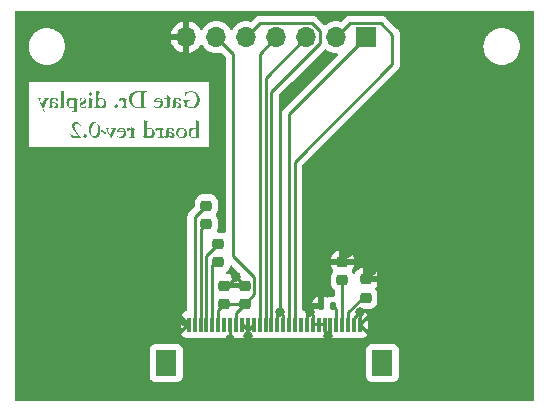
<source format=gbr>
%TF.GenerationSoftware,KiCad,Pcbnew,7.0.2*%
%TF.CreationDate,2025-01-10T16:23:45-06:00*%
%TF.ProjectId,gateDr_displayboard,67617465-4472-45f6-9469-73706c617962,rev?*%
%TF.SameCoordinates,Original*%
%TF.FileFunction,Copper,L2,Bot*%
%TF.FilePolarity,Positive*%
%FSLAX46Y46*%
G04 Gerber Fmt 4.6, Leading zero omitted, Abs format (unit mm)*
G04 Created by KiCad (PCBNEW 7.0.2) date 2025-01-10 16:23:45*
%MOMM*%
%LPD*%
G01*
G04 APERTURE LIST*
G04 Aperture macros list*
%AMRoundRect*
0 Rectangle with rounded corners*
0 $1 Rounding radius*
0 $2 $3 $4 $5 $6 $7 $8 $9 X,Y pos of 4 corners*
0 Add a 4 corners polygon primitive as box body*
4,1,4,$2,$3,$4,$5,$6,$7,$8,$9,$2,$3,0*
0 Add four circle primitives for the rounded corners*
1,1,$1+$1,$2,$3*
1,1,$1+$1,$4,$5*
1,1,$1+$1,$6,$7*
1,1,$1+$1,$8,$9*
0 Add four rect primitives between the rounded corners*
20,1,$1+$1,$2,$3,$4,$5,0*
20,1,$1+$1,$4,$5,$6,$7,0*
20,1,$1+$1,$6,$7,$8,$9,0*
20,1,$1+$1,$8,$9,$2,$3,0*%
G04 Aperture macros list end*
%ADD10C,0.300000*%
%TA.AperFunction,NonConductor*%
%ADD11C,0.300000*%
%TD*%
%TA.AperFunction,SMDPad,CuDef*%
%ADD12RoundRect,0.225000X0.250000X-0.225000X0.250000X0.225000X-0.250000X0.225000X-0.250000X-0.225000X0*%
%TD*%
%TA.AperFunction,SMDPad,CuDef*%
%ADD13RoundRect,0.225000X-0.250000X0.225000X-0.250000X-0.225000X0.250000X-0.225000X0.250000X0.225000X0*%
%TD*%
%TA.AperFunction,SMDPad,CuDef*%
%ADD14RoundRect,0.135000X-0.135000X-0.185000X0.135000X-0.185000X0.135000X0.185000X-0.135000X0.185000X0*%
%TD*%
%TA.AperFunction,ComponentPad*%
%ADD15R,1.700000X1.700000*%
%TD*%
%TA.AperFunction,ComponentPad*%
%ADD16O,1.700000X1.700000*%
%TD*%
%TA.AperFunction,SMDPad,CuDef*%
%ADD17R,0.300000X1.300000*%
%TD*%
%TA.AperFunction,SMDPad,CuDef*%
%ADD18R,1.800000X2.200000*%
%TD*%
%TA.AperFunction,ViaPad*%
%ADD19C,0.800000*%
%TD*%
%TA.AperFunction,Conductor*%
%ADD20C,0.250000*%
%TD*%
G04 APERTURE END LIST*
D10*
D11*
G36*
X68216713Y-68794713D02*
G01*
X68194960Y-68795108D01*
X68172749Y-68796293D01*
X68150080Y-68798268D01*
X68126953Y-68801033D01*
X68103369Y-68804588D01*
X68079326Y-68808933D01*
X68054825Y-68814068D01*
X68029867Y-68819993D01*
X68004450Y-68826707D01*
X67978576Y-68834212D01*
X67952243Y-68842507D01*
X67925453Y-68851591D01*
X67898205Y-68861466D01*
X67884409Y-68866700D01*
X67870498Y-68872131D01*
X67856474Y-68877759D01*
X67842334Y-68883585D01*
X67828080Y-68889609D01*
X67813712Y-68895830D01*
X67799716Y-68901583D01*
X67784072Y-68907696D01*
X67768015Y-68913449D01*
X67753026Y-68917979D01*
X67738607Y-68920376D01*
X67723460Y-68917131D01*
X67712962Y-68910118D01*
X67701605Y-68899860D01*
X67689464Y-68891546D01*
X67676692Y-68888503D01*
X67661815Y-68891072D01*
X67650996Y-68901405D01*
X67646398Y-68917434D01*
X67645917Y-68926605D01*
X67647016Y-69000610D01*
X67651046Y-69145690D01*
X67648115Y-69221894D01*
X67646734Y-69238287D01*
X67645263Y-69253394D01*
X67643563Y-69269004D01*
X67641887Y-69283077D01*
X67640875Y-69298103D01*
X67640788Y-69302128D01*
X67642780Y-69316897D01*
X67652025Y-69329802D01*
X67666966Y-69334095D01*
X67672662Y-69334002D01*
X67686864Y-69327201D01*
X67694879Y-69314257D01*
X67699549Y-69299540D01*
X67701605Y-69289305D01*
X67704520Y-69273297D01*
X67708136Y-69257328D01*
X67712454Y-69241400D01*
X67717473Y-69225512D01*
X67723193Y-69209664D01*
X67729614Y-69193856D01*
X67736737Y-69178088D01*
X67744561Y-69162360D01*
X67753086Y-69146672D01*
X67762312Y-69131024D01*
X67772240Y-69115417D01*
X67782869Y-69099849D01*
X67794199Y-69084321D01*
X67806230Y-69068834D01*
X67818963Y-69053387D01*
X67832397Y-69037979D01*
X67852113Y-69017039D01*
X67872336Y-68997450D01*
X67893066Y-68979212D01*
X67914302Y-68962325D01*
X67936045Y-68946789D01*
X67958294Y-68932604D01*
X67981050Y-68919770D01*
X68004313Y-68908286D01*
X68028082Y-68898154D01*
X68052358Y-68889373D01*
X68077141Y-68881942D01*
X68102430Y-68875863D01*
X68128226Y-68871135D01*
X68154528Y-68867757D01*
X68181337Y-68865731D01*
X68208653Y-68865055D01*
X68234612Y-68865695D01*
X68259915Y-68867614D01*
X68284563Y-68870813D01*
X68308556Y-68875291D01*
X68331893Y-68881048D01*
X68354574Y-68888085D01*
X68376601Y-68896401D01*
X68397971Y-68905997D01*
X68418687Y-68916872D01*
X68438747Y-68929026D01*
X68458151Y-68942460D01*
X68476900Y-68957173D01*
X68494994Y-68973166D01*
X68512432Y-68990438D01*
X68529214Y-69008989D01*
X68545341Y-69028820D01*
X68560603Y-69049670D01*
X68574880Y-69071370D01*
X68588172Y-69093920D01*
X68600479Y-69117320D01*
X68611802Y-69141570D01*
X68622141Y-69166670D01*
X68631494Y-69192621D01*
X68639863Y-69219421D01*
X68647248Y-69247072D01*
X68653648Y-69275572D01*
X68656479Y-69290141D01*
X68659063Y-69304923D01*
X68661402Y-69319917D01*
X68663494Y-69335124D01*
X68665340Y-69350543D01*
X68666940Y-69366174D01*
X68668294Y-69382019D01*
X68669402Y-69398075D01*
X68670263Y-69414344D01*
X68670878Y-69430826D01*
X68671248Y-69447520D01*
X68671371Y-69464427D01*
X68671243Y-69482564D01*
X68670861Y-69500520D01*
X68670224Y-69518296D01*
X68669333Y-69535891D01*
X68668187Y-69553306D01*
X68666785Y-69570541D01*
X68665130Y-69587596D01*
X68663219Y-69604470D01*
X68661054Y-69621164D01*
X68658634Y-69637678D01*
X68655959Y-69654011D01*
X68653030Y-69670164D01*
X68649845Y-69686136D01*
X68646406Y-69701929D01*
X68642713Y-69717541D01*
X68638764Y-69732972D01*
X68634561Y-69748224D01*
X68630103Y-69763295D01*
X68625391Y-69778185D01*
X68620423Y-69792896D01*
X68615201Y-69807426D01*
X68609724Y-69821776D01*
X68603993Y-69835945D01*
X68598006Y-69849934D01*
X68591765Y-69863743D01*
X68585269Y-69877371D01*
X68578519Y-69890819D01*
X68571514Y-69904087D01*
X68564254Y-69917175D01*
X68556739Y-69930082D01*
X68548969Y-69942809D01*
X68540945Y-69955355D01*
X68532735Y-69967617D01*
X68515962Y-69990973D01*
X68498720Y-70012772D01*
X68481009Y-70033013D01*
X68462828Y-70051698D01*
X68444178Y-70068825D01*
X68425058Y-70084396D01*
X68405469Y-70098409D01*
X68385411Y-70110866D01*
X68364883Y-70121765D01*
X68343885Y-70131107D01*
X68322419Y-70138892D01*
X68300483Y-70145121D01*
X68278077Y-70149792D01*
X68255202Y-70152906D01*
X68231858Y-70154463D01*
X68220010Y-70154658D01*
X68201618Y-70154049D01*
X68185810Y-70152687D01*
X68169029Y-70150546D01*
X68151275Y-70147627D01*
X68132547Y-70143929D01*
X68117863Y-70140644D01*
X68102631Y-70136922D01*
X68086852Y-70132762D01*
X68076029Y-70129745D01*
X68059919Y-70124970D01*
X68044563Y-70120123D01*
X68029960Y-70115206D01*
X68016111Y-70110219D01*
X67998818Y-70103458D01*
X67982864Y-70096572D01*
X67968249Y-70089559D01*
X67954974Y-70082421D01*
X67943039Y-70075157D01*
X67930727Y-70066208D01*
X67919669Y-70056080D01*
X67909862Y-70044770D01*
X67901307Y-70032280D01*
X67894005Y-70018610D01*
X67887955Y-70003758D01*
X67885886Y-69997487D01*
X67881242Y-69980099D01*
X67878093Y-69964231D01*
X67875449Y-69946623D01*
X67873308Y-69927274D01*
X67872033Y-69911621D01*
X67871041Y-69894988D01*
X67870332Y-69877377D01*
X67869907Y-69858787D01*
X67869766Y-69839218D01*
X67869939Y-69824171D01*
X67870848Y-69802707D01*
X67872536Y-69782569D01*
X67875004Y-69763758D01*
X67878251Y-69746273D01*
X67882277Y-69730115D01*
X67887082Y-69715284D01*
X67894701Y-69697572D01*
X67903706Y-69682219D01*
X67914096Y-69669225D01*
X67926386Y-69657965D01*
X67941092Y-69647999D01*
X67958214Y-69639326D01*
X67972641Y-69633671D01*
X67988426Y-69628743D01*
X68005571Y-69624543D01*
X68024074Y-69621071D01*
X68043936Y-69618326D01*
X68065157Y-69616310D01*
X68080059Y-69615369D01*
X68095467Y-69611463D01*
X68106672Y-69601346D01*
X68111434Y-69587039D01*
X68111933Y-69579099D01*
X68109620Y-69564193D01*
X68100225Y-69551549D01*
X68085590Y-69545859D01*
X68074930Y-69545027D01*
X68060184Y-69546127D01*
X68044676Y-69548393D01*
X68038660Y-69549424D01*
X68019531Y-69552828D01*
X67999925Y-69555898D01*
X67979843Y-69558633D01*
X67959285Y-69561033D01*
X67938249Y-69563098D01*
X67916738Y-69564828D01*
X67894749Y-69566224D01*
X67879826Y-69566968D01*
X67864690Y-69567563D01*
X67849343Y-69568010D01*
X67833784Y-69568307D01*
X67818013Y-69568456D01*
X67810048Y-69568475D01*
X67793835Y-69568426D01*
X67778169Y-69568280D01*
X67763049Y-69568037D01*
X67741395Y-69567489D01*
X67720970Y-69566723D01*
X67701776Y-69565738D01*
X67683812Y-69564533D01*
X67667077Y-69563110D01*
X67651573Y-69561468D01*
X67632814Y-69558938D01*
X67616242Y-69556018D01*
X67599459Y-69552283D01*
X67583733Y-69549321D01*
X67569062Y-69547131D01*
X67553282Y-69545553D01*
X67538939Y-69545027D01*
X67522750Y-69547042D01*
X67509019Y-69555228D01*
X67502514Y-69569711D01*
X67501936Y-69577267D01*
X67504863Y-69592131D01*
X67514981Y-69604839D01*
X67528279Y-69612121D01*
X67538939Y-69615369D01*
X67553290Y-69619205D01*
X67569603Y-69625770D01*
X67584109Y-69634303D01*
X67596808Y-69644804D01*
X67607701Y-69657272D01*
X67616787Y-69671709D01*
X67621371Y-69681315D01*
X67626694Y-69695741D01*
X67631308Y-69712456D01*
X67635212Y-69731461D01*
X67637675Y-69747218D01*
X67639738Y-69764262D01*
X67641401Y-69782595D01*
X67642666Y-69802215D01*
X67643531Y-69823124D01*
X67643886Y-69837778D01*
X67644063Y-69853005D01*
X67644085Y-69860833D01*
X67643928Y-69877723D01*
X67643454Y-69893772D01*
X67642665Y-69908979D01*
X67641377Y-69925328D01*
X67640788Y-69931175D01*
X67639627Y-69946998D01*
X67638494Y-69963931D01*
X67637644Y-69978623D01*
X67636951Y-69994726D01*
X67636758Y-70005547D01*
X67637582Y-70020935D01*
X67640480Y-70035618D01*
X67646856Y-70049786D01*
X67649947Y-70053907D01*
X67661836Y-70064443D01*
X67676136Y-70072998D01*
X67690104Y-70079613D01*
X67701605Y-70084316D01*
X67717598Y-70090048D01*
X67731743Y-70095449D01*
X67749529Y-70102396D01*
X67765257Y-70108620D01*
X67783034Y-70115714D01*
X67802858Y-70123677D01*
X67817212Y-70129469D01*
X67832477Y-70135647D01*
X67848651Y-70142211D01*
X67865736Y-70149162D01*
X67881061Y-70155270D01*
X67896264Y-70161185D01*
X67911344Y-70166905D01*
X67926300Y-70172432D01*
X67941134Y-70177765D01*
X67955844Y-70182903D01*
X67970431Y-70187848D01*
X67984896Y-70192599D01*
X67999237Y-70197156D01*
X68013455Y-70201519D01*
X68027550Y-70205688D01*
X68055371Y-70213445D01*
X68082699Y-70220426D01*
X68109535Y-70226631D01*
X68135879Y-70232061D01*
X68161731Y-70236715D01*
X68187090Y-70240593D01*
X68211957Y-70243696D01*
X68236332Y-70246023D01*
X68260214Y-70247574D01*
X68283604Y-70248350D01*
X68295115Y-70248447D01*
X68312395Y-70248264D01*
X68329478Y-70247716D01*
X68346364Y-70246801D01*
X68363052Y-70245522D01*
X68379543Y-70243876D01*
X68395836Y-70241865D01*
X68411932Y-70239488D01*
X68427830Y-70236746D01*
X68443531Y-70233638D01*
X68459034Y-70230164D01*
X68474340Y-70226325D01*
X68489448Y-70222120D01*
X68504359Y-70217549D01*
X68519072Y-70212613D01*
X68533588Y-70207311D01*
X68547906Y-70201644D01*
X68562027Y-70195611D01*
X68575950Y-70189212D01*
X68589676Y-70182447D01*
X68603204Y-70175317D01*
X68616535Y-70167821D01*
X68629668Y-70159960D01*
X68642604Y-70151733D01*
X68655342Y-70143140D01*
X68667883Y-70134182D01*
X68680226Y-70124858D01*
X68692372Y-70115168D01*
X68704321Y-70105113D01*
X68716071Y-70094692D01*
X68727625Y-70083905D01*
X68738981Y-70072753D01*
X68750139Y-70061235D01*
X68761003Y-70049404D01*
X68771523Y-70037359D01*
X68781697Y-70025101D01*
X68791527Y-70012628D01*
X68801011Y-69999942D01*
X68810151Y-69987042D01*
X68818946Y-69973927D01*
X68827396Y-69960599D01*
X68835501Y-69947057D01*
X68843261Y-69933301D01*
X68850677Y-69919330D01*
X68857747Y-69905146D01*
X68864473Y-69890748D01*
X68870853Y-69876136D01*
X68876889Y-69861310D01*
X68882580Y-69846270D01*
X68887926Y-69831017D01*
X68892927Y-69815549D01*
X68897583Y-69799867D01*
X68901894Y-69783971D01*
X68905860Y-69767862D01*
X68909482Y-69751538D01*
X68912758Y-69735001D01*
X68915690Y-69718249D01*
X68918277Y-69701284D01*
X68920518Y-69684104D01*
X68922415Y-69666711D01*
X68923967Y-69649103D01*
X68925175Y-69631282D01*
X68926037Y-69613247D01*
X68926554Y-69594998D01*
X68926727Y-69576535D01*
X68926527Y-69555894D01*
X68925930Y-69535462D01*
X68924933Y-69515239D01*
X68923538Y-69495225D01*
X68921745Y-69475420D01*
X68919552Y-69455823D01*
X68916962Y-69436436D01*
X68913973Y-69417258D01*
X68910585Y-69398289D01*
X68906798Y-69379528D01*
X68902614Y-69360977D01*
X68898030Y-69342634D01*
X68893048Y-69324500D01*
X68887667Y-69306576D01*
X68881888Y-69288860D01*
X68875710Y-69271353D01*
X68869134Y-69254055D01*
X68862159Y-69236967D01*
X68854786Y-69220087D01*
X68847014Y-69203416D01*
X68838843Y-69186954D01*
X68830274Y-69170700D01*
X68821306Y-69154656D01*
X68811940Y-69138821D01*
X68802175Y-69123195D01*
X68792012Y-69107777D01*
X68781450Y-69092569D01*
X68770489Y-69077570D01*
X68759130Y-69062779D01*
X68747373Y-69048197D01*
X68735217Y-69033825D01*
X68722662Y-69019661D01*
X68709812Y-69005821D01*
X68696772Y-68992421D01*
X68683540Y-68979460D01*
X68670117Y-68966939D01*
X68656503Y-68954857D01*
X68642698Y-68943214D01*
X68628703Y-68932011D01*
X68614516Y-68921246D01*
X68600138Y-68910922D01*
X68585569Y-68901036D01*
X68570808Y-68891590D01*
X68555857Y-68882584D01*
X68540715Y-68874016D01*
X68525382Y-68865888D01*
X68509857Y-68858200D01*
X68494142Y-68850950D01*
X68478236Y-68844140D01*
X68462138Y-68837770D01*
X68445850Y-68831839D01*
X68429370Y-68826347D01*
X68412699Y-68821294D01*
X68395838Y-68816681D01*
X68378785Y-68812507D01*
X68361541Y-68808773D01*
X68344106Y-68805477D01*
X68326480Y-68802622D01*
X68308663Y-68800205D01*
X68290655Y-68798228D01*
X68272456Y-68796690D01*
X68254066Y-68795592D01*
X68235485Y-68794933D01*
X68216713Y-68794713D01*
G37*
G36*
X67041147Y-69357747D02*
G01*
X67059940Y-69358640D01*
X67078379Y-69360128D01*
X67096462Y-69362212D01*
X67114191Y-69364891D01*
X67131565Y-69368165D01*
X67148583Y-69372035D01*
X67165247Y-69376500D01*
X67181556Y-69381560D01*
X67197510Y-69387216D01*
X67213109Y-69393467D01*
X67228353Y-69400314D01*
X67243243Y-69407755D01*
X67257777Y-69415792D01*
X67271957Y-69424425D01*
X67285781Y-69433653D01*
X67291823Y-69438030D01*
X67303066Y-69447499D01*
X67315542Y-69460670D01*
X67326264Y-69475327D01*
X67333580Y-69488121D01*
X67339774Y-69501865D01*
X67344846Y-69516560D01*
X67348796Y-69532205D01*
X67351238Y-69543744D01*
X67355024Y-69558217D01*
X67357268Y-69565223D01*
X67360153Y-69580198D01*
X67358903Y-69593903D01*
X67351269Y-69606577D01*
X67336853Y-69613686D01*
X67320952Y-69615369D01*
X67311192Y-69615306D01*
X67292602Y-69614796D01*
X67275251Y-69613777D01*
X67259140Y-69612249D01*
X67237296Y-69609001D01*
X67218242Y-69604607D01*
X67201975Y-69599066D01*
X67184624Y-69589896D01*
X67172231Y-69578687D01*
X67164795Y-69565441D01*
X67162316Y-69550157D01*
X67165247Y-69532205D01*
X67166825Y-69519335D01*
X67167445Y-69504361D01*
X67166566Y-69490677D01*
X67162659Y-69474526D01*
X67155627Y-69460767D01*
X67145469Y-69449401D01*
X67132185Y-69440428D01*
X67115776Y-69433848D01*
X67101418Y-69430483D01*
X67085302Y-69428464D01*
X67067428Y-69427791D01*
X67048274Y-69428707D01*
X67030013Y-69431454D01*
X67012645Y-69436034D01*
X66996170Y-69442445D01*
X66980588Y-69450689D01*
X66965899Y-69460764D01*
X66952103Y-69472670D01*
X66939200Y-69486409D01*
X66933123Y-69493824D01*
X66922143Y-69509451D01*
X66912732Y-69526144D01*
X66904890Y-69543901D01*
X66900037Y-69557918D01*
X66896067Y-69572533D01*
X66892979Y-69587748D01*
X66890773Y-69603561D01*
X66889450Y-69619974D01*
X66889009Y-69636985D01*
X66889408Y-69648676D01*
X66890883Y-69663389D01*
X66893445Y-69679260D01*
X66896506Y-69693784D01*
X66900366Y-69709159D01*
X66916252Y-69712109D01*
X66931807Y-69715053D01*
X66947032Y-69717991D01*
X66961927Y-69720922D01*
X66976490Y-69723847D01*
X67004626Y-69729678D01*
X67031439Y-69735482D01*
X67056930Y-69741261D01*
X67081099Y-69747014D01*
X67103945Y-69752741D01*
X67125469Y-69758443D01*
X67145670Y-69764119D01*
X67164550Y-69769769D01*
X67182106Y-69775393D01*
X67198341Y-69780991D01*
X67213253Y-69786564D01*
X67226843Y-69792111D01*
X67244748Y-69800383D01*
X67261962Y-69809932D01*
X67278065Y-69820167D01*
X67293057Y-69831089D01*
X67306939Y-69842698D01*
X67319710Y-69854994D01*
X67331371Y-69867978D01*
X67341921Y-69881647D01*
X67351360Y-69896004D01*
X67359689Y-69911048D01*
X67366908Y-69926779D01*
X67373016Y-69943197D01*
X67378013Y-69960301D01*
X67381900Y-69978093D01*
X67384677Y-69996571D01*
X67386342Y-70015737D01*
X67386898Y-70035589D01*
X67386704Y-70046566D01*
X67385690Y-70062462D01*
X67383806Y-70077675D01*
X67379942Y-70096898D01*
X67374533Y-70114907D01*
X67367578Y-70131703D01*
X67359077Y-70147284D01*
X67349030Y-70161653D01*
X67337438Y-70174808D01*
X67327830Y-70183777D01*
X67313977Y-70194365D01*
X67298933Y-70203384D01*
X67282698Y-70210834D01*
X67265273Y-70216716D01*
X67246657Y-70221029D01*
X67231914Y-70223235D01*
X67216501Y-70224558D01*
X67200418Y-70225000D01*
X67184320Y-70224542D01*
X67167714Y-70223168D01*
X67150603Y-70220878D01*
X67132984Y-70217672D01*
X67114859Y-70213551D01*
X67096228Y-70208513D01*
X67077089Y-70202560D01*
X67057445Y-70195690D01*
X67037293Y-70187905D01*
X67016635Y-70179204D01*
X66995470Y-70169587D01*
X66973799Y-70159054D01*
X66951621Y-70147605D01*
X66928937Y-70135240D01*
X66905745Y-70121960D01*
X66882048Y-70107763D01*
X66878150Y-70114976D01*
X66870187Y-70128714D01*
X66862001Y-70141537D01*
X66849304Y-70159054D01*
X66836104Y-70174510D01*
X66822402Y-70187905D01*
X66808197Y-70199240D01*
X66793491Y-70208513D01*
X66778281Y-70215726D01*
X66762570Y-70220878D01*
X66746356Y-70223969D01*
X66729640Y-70225000D01*
X66724083Y-70224911D01*
X66707773Y-70223580D01*
X66692003Y-70220652D01*
X66676775Y-70216127D01*
X66662087Y-70210004D01*
X66647941Y-70202285D01*
X66613136Y-70178471D01*
X66572836Y-70154658D01*
X66561226Y-70148642D01*
X66548278Y-70140009D01*
X66537298Y-70128549D01*
X66532536Y-70113991D01*
X66533666Y-70107438D01*
X66546824Y-70100436D01*
X66556441Y-70102267D01*
X66570638Y-70107763D01*
X66583741Y-70112228D01*
X66599464Y-70114511D01*
X66614968Y-70115090D01*
X66630092Y-70114189D01*
X66647944Y-70110182D01*
X66663151Y-70102969D01*
X66675713Y-70092550D01*
X66685631Y-70078926D01*
X66692904Y-70062096D01*
X66696623Y-70047370D01*
X66698854Y-70030841D01*
X66699598Y-70012508D01*
X66699592Y-70009675D01*
X66699379Y-69992956D01*
X66698990Y-69976516D01*
X66698406Y-69957350D01*
X66697840Y-69941188D01*
X66697165Y-69923493D01*
X66696381Y-69904265D01*
X66695487Y-69883505D01*
X66694830Y-69868813D01*
X66694124Y-69853440D01*
X66693370Y-69837386D01*
X66692987Y-69830280D01*
X66692749Y-69825662D01*
X66893405Y-69825662D01*
X66894138Y-69900034D01*
X66894148Y-69905436D01*
X66894298Y-69921060D01*
X66894779Y-69940541D01*
X66895580Y-69958475D01*
X66896702Y-69974864D01*
X66898556Y-69993177D01*
X66900910Y-70009075D01*
X66904396Y-70024965D01*
X66905054Y-70027279D01*
X66910624Y-70042275D01*
X66919050Y-70056838D01*
X66929675Y-70068654D01*
X66942498Y-70077721D01*
X66955412Y-70084762D01*
X66968876Y-70090864D01*
X66982889Y-70096028D01*
X66997452Y-70100252D01*
X67012565Y-70103538D01*
X67028227Y-70105885D01*
X67044439Y-70107294D01*
X67061200Y-70107763D01*
X67080711Y-70106642D01*
X67098303Y-70103281D01*
X67113976Y-70097678D01*
X67127729Y-70089834D01*
X67139564Y-70079749D01*
X67149479Y-70067423D01*
X67157476Y-70052856D01*
X67163553Y-70036047D01*
X67167711Y-70016998D01*
X67169950Y-69995707D01*
X67170376Y-69980268D01*
X67169671Y-69965883D01*
X67166537Y-69947044D01*
X67160896Y-69928594D01*
X67155019Y-69915012D01*
X67147732Y-69901649D01*
X67139035Y-69888505D01*
X67128927Y-69875580D01*
X67117410Y-69862874D01*
X67104481Y-69850387D01*
X67090143Y-69838119D01*
X67080036Y-69830291D01*
X67064758Y-69819590D01*
X67049339Y-69810138D01*
X67033778Y-69801935D01*
X67018075Y-69794982D01*
X67002230Y-69789279D01*
X66986244Y-69784824D01*
X66970116Y-69781619D01*
X66953846Y-69779664D01*
X66937435Y-69778957D01*
X66920882Y-69779501D01*
X66914213Y-69780104D01*
X66899267Y-69784263D01*
X66893405Y-69805512D01*
X66893405Y-69825662D01*
X66692749Y-69825662D01*
X66691910Y-69809416D01*
X66690943Y-69789236D01*
X66690086Y-69769738D01*
X66689338Y-69750922D01*
X66688699Y-69732789D01*
X66688170Y-69715339D01*
X66687750Y-69698571D01*
X66687440Y-69682486D01*
X66687239Y-69667084D01*
X66687142Y-69647609D01*
X66687208Y-69638309D01*
X66687741Y-69620234D01*
X66688806Y-69602860D01*
X66690403Y-69586188D01*
X66692532Y-69570217D01*
X66695194Y-69554947D01*
X66700185Y-69533357D01*
X66706374Y-69513344D01*
X66713761Y-69494910D01*
X66722345Y-69478053D01*
X66732127Y-69462774D01*
X66743108Y-69449073D01*
X66755286Y-69436950D01*
X66766717Y-69427323D01*
X66778847Y-69418317D01*
X66791676Y-69409932D01*
X66805203Y-69402168D01*
X66819428Y-69395026D01*
X66834352Y-69388504D01*
X66849974Y-69382604D01*
X66866294Y-69377324D01*
X66883313Y-69372666D01*
X66901030Y-69368629D01*
X66919445Y-69365213D01*
X66938559Y-69362418D01*
X66958372Y-69360244D01*
X66978882Y-69358691D01*
X67000091Y-69357759D01*
X67021999Y-69357449D01*
X67041147Y-69357747D01*
G37*
G36*
X66172400Y-69474685D02*
G01*
X66172400Y-69987595D01*
X66172162Y-70004616D01*
X66171447Y-70020646D01*
X66170256Y-70035683D01*
X66167926Y-70054190D01*
X66164749Y-70070934D01*
X66160724Y-70085915D01*
X66154503Y-70102162D01*
X66146957Y-70115653D01*
X66145289Y-70118021D01*
X66133530Y-70130472D01*
X66121507Y-70138880D01*
X66107462Y-70145498D01*
X66091396Y-70150328D01*
X66073309Y-70153370D01*
X66057383Y-70154514D01*
X66048935Y-70154658D01*
X66034281Y-70153444D01*
X66019655Y-70150391D01*
X66003346Y-70145480D01*
X65988027Y-70139791D01*
X65977128Y-70135240D01*
X65961320Y-70127959D01*
X65947418Y-70120677D01*
X65933609Y-70112182D01*
X65921003Y-70102474D01*
X65914846Y-70096406D01*
X65903555Y-70086311D01*
X65898360Y-70084316D01*
X65887232Y-70094907D01*
X65883741Y-70110720D01*
X65883339Y-70114357D01*
X65881140Y-70129378D01*
X65893597Y-70154658D01*
X65907889Y-70166015D01*
X65922465Y-70176639D01*
X65937324Y-70186531D01*
X65952467Y-70195690D01*
X65967893Y-70204117D01*
X65983602Y-70211810D01*
X65999595Y-70218771D01*
X66015871Y-70225000D01*
X66032430Y-70230495D01*
X66049273Y-70235258D01*
X66066399Y-70239288D01*
X66083809Y-70242585D01*
X66101501Y-70245150D01*
X66119478Y-70246981D01*
X66137737Y-70248080D01*
X66156280Y-70248447D01*
X66177381Y-70247983D01*
X66197406Y-70246592D01*
X66216356Y-70244274D01*
X66234230Y-70241028D01*
X66251028Y-70236855D01*
X66266752Y-70231754D01*
X66281400Y-70225727D01*
X66294972Y-70218771D01*
X66307469Y-70210889D01*
X66322458Y-70198936D01*
X66325907Y-70195690D01*
X66338529Y-70181597D01*
X66349468Y-70165694D01*
X66356569Y-70152580D01*
X66362722Y-70138449D01*
X66367929Y-70123300D01*
X66372189Y-70107133D01*
X66375502Y-70089949D01*
X66377869Y-70071748D01*
X66379289Y-70052529D01*
X66379762Y-70032292D01*
X66379762Y-69474685D01*
X66442411Y-69474685D01*
X66459219Y-69473591D01*
X66474433Y-69469546D01*
X66487040Y-69459967D01*
X66491821Y-69445460D01*
X66491870Y-69443545D01*
X66488263Y-69429102D01*
X66479748Y-69416830D01*
X66467802Y-69405602D01*
X66466224Y-69404344D01*
X66451441Y-69394125D01*
X66438275Y-69384096D01*
X66423918Y-69372418D01*
X66412369Y-69362578D01*
X66400150Y-69351810D01*
X66387261Y-69340115D01*
X66373703Y-69327493D01*
X66359475Y-69313943D01*
X66344577Y-69299466D01*
X66339462Y-69294434D01*
X66324486Y-69279526D01*
X66310469Y-69265300D01*
X66297412Y-69251756D01*
X66285315Y-69238896D01*
X66274177Y-69226718D01*
X66263998Y-69215222D01*
X66251920Y-69200957D01*
X66241547Y-69187905D01*
X66232880Y-69176067D01*
X66229187Y-69170603D01*
X66219620Y-69156689D01*
X66209178Y-69143157D01*
X66198429Y-69131731D01*
X66185749Y-69123560D01*
X66181559Y-69122976D01*
X66172784Y-69135278D01*
X66172400Y-69138729D01*
X66172400Y-69380896D01*
X66022923Y-69380896D01*
X66006469Y-69380107D01*
X65990155Y-69377274D01*
X65974976Y-69371623D01*
X65964305Y-69364410D01*
X65937561Y-69342794D01*
X65924839Y-69335141D01*
X65919242Y-69334002D01*
X65905371Y-69338793D01*
X65902756Y-69350854D01*
X65906407Y-69365250D01*
X65910083Y-69374302D01*
X65915463Y-69389338D01*
X65919219Y-69405145D01*
X65922173Y-69420830D01*
X65926554Y-69436345D01*
X65934007Y-69451492D01*
X65943856Y-69462852D01*
X65958375Y-69471320D01*
X65973414Y-69474475D01*
X65978960Y-69474685D01*
X66172400Y-69474685D01*
G37*
G36*
X65438856Y-69357978D02*
G01*
X65458940Y-69359567D01*
X65478675Y-69362215D01*
X65498061Y-69365921D01*
X65517097Y-69370687D01*
X65535785Y-69376511D01*
X65554123Y-69383395D01*
X65572112Y-69391338D01*
X65589752Y-69400339D01*
X65607043Y-69410400D01*
X65623984Y-69421520D01*
X65640577Y-69433698D01*
X65656820Y-69446936D01*
X65672714Y-69461233D01*
X65688258Y-69476589D01*
X65703454Y-69493004D01*
X65717961Y-69510144D01*
X65731532Y-69527677D01*
X65744167Y-69545601D01*
X65755867Y-69563918D01*
X65766630Y-69582627D01*
X65776458Y-69601728D01*
X65785349Y-69621221D01*
X65793305Y-69641106D01*
X65800324Y-69661384D01*
X65806408Y-69682053D01*
X65811556Y-69703115D01*
X65815767Y-69724569D01*
X65819043Y-69746415D01*
X65821383Y-69768653D01*
X65822787Y-69791283D01*
X65823255Y-69814305D01*
X65822817Y-69837981D01*
X65821503Y-69861108D01*
X65819314Y-69883685D01*
X65816248Y-69905713D01*
X65812307Y-69927191D01*
X65807490Y-69948120D01*
X65801797Y-69968499D01*
X65795228Y-69988328D01*
X65787783Y-70007608D01*
X65779463Y-70026338D01*
X65770267Y-70044519D01*
X65760194Y-70062151D01*
X65749246Y-70079232D01*
X65737423Y-70095765D01*
X65724723Y-70111747D01*
X65711147Y-70127180D01*
X65696832Y-70141865D01*
X65682004Y-70155602D01*
X65666664Y-70168392D01*
X65650812Y-70180234D01*
X65634447Y-70191129D01*
X65617570Y-70201077D01*
X65600181Y-70210077D01*
X65582279Y-70218130D01*
X65563865Y-70225236D01*
X65544938Y-70231394D01*
X65525500Y-70236604D01*
X65505548Y-70240868D01*
X65485085Y-70244184D01*
X65464109Y-70246552D01*
X65442621Y-70247973D01*
X65420621Y-70248447D01*
X65400598Y-70247985D01*
X65380738Y-70246598D01*
X65361042Y-70244287D01*
X65341509Y-70241051D01*
X65322139Y-70236891D01*
X65302932Y-70231806D01*
X65283888Y-70225797D01*
X65265007Y-70218863D01*
X65246290Y-70211005D01*
X65227736Y-70202222D01*
X65209344Y-70192515D01*
X65191116Y-70181883D01*
X65173051Y-70170327D01*
X65155150Y-70157846D01*
X65137411Y-70144441D01*
X65119836Y-70130111D01*
X65110208Y-70121881D01*
X65096932Y-70110099D01*
X65085054Y-70098993D01*
X65074573Y-70088564D01*
X65062772Y-70075709D01*
X65053455Y-70064057D01*
X65044139Y-70048833D01*
X65040334Y-70034490D01*
X65040531Y-70030824D01*
X65048213Y-70017360D01*
X65062683Y-70013974D01*
X65067354Y-70014500D01*
X65080268Y-70022400D01*
X65113241Y-70054640D01*
X65118192Y-70059351D01*
X65133660Y-70072586D01*
X65150049Y-70084476D01*
X65167358Y-70095019D01*
X65185589Y-70104216D01*
X65204740Y-70112068D01*
X65224813Y-70118573D01*
X65245806Y-70123733D01*
X65260313Y-70126425D01*
X65275230Y-70128518D01*
X65290556Y-70130014D01*
X65306291Y-70130911D01*
X65322435Y-70131210D01*
X65344041Y-70130273D01*
X65365171Y-70127462D01*
X65385824Y-70122777D01*
X65406000Y-70116218D01*
X65425700Y-70107785D01*
X65444924Y-70097478D01*
X65457475Y-70089565D01*
X65469814Y-70080819D01*
X65481941Y-70071241D01*
X65493856Y-70060830D01*
X65505560Y-70049585D01*
X65517052Y-70037508D01*
X65528332Y-70024598D01*
X65539112Y-70011101D01*
X65549197Y-69997356D01*
X65558587Y-69983361D01*
X65567281Y-69969117D01*
X65575279Y-69954624D01*
X65582582Y-69939882D01*
X65589190Y-69924891D01*
X65595102Y-69909651D01*
X65600318Y-69894163D01*
X65604839Y-69878425D01*
X65608664Y-69862438D01*
X65611794Y-69846202D01*
X65614228Y-69829717D01*
X65615967Y-69812983D01*
X65617010Y-69796000D01*
X65617358Y-69778768D01*
X65616815Y-69767267D01*
X65613765Y-69752596D01*
X65606001Y-69739933D01*
X65597862Y-69735762D01*
X65583059Y-69733186D01*
X65567899Y-69732606D01*
X65532728Y-69733705D01*
X65430879Y-69732606D01*
X65235973Y-69729675D01*
X65173325Y-69728576D01*
X65149511Y-69728576D01*
X65102250Y-69730408D01*
X65089198Y-69729789D01*
X65072884Y-69726544D01*
X65058799Y-69719241D01*
X65049227Y-69706258D01*
X65046563Y-69690840D01*
X65047413Y-69671197D01*
X65049963Y-69651561D01*
X65054213Y-69631931D01*
X65060164Y-69612307D01*
X65060827Y-69610607D01*
X65256489Y-69610607D01*
X65256578Y-69613559D01*
X65260837Y-69629307D01*
X65271485Y-69641681D01*
X65285238Y-69649414D01*
X65299434Y-69653913D01*
X65316470Y-69656913D01*
X65331110Y-69658179D01*
X65347348Y-69658600D01*
X65355462Y-69658729D01*
X65371896Y-69659205D01*
X65388229Y-69659760D01*
X65404051Y-69660332D01*
X65422324Y-69661019D01*
X65437636Y-69661609D01*
X65454326Y-69662264D01*
X65463789Y-69662779D01*
X65480045Y-69663515D01*
X65495916Y-69664041D01*
X65511401Y-69664357D01*
X65526500Y-69664462D01*
X65542191Y-69664376D01*
X65559566Y-69664027D01*
X65574455Y-69663410D01*
X65591122Y-69662095D01*
X65607466Y-69658967D01*
X65613319Y-69655581D01*
X65620712Y-69642918D01*
X65622487Y-69627459D01*
X65622283Y-69617467D01*
X65621208Y-69602791D01*
X65618343Y-69583803D01*
X65613841Y-69565479D01*
X65607701Y-69547819D01*
X65599925Y-69530823D01*
X65590511Y-69514491D01*
X65579460Y-69498823D01*
X65570097Y-69487508D01*
X65556639Y-69473512D01*
X65542643Y-69461382D01*
X65528108Y-69451118D01*
X65513036Y-69442720D01*
X65497425Y-69436189D01*
X65481277Y-69431523D01*
X65464590Y-69428724D01*
X65447365Y-69427791D01*
X65442733Y-69427845D01*
X65424517Y-69429150D01*
X65406806Y-69432196D01*
X65389598Y-69436981D01*
X65372894Y-69443507D01*
X65356694Y-69451773D01*
X65340998Y-69461780D01*
X65325805Y-69473526D01*
X65314741Y-69483478D01*
X65301089Y-69497566D01*
X65289256Y-69512169D01*
X65279244Y-69527287D01*
X65271052Y-69542921D01*
X65264681Y-69559069D01*
X65260130Y-69575733D01*
X65257400Y-69592912D01*
X65256489Y-69610607D01*
X65060827Y-69610607D01*
X65067815Y-69592689D01*
X65077166Y-69573079D01*
X65084344Y-69560008D01*
X65092278Y-69546941D01*
X65100968Y-69533876D01*
X65110413Y-69520814D01*
X65120614Y-69507756D01*
X65131571Y-69494700D01*
X65143283Y-69481646D01*
X65157882Y-69466607D01*
X65172827Y-69452538D01*
X65188118Y-69439439D01*
X65203756Y-69427310D01*
X65219740Y-69416152D01*
X65236070Y-69405964D01*
X65252747Y-69396746D01*
X65269770Y-69388498D01*
X65287139Y-69381221D01*
X65304855Y-69374914D01*
X65322917Y-69369578D01*
X65341326Y-69365211D01*
X65360080Y-69361815D01*
X65379181Y-69359389D01*
X65398629Y-69357934D01*
X65418422Y-69357449D01*
X65438856Y-69357978D01*
G37*
G36*
X64403456Y-68794883D02*
G01*
X64419628Y-68795692D01*
X64434374Y-68797432D01*
X64449023Y-68801674D01*
X64452114Y-68803666D01*
X64460357Y-68816672D01*
X64462212Y-68831716D01*
X64461932Y-68837674D01*
X64457729Y-68852032D01*
X64445746Y-68862418D01*
X64430338Y-68865055D01*
X64418013Y-68865264D01*
X64400192Y-68866361D01*
X64383169Y-68868398D01*
X64366944Y-68871376D01*
X64351518Y-68875293D01*
X64336891Y-68880151D01*
X64323062Y-68885950D01*
X64305866Y-68895143D01*
X64290089Y-68906008D01*
X64275732Y-68918545D01*
X64265977Y-68928908D01*
X64254462Y-68943977D01*
X64244653Y-68960478D01*
X64238416Y-68973793D01*
X64233138Y-68987912D01*
X64228820Y-69002837D01*
X64225462Y-69018567D01*
X64223063Y-69035101D01*
X64221624Y-69052441D01*
X64221144Y-69070586D01*
X64221144Y-69964881D01*
X64221166Y-69970916D01*
X64221505Y-69988345D01*
X64222248Y-70004764D01*
X64223398Y-70020172D01*
X64225562Y-70039143D01*
X64228447Y-70056316D01*
X64232053Y-70071692D01*
X64237576Y-70088384D01*
X64244225Y-70102267D01*
X64248913Y-70109514D01*
X64260454Y-70122557D01*
X64272275Y-70131950D01*
X64286099Y-70140002D01*
X64301927Y-70146712D01*
X64316032Y-70151114D01*
X64331420Y-70154658D01*
X64343817Y-70159903D01*
X64354035Y-70171675D01*
X64357065Y-70187264D01*
X64357042Y-70189586D01*
X64355181Y-70205505D01*
X64347763Y-70219693D01*
X64333251Y-70225000D01*
X64332191Y-70224989D01*
X64316559Y-70223557D01*
X64300622Y-70220992D01*
X64286145Y-70218227D01*
X64269504Y-70214741D01*
X64265583Y-70213930D01*
X64247503Y-70210942D01*
X64231425Y-70208971D01*
X64213190Y-70207232D01*
X64192798Y-70205725D01*
X64178005Y-70204849D01*
X64162252Y-70204077D01*
X64145541Y-70203407D01*
X64127871Y-70202840D01*
X64109243Y-70202377D01*
X64089655Y-70202016D01*
X64069109Y-70201758D01*
X64047603Y-70201604D01*
X64025139Y-70201552D01*
X64005687Y-70201672D01*
X63986350Y-70202033D01*
X63967128Y-70202634D01*
X63948019Y-70203476D01*
X63929026Y-70204558D01*
X63910146Y-70205880D01*
X63891382Y-70207443D01*
X63872732Y-70209246D01*
X63856725Y-70211154D01*
X63841402Y-70212938D01*
X63819700Y-70215384D01*
X63799537Y-70217553D01*
X63780914Y-70219446D01*
X63763830Y-70221061D01*
X63748285Y-70222400D01*
X63729952Y-70223753D01*
X63714356Y-70224615D01*
X63698709Y-70225000D01*
X63682457Y-70224837D01*
X63666308Y-70224351D01*
X63650263Y-70223541D01*
X63634320Y-70222406D01*
X63618480Y-70220948D01*
X63602744Y-70219165D01*
X63587111Y-70217058D01*
X63571580Y-70214627D01*
X63556153Y-70211872D01*
X63540828Y-70208792D01*
X63525607Y-70205389D01*
X63510489Y-70201661D01*
X63495474Y-70197609D01*
X63480561Y-70193233D01*
X63465752Y-70188533D01*
X63451046Y-70183509D01*
X63436443Y-70178160D01*
X63421943Y-70172488D01*
X63407546Y-70166491D01*
X63393252Y-70160170D01*
X63379061Y-70153525D01*
X63364974Y-70146556D01*
X63350989Y-70139263D01*
X63337107Y-70131645D01*
X63323328Y-70123704D01*
X63309653Y-70115438D01*
X63296080Y-70106848D01*
X63282610Y-70097934D01*
X63269244Y-70088696D01*
X63255980Y-70079134D01*
X63242820Y-70069247D01*
X63229762Y-70059036D01*
X63212339Y-70044710D01*
X63195469Y-70030079D01*
X63179151Y-70015144D01*
X63163387Y-69999903D01*
X63148176Y-69984358D01*
X63133519Y-69968507D01*
X63119414Y-69952352D01*
X63105862Y-69935892D01*
X63092864Y-69919128D01*
X63080419Y-69902058D01*
X63068527Y-69884684D01*
X63057187Y-69867004D01*
X63046402Y-69849020D01*
X63036169Y-69830731D01*
X63026489Y-69812138D01*
X63017363Y-69793239D01*
X63008789Y-69774036D01*
X63000769Y-69754528D01*
X62993302Y-69734715D01*
X62986388Y-69714597D01*
X62980027Y-69694174D01*
X62974219Y-69673447D01*
X62968964Y-69652414D01*
X62964263Y-69631077D01*
X62960114Y-69609435D01*
X62956519Y-69587488D01*
X62953477Y-69565237D01*
X62950988Y-69542680D01*
X62950504Y-69536967D01*
X63197889Y-69536967D01*
X63198026Y-69554599D01*
X63198437Y-69572002D01*
X63199122Y-69589178D01*
X63200081Y-69606124D01*
X63201314Y-69622843D01*
X63202822Y-69639333D01*
X63204603Y-69655595D01*
X63206658Y-69671629D01*
X63208988Y-69687435D01*
X63211591Y-69703012D01*
X63214469Y-69718361D01*
X63217621Y-69733482D01*
X63221046Y-69748374D01*
X63224746Y-69763038D01*
X63228720Y-69777474D01*
X63232968Y-69791682D01*
X63242286Y-69819413D01*
X63252700Y-69846230D01*
X63264210Y-69872135D01*
X63276817Y-69897126D01*
X63290520Y-69921205D01*
X63305319Y-69944370D01*
X63321214Y-69966623D01*
X63338206Y-69987962D01*
X63356088Y-70008148D01*
X63374745Y-70027031D01*
X63394178Y-70044612D01*
X63414387Y-70060891D01*
X63435371Y-70075868D01*
X63457131Y-70089542D01*
X63479667Y-70101914D01*
X63502978Y-70112984D01*
X63527065Y-70122751D01*
X63551928Y-70131216D01*
X63577566Y-70138379D01*
X63603980Y-70144239D01*
X63631170Y-70148797D01*
X63659135Y-70152053D01*
X63687876Y-70154006D01*
X63702538Y-70154495D01*
X63717393Y-70154658D01*
X63744189Y-70154187D01*
X63769531Y-70152774D01*
X63793419Y-70150420D01*
X63815853Y-70147124D01*
X63836834Y-70142887D01*
X63856360Y-70137707D01*
X63874432Y-70131587D01*
X63891050Y-70124524D01*
X63906214Y-70116520D01*
X63919924Y-70107574D01*
X63932180Y-70097686D01*
X63942982Y-70086857D01*
X63952330Y-70075086D01*
X63960224Y-70062374D01*
X63966664Y-70048720D01*
X63971650Y-70034124D01*
X63984106Y-69939235D01*
X63984106Y-69026256D01*
X63984074Y-69019516D01*
X63983591Y-69000307D01*
X63982528Y-68982611D01*
X63980886Y-68966428D01*
X63978664Y-68951759D01*
X63974800Y-68934554D01*
X63969906Y-68920040D01*
X63962339Y-68905680D01*
X63951133Y-68893998D01*
X63936858Y-68885660D01*
X63923016Y-68880007D01*
X63907022Y-68875259D01*
X63888876Y-68871415D01*
X63873854Y-68869125D01*
X63857620Y-68867345D01*
X63840177Y-68866073D01*
X63821522Y-68865310D01*
X63801657Y-68865055D01*
X63785083Y-68865238D01*
X63768701Y-68865787D01*
X63752511Y-68866701D01*
X63736513Y-68867981D01*
X63720706Y-68869626D01*
X63705091Y-68871637D01*
X63689668Y-68874014D01*
X63674437Y-68876756D01*
X63659397Y-68879864D01*
X63644550Y-68883338D01*
X63629894Y-68887177D01*
X63615429Y-68891382D01*
X63601157Y-68895953D01*
X63587076Y-68900889D01*
X63573187Y-68906191D01*
X63559490Y-68911858D01*
X63545985Y-68917892D01*
X63532671Y-68924290D01*
X63519549Y-68931055D01*
X63506619Y-68938185D01*
X63493881Y-68945681D01*
X63481334Y-68953542D01*
X63468979Y-68961769D01*
X63456816Y-68970362D01*
X63444845Y-68979321D01*
X63433066Y-68988645D01*
X63421478Y-68998334D01*
X63410082Y-69008390D01*
X63398878Y-69018811D01*
X63387866Y-69029597D01*
X63377045Y-69040750D01*
X63366416Y-69052267D01*
X63356048Y-69064076D01*
X63346008Y-69076100D01*
X63336298Y-69088339D01*
X63326917Y-69100794D01*
X63317866Y-69113464D01*
X63309143Y-69126349D01*
X63300750Y-69139450D01*
X63292685Y-69152766D01*
X63284950Y-69166297D01*
X63277544Y-69180044D01*
X63270467Y-69194006D01*
X63263720Y-69208184D01*
X63257301Y-69222577D01*
X63251212Y-69237186D01*
X63245451Y-69252009D01*
X63240020Y-69267049D01*
X63234919Y-69282303D01*
X63230146Y-69297773D01*
X63225702Y-69313458D01*
X63221588Y-69329359D01*
X63217802Y-69345475D01*
X63214346Y-69361807D01*
X63211219Y-69378353D01*
X63208422Y-69395116D01*
X63205953Y-69412093D01*
X63203813Y-69429286D01*
X63202003Y-69446695D01*
X63200522Y-69464319D01*
X63199370Y-69482158D01*
X63198547Y-69500212D01*
X63198053Y-69518482D01*
X63197889Y-69536967D01*
X62950504Y-69536967D01*
X62949052Y-69519819D01*
X62947669Y-69496653D01*
X62946839Y-69473182D01*
X62946563Y-69449406D01*
X62946768Y-69430974D01*
X62947386Y-69412773D01*
X62948414Y-69394802D01*
X62949854Y-69377061D01*
X62951706Y-69359550D01*
X62953969Y-69342271D01*
X62956643Y-69325221D01*
X62959729Y-69308402D01*
X62963226Y-69291813D01*
X62967135Y-69275455D01*
X62971455Y-69259327D01*
X62976187Y-69243429D01*
X62981330Y-69227762D01*
X62986884Y-69212326D01*
X62992850Y-69197119D01*
X62999228Y-69182144D01*
X63006016Y-69167398D01*
X63013217Y-69152883D01*
X63020828Y-69138598D01*
X63028852Y-69124544D01*
X63037286Y-69110720D01*
X63046132Y-69097127D01*
X63055390Y-69083764D01*
X63065059Y-69070631D01*
X63075139Y-69057729D01*
X63085631Y-69045058D01*
X63096534Y-69032616D01*
X63107849Y-69020405D01*
X63119575Y-69008425D01*
X63131713Y-68996675D01*
X63144262Y-68985155D01*
X63157222Y-68973866D01*
X63170524Y-68962843D01*
X63184097Y-68952171D01*
X63197941Y-68941849D01*
X63212057Y-68931877D01*
X63226443Y-68922254D01*
X63241101Y-68912982D01*
X63256030Y-68904059D01*
X63271230Y-68895486D01*
X63286701Y-68887264D01*
X63302444Y-68879391D01*
X63318458Y-68871868D01*
X63334743Y-68864695D01*
X63351299Y-68857872D01*
X63368126Y-68851398D01*
X63385225Y-68845275D01*
X63402595Y-68839501D01*
X63420236Y-68834078D01*
X63438148Y-68829004D01*
X63456331Y-68824280D01*
X63474786Y-68819907D01*
X63493511Y-68815883D01*
X63512508Y-68812209D01*
X63531776Y-68808885D01*
X63551316Y-68805910D01*
X63571126Y-68803286D01*
X63591208Y-68801012D01*
X63611561Y-68799087D01*
X63632185Y-68797513D01*
X63653080Y-68796288D01*
X63674247Y-68795413D01*
X63695684Y-68794888D01*
X63717393Y-68794713D01*
X63728815Y-68794759D01*
X63746876Y-68795000D01*
X63766051Y-68795446D01*
X63786340Y-68796099D01*
X63807743Y-68796957D01*
X63822631Y-68797644D01*
X63838014Y-68798423D01*
X63853892Y-68799293D01*
X63870266Y-68800255D01*
X63887134Y-68801308D01*
X63904498Y-68802453D01*
X63922357Y-68803689D01*
X63940711Y-68805017D01*
X63959560Y-68806437D01*
X63980361Y-68807972D01*
X64000312Y-68809417D01*
X64019413Y-68810771D01*
X64037664Y-68812036D01*
X64055065Y-68813210D01*
X64071616Y-68814294D01*
X64087317Y-68815288D01*
X64102167Y-68816191D01*
X64120646Y-68817256D01*
X64137613Y-68818161D01*
X64142925Y-68815588D01*
X64156607Y-68809881D01*
X64170860Y-68805212D01*
X64185687Y-68801581D01*
X64201086Y-68798987D01*
X64217057Y-68797430D01*
X64233600Y-68796912D01*
X64390038Y-68794713D01*
X64403456Y-68794883D01*
G37*
G36*
X62476151Y-69713555D02*
G01*
X62476151Y-69997854D01*
X62475556Y-70017320D01*
X62473770Y-70035692D01*
X62470793Y-70052971D01*
X62466625Y-70069157D01*
X62461267Y-70084250D01*
X62454719Y-70098249D01*
X62446979Y-70111155D01*
X62438049Y-70122967D01*
X62427928Y-70133686D01*
X62416617Y-70143312D01*
X62404115Y-70151844D01*
X62390422Y-70159283D01*
X62375538Y-70165628D01*
X62359464Y-70170881D01*
X62342199Y-70175039D01*
X62323743Y-70178105D01*
X62308336Y-70183199D01*
X62297130Y-70193074D01*
X62292150Y-70207385D01*
X62291870Y-70212543D01*
X62293358Y-70228251D01*
X62300265Y-70242521D01*
X62314218Y-70248412D01*
X62315683Y-70248447D01*
X62330315Y-70247172D01*
X62344260Y-70244417D01*
X62363683Y-70240947D01*
X62383209Y-70237818D01*
X62402838Y-70235031D01*
X62422570Y-70232584D01*
X62442405Y-70230480D01*
X62462344Y-70228716D01*
X62482385Y-70227294D01*
X62502529Y-70226213D01*
X62522777Y-70225474D01*
X62543127Y-70225075D01*
X62556751Y-70225000D01*
X62574457Y-70225187D01*
X62591627Y-70225751D01*
X62608260Y-70226690D01*
X62624357Y-70228005D01*
X62639916Y-70229695D01*
X62654940Y-70231761D01*
X62660799Y-70232693D01*
X62724546Y-70244417D01*
X62740073Y-70247172D01*
X62754743Y-70248348D01*
X62760450Y-70248447D01*
X62775712Y-70244869D01*
X62785972Y-70232669D01*
X62789138Y-70218358D01*
X62789392Y-70211810D01*
X62786362Y-70196422D01*
X62776144Y-70184178D01*
X62763747Y-70178105D01*
X62749212Y-70173652D01*
X62732056Y-70164759D01*
X62717441Y-70152488D01*
X62708148Y-70141069D01*
X62700285Y-70127750D01*
X62693851Y-70112531D01*
X62688848Y-70095413D01*
X62685273Y-70076394D01*
X62683129Y-70055476D01*
X62682493Y-70040475D01*
X62682414Y-70032658D01*
X62683513Y-69991625D01*
X62683513Y-69642480D01*
X62683811Y-69625639D01*
X62684704Y-69610286D01*
X62686657Y-69593188D01*
X62689541Y-69578415D01*
X62694229Y-69563758D01*
X62701392Y-69550890D01*
X62702564Y-69549424D01*
X62714814Y-69539028D01*
X62730004Y-69531810D01*
X62746344Y-69527019D01*
X62762303Y-69524010D01*
X62780390Y-69521896D01*
X62784263Y-69521580D01*
X62798775Y-69515776D01*
X62806589Y-69502758D01*
X62808077Y-69490073D01*
X62806337Y-69475281D01*
X62799267Y-69461556D01*
X62786759Y-69453127D01*
X62780233Y-69451238D01*
X62762762Y-69448154D01*
X62745612Y-69444764D01*
X62728782Y-69441067D01*
X62712273Y-69437064D01*
X62696084Y-69432755D01*
X62680216Y-69428140D01*
X62664668Y-69423218D01*
X62649441Y-69417991D01*
X62634535Y-69412456D01*
X62619949Y-69406616D01*
X62605684Y-69400470D01*
X62591739Y-69394017D01*
X62578115Y-69387258D01*
X62564811Y-69380192D01*
X62551828Y-69372820D01*
X62539166Y-69365143D01*
X62498866Y-69339497D01*
X62485241Y-69334087D01*
X62483478Y-69334002D01*
X62470630Y-69341880D01*
X62468091Y-69356350D01*
X62468520Y-69371376D01*
X62469190Y-69386025D01*
X62472121Y-69443545D01*
X62476151Y-69506559D01*
X62475052Y-69517916D01*
X62467152Y-69530625D01*
X62459665Y-69533304D01*
X62445920Y-69524338D01*
X62435472Y-69512650D01*
X62424618Y-69498808D01*
X62414235Y-69484577D01*
X62404897Y-69472316D01*
X62394057Y-69459805D01*
X62381713Y-69447043D01*
X62370757Y-69436653D01*
X62358839Y-69426103D01*
X62345959Y-69415392D01*
X62332117Y-69404522D01*
X62328506Y-69401779D01*
X62314516Y-69391389D01*
X62301670Y-69382385D01*
X62287223Y-69373077D01*
X62272248Y-69364765D01*
X62258033Y-69359007D01*
X62248639Y-69357449D01*
X62231621Y-69360149D01*
X62217469Y-69365383D01*
X62201654Y-69373372D01*
X62187803Y-69381747D01*
X62172888Y-69391885D01*
X62161003Y-69400646D01*
X62148519Y-69410398D01*
X62144225Y-69413869D01*
X62131775Y-69424134D01*
X62120530Y-69433910D01*
X62107410Y-69446183D01*
X62096430Y-69457587D01*
X62085716Y-69470617D01*
X62077276Y-69484459D01*
X62073517Y-69498133D01*
X62078958Y-69513440D01*
X62086397Y-69528444D01*
X62093642Y-69542059D01*
X62102497Y-69558089D01*
X62106489Y-69565177D01*
X62114299Y-69578338D01*
X62124431Y-69593871D01*
X62134243Y-69607103D01*
X62146057Y-69620407D01*
X62157370Y-69630115D01*
X62172366Y-69637666D01*
X62180495Y-69638817D01*
X62194933Y-69635571D01*
X62205041Y-69628558D01*
X62233984Y-69603279D01*
X62247408Y-69592117D01*
X62261301Y-69582442D01*
X62275664Y-69574256D01*
X62290496Y-69567559D01*
X62305797Y-69562350D01*
X62321568Y-69558629D01*
X62337808Y-69556396D01*
X62354518Y-69555652D01*
X62369247Y-69556269D01*
X62389559Y-69559507D01*
X62407732Y-69565521D01*
X62423768Y-69574310D01*
X62437666Y-69585876D01*
X62449425Y-69600216D01*
X62459046Y-69617333D01*
X62466530Y-69637225D01*
X62470331Y-69652028D01*
X62473181Y-69668065D01*
X62475082Y-69685336D01*
X62476032Y-69703840D01*
X62476151Y-69713555D01*
G37*
G36*
X61848935Y-69896737D02*
G01*
X61832645Y-69900244D01*
X61818252Y-69907820D01*
X61804715Y-69917690D01*
X61792589Y-69928296D01*
X61779692Y-69941067D01*
X61718876Y-70004815D01*
X61678576Y-70046214D01*
X61671707Y-70060136D01*
X61669417Y-70075523D01*
X61673010Y-70089897D01*
X61680774Y-70103000D01*
X61690889Y-70115571D01*
X61701758Y-70126991D01*
X61714846Y-70139270D01*
X61727440Y-70149941D01*
X61739586Y-70161156D01*
X61750835Y-70172164D01*
X61762856Y-70184460D01*
X61773464Y-70195690D01*
X61785543Y-70208055D01*
X61796866Y-70218771D01*
X61809957Y-70229848D01*
X61824108Y-70239740D01*
X61838468Y-70246592D01*
X61848935Y-70248447D01*
X61863189Y-70244905D01*
X61876653Y-70236971D01*
X61889937Y-70226309D01*
X61902439Y-70214408D01*
X61904623Y-70212177D01*
X61916100Y-70199978D01*
X61926902Y-70188661D01*
X61939455Y-70175754D01*
X61950952Y-70164225D01*
X61963355Y-70152207D01*
X61974239Y-70142174D01*
X61977529Y-70139270D01*
X61989379Y-70128417D01*
X62001969Y-70115751D01*
X62012090Y-70104088D01*
X62020978Y-70091414D01*
X62027297Y-70076759D01*
X62028087Y-70070394D01*
X62023758Y-70054466D01*
X62015576Y-70041528D01*
X62005186Y-70029266D01*
X61994147Y-70018221D01*
X61983757Y-70008845D01*
X61971118Y-69997602D01*
X61959955Y-69986916D01*
X61949551Y-69976535D01*
X61938145Y-69964812D01*
X61925737Y-69951748D01*
X61917812Y-69943265D01*
X61907038Y-69932360D01*
X61894441Y-69920774D01*
X61882810Y-69911459D01*
X61870127Y-69903280D01*
X61855381Y-69897464D01*
X61848935Y-69896737D01*
G37*
G36*
X60163616Y-68725028D02*
G01*
X60178068Y-68730754D01*
X60191137Y-68739392D01*
X60203054Y-68747736D01*
X60215357Y-68755730D01*
X60228047Y-68763375D01*
X60241123Y-68770671D01*
X60254585Y-68777617D01*
X60268434Y-68784215D01*
X60282669Y-68790463D01*
X60297291Y-68796362D01*
X60312299Y-68801912D01*
X60327694Y-68807113D01*
X60343474Y-68811964D01*
X60359642Y-68816466D01*
X60376195Y-68820619D01*
X60393135Y-68824423D01*
X60410462Y-68827878D01*
X60428175Y-68830983D01*
X60486060Y-68841608D01*
X60497741Y-68847747D01*
X60504954Y-68861555D01*
X60506577Y-68876779D01*
X60505745Y-68886911D01*
X60500055Y-68900822D01*
X60487411Y-68909752D01*
X60472505Y-68911950D01*
X60460189Y-68912330D01*
X60444991Y-68914019D01*
X60427957Y-68918029D01*
X60413106Y-68924151D01*
X60400437Y-68932383D01*
X60389950Y-68942727D01*
X60381646Y-68955181D01*
X60374892Y-68970607D01*
X60370312Y-68985871D01*
X60366465Y-69003734D01*
X60364061Y-69018837D01*
X60362069Y-69035401D01*
X60360489Y-69053428D01*
X60359321Y-69072917D01*
X60358565Y-69093867D01*
X60358291Y-69108646D01*
X60358199Y-69124075D01*
X60358199Y-69364410D01*
X60359041Y-69378542D01*
X60363162Y-69392710D01*
X60375785Y-69400680D01*
X60378859Y-69400525D01*
X60393370Y-69396284D01*
X60406074Y-69391581D01*
X60425028Y-69385096D01*
X60443860Y-69379293D01*
X60462569Y-69374174D01*
X60481156Y-69369736D01*
X60499620Y-69365982D01*
X60517963Y-69362910D01*
X60536182Y-69360521D01*
X60554280Y-69358814D01*
X60572255Y-69357790D01*
X60590108Y-69357449D01*
X60612788Y-69358033D01*
X60635033Y-69359784D01*
X60656843Y-69362704D01*
X60678218Y-69366791D01*
X60699158Y-69372046D01*
X60719663Y-69378469D01*
X60739733Y-69386060D01*
X60759368Y-69394818D01*
X60778568Y-69404744D01*
X60797332Y-69415838D01*
X60815662Y-69428100D01*
X60833557Y-69441530D01*
X60851016Y-69456127D01*
X60868041Y-69471892D01*
X60884630Y-69488825D01*
X60900785Y-69506926D01*
X60916179Y-69525863D01*
X60930580Y-69545308D01*
X60943988Y-69565259D01*
X60956403Y-69585717D01*
X60967825Y-69606681D01*
X60978253Y-69628152D01*
X60987689Y-69650130D01*
X60996131Y-69672614D01*
X61003580Y-69695605D01*
X61010036Y-69719102D01*
X61015498Y-69743106D01*
X61019967Y-69767617D01*
X61023444Y-69792634D01*
X61025927Y-69818158D01*
X61027416Y-69844188D01*
X61027913Y-69870725D01*
X61027535Y-69891542D01*
X61026402Y-69911861D01*
X61024513Y-69931682D01*
X61021868Y-69951005D01*
X61018468Y-69969830D01*
X61014312Y-69988156D01*
X61009400Y-70005985D01*
X61003733Y-70023316D01*
X60997310Y-70040149D01*
X60990132Y-70056483D01*
X60982198Y-70072320D01*
X60973508Y-70087659D01*
X60964063Y-70102499D01*
X60953862Y-70116842D01*
X60942905Y-70130686D01*
X60931193Y-70144033D01*
X60918828Y-70156677D01*
X60906005Y-70168505D01*
X60892725Y-70179517D01*
X60878986Y-70189714D01*
X60864789Y-70199095D01*
X60850135Y-70207660D01*
X60835022Y-70215410D01*
X60819452Y-70222343D01*
X60803423Y-70228461D01*
X60786937Y-70233764D01*
X60769993Y-70238250D01*
X60752590Y-70241921D01*
X60734730Y-70244776D01*
X60716412Y-70246815D01*
X60697636Y-70248039D01*
X60678401Y-70248447D01*
X60669380Y-70248299D01*
X60651062Y-70247120D01*
X60632377Y-70244762D01*
X60613326Y-70241224D01*
X60598797Y-70237797D01*
X60584063Y-70233706D01*
X60569122Y-70228953D01*
X60553975Y-70223535D01*
X60538622Y-70217455D01*
X60523063Y-70210711D01*
X60507691Y-70203481D01*
X60492898Y-70195942D01*
X60478685Y-70188094D01*
X60465052Y-70179937D01*
X60451998Y-70171470D01*
X60439523Y-70162695D01*
X60427629Y-70153610D01*
X60416314Y-70144216D01*
X60402128Y-70131210D01*
X60388974Y-70117655D01*
X60387479Y-70115887D01*
X60374685Y-70107763D01*
X60367358Y-70112159D01*
X60363511Y-70123150D01*
X60362229Y-70138538D01*
X60363328Y-70228663D01*
X60362687Y-70237318D01*
X60353070Y-70248447D01*
X60350680Y-70248379D01*
X60336082Y-70245735D01*
X60321929Y-70240753D01*
X60306840Y-70234914D01*
X60292073Y-70229487D01*
X60277628Y-70224473D01*
X60263505Y-70219870D01*
X60245176Y-70214375D01*
X60227418Y-70209612D01*
X60210234Y-70205582D01*
X60193621Y-70202285D01*
X60177581Y-70199720D01*
X60087090Y-70185799D01*
X60030303Y-70178105D01*
X60019471Y-70176714D01*
X60006398Y-70168213D01*
X59999955Y-70153955D01*
X59998429Y-70138538D01*
X59998558Y-70134811D01*
X60003066Y-70119784D01*
X60015463Y-70110197D01*
X60031402Y-70107763D01*
X60039884Y-70107621D01*
X60055810Y-70106488D01*
X60070350Y-70104221D01*
X60086577Y-70099793D01*
X60100639Y-70093595D01*
X60114657Y-70083819D01*
X60125558Y-70071493D01*
X60129944Y-70064063D01*
X60136297Y-70049190D01*
X60140516Y-70035051D01*
X60143968Y-70018920D01*
X60146652Y-70000796D01*
X60148163Y-69985896D01*
X60148271Y-69984298D01*
X60358199Y-69984298D01*
X60358377Y-69992902D01*
X60359796Y-70008427D01*
X60363090Y-70023210D01*
X60369556Y-70037421D01*
X60370488Y-70039065D01*
X60380723Y-70051911D01*
X60393736Y-70062700D01*
X60407904Y-70071613D01*
X60421836Y-70078804D01*
X60437700Y-70085781D01*
X60444362Y-70088443D01*
X60460804Y-70094346D01*
X60476941Y-70099176D01*
X60492775Y-70102933D01*
X60508304Y-70105616D01*
X60523529Y-70107226D01*
X60538450Y-70107763D01*
X60554414Y-70107319D01*
X60570066Y-70105988D01*
X60585406Y-70103770D01*
X60600435Y-70100665D01*
X60615151Y-70096672D01*
X60629555Y-70091792D01*
X60643647Y-70086024D01*
X60657427Y-70079370D01*
X60670895Y-70071828D01*
X60684051Y-70063399D01*
X60696896Y-70054082D01*
X60709428Y-70043878D01*
X60721648Y-70032787D01*
X60733556Y-70020809D01*
X60745153Y-70007943D01*
X60756437Y-69994190D01*
X60767218Y-69979799D01*
X60777303Y-69965018D01*
X60786692Y-69949848D01*
X60795386Y-69934289D01*
X60803385Y-69918341D01*
X60810688Y-69902004D01*
X60817295Y-69885277D01*
X60823207Y-69868161D01*
X60828423Y-69850655D01*
X60832944Y-69832761D01*
X60836770Y-69814477D01*
X60839899Y-69795804D01*
X60842334Y-69776741D01*
X60844073Y-69757290D01*
X60845116Y-69737449D01*
X60845464Y-69717219D01*
X60845230Y-69701202D01*
X60844530Y-69685574D01*
X60843364Y-69670335D01*
X60841731Y-69655486D01*
X60838407Y-69633942D01*
X60834033Y-69613274D01*
X60828610Y-69593482D01*
X60822136Y-69574566D01*
X60814613Y-69556525D01*
X60806041Y-69539360D01*
X60796418Y-69523071D01*
X60785746Y-69507658D01*
X60778137Y-69497987D01*
X60766181Y-69484650D01*
X60753575Y-69472716D01*
X60740318Y-69462187D01*
X60726411Y-69453061D01*
X60711853Y-69445340D01*
X60696645Y-69439022D01*
X60680787Y-69434108D01*
X60664278Y-69430599D01*
X60647118Y-69428493D01*
X60629309Y-69427791D01*
X60615859Y-69428020D01*
X60596082Y-69429222D01*
X60576781Y-69431454D01*
X60557957Y-69434717D01*
X60539610Y-69439011D01*
X60521739Y-69444334D01*
X60504344Y-69450689D01*
X60487426Y-69458073D01*
X60470985Y-69466488D01*
X60455020Y-69475933D01*
X60439532Y-69486409D01*
X60434528Y-69490091D01*
X60420470Y-69501350D01*
X60407841Y-69512931D01*
X60396642Y-69524834D01*
X60386872Y-69537060D01*
X60378532Y-69549607D01*
X60369637Y-69566838D01*
X60363282Y-69584641D01*
X60359470Y-69603016D01*
X60358199Y-69621964D01*
X60358199Y-69984298D01*
X60148271Y-69984298D01*
X60149241Y-69969875D01*
X60149888Y-69952734D01*
X60150104Y-69934473D01*
X60150104Y-69081210D01*
X60147906Y-68901692D01*
X60146807Y-68846371D01*
X60146804Y-68844823D01*
X60146521Y-68829634D01*
X60145880Y-68814235D01*
X60145018Y-68799296D01*
X60143876Y-68782990D01*
X60143345Y-68772666D01*
X60142777Y-68757344D01*
X60143179Y-68747555D01*
X60146399Y-68733130D01*
X60159263Y-68724371D01*
X60163616Y-68725028D01*
G37*
G36*
X59684455Y-68841608D02*
G01*
X59669601Y-68847201D01*
X59656704Y-68857145D01*
X59644126Y-68869228D01*
X59632867Y-68881381D01*
X59620542Y-68895744D01*
X59610600Y-68907966D01*
X59607152Y-68912316D01*
X59563921Y-68968736D01*
X59555031Y-68981991D01*
X59549183Y-68995661D01*
X59547435Y-69005373D01*
X59550572Y-69020646D01*
X59557763Y-69035797D01*
X59566924Y-69050843D01*
X59576327Y-69064464D01*
X59587572Y-69079494D01*
X59597216Y-69091690D01*
X59604221Y-69100261D01*
X59614691Y-69112701D01*
X59624529Y-69123917D01*
X59636665Y-69136969D01*
X59647679Y-69147846D01*
X59659868Y-69158382D01*
X59672181Y-69166539D01*
X59683356Y-69169870D01*
X59697736Y-69166756D01*
X59710718Y-69158180D01*
X59711566Y-69157414D01*
X59759926Y-69098063D01*
X59804989Y-69046039D01*
X59814263Y-69033124D01*
X59820857Y-69019797D01*
X59822575Y-69010502D01*
X59817764Y-68994553D01*
X59809212Y-68979252D01*
X59801134Y-68966976D01*
X59791157Y-68953040D01*
X59779278Y-68937443D01*
X59769123Y-68924657D01*
X59761758Y-68915614D01*
X59750745Y-68902388D01*
X59740510Y-68890463D01*
X59728077Y-68876587D01*
X59717029Y-68865024D01*
X59705167Y-68853822D01*
X59692196Y-68844210D01*
X59684455Y-68841608D01*
G37*
G36*
X59573080Y-69408374D02*
G01*
X59573080Y-69987229D01*
X59572807Y-70006184D01*
X59571986Y-70024032D01*
X59570617Y-70040771D01*
X59568701Y-70056403D01*
X59566238Y-70070928D01*
X59562102Y-70088570D01*
X59556993Y-70104244D01*
X59550911Y-70117948D01*
X59541939Y-70132309D01*
X59530779Y-70144150D01*
X59516988Y-70154255D01*
X59500568Y-70162626D01*
X59485538Y-70168072D01*
X59468826Y-70172409D01*
X59450430Y-70175634D01*
X59435529Y-70177325D01*
X59425069Y-70178105D01*
X59410163Y-70181265D01*
X59397519Y-70189980D01*
X59391530Y-70203991D01*
X59390997Y-70211078D01*
X59394889Y-70225638D01*
X59406565Y-70236623D01*
X59422768Y-70243192D01*
X59440639Y-70246659D01*
X59457795Y-70248118D01*
X59472330Y-70248447D01*
X59487180Y-70247561D01*
X59502893Y-70245987D01*
X59516660Y-70244417D01*
X59593963Y-70233426D01*
X59609225Y-70231451D01*
X59626401Y-70229353D01*
X59641467Y-70227666D01*
X59656760Y-70226184D01*
X59672422Y-70225131D01*
X59678227Y-70225000D01*
X59696216Y-70225447D01*
X59711947Y-70226448D01*
X59728868Y-70228023D01*
X59746980Y-70230169D01*
X59766283Y-70232888D01*
X59781542Y-70235303D01*
X59797470Y-70238040D01*
X59814068Y-70241099D01*
X59825505Y-70243318D01*
X59839910Y-70246238D01*
X59854736Y-70248201D01*
X59860676Y-70248447D01*
X59875453Y-70244099D01*
X59882102Y-70229792D01*
X59882292Y-70225732D01*
X59878466Y-70211062D01*
X59868736Y-70201552D01*
X59833932Y-70184333D01*
X59821705Y-70175745D01*
X59811762Y-70164073D01*
X59803775Y-70150742D01*
X59797460Y-70136999D01*
X59795464Y-70131943D01*
X59789985Y-70116277D01*
X59785640Y-70100327D01*
X59782429Y-70084094D01*
X59780351Y-70067577D01*
X59779407Y-70050778D01*
X59779344Y-70045115D01*
X59780443Y-70002983D01*
X59780443Y-69660799D01*
X59780712Y-69641868D01*
X59781519Y-69624460D01*
X59782864Y-69608574D01*
X59785302Y-69590859D01*
X59788581Y-69575523D01*
X59793626Y-69560260D01*
X59797662Y-69551988D01*
X59806350Y-69540140D01*
X59819499Y-69530162D01*
X59833822Y-69524550D01*
X59850774Y-69521847D01*
X59858845Y-69521580D01*
X59882292Y-69521580D01*
X59897218Y-69519757D01*
X59909403Y-69512055D01*
X59912322Y-69497371D01*
X59912334Y-69495935D01*
X59907349Y-69480549D01*
X59896580Y-69470106D01*
X59882549Y-69462215D01*
X59867473Y-69456387D01*
X59853196Y-69452213D01*
X59849319Y-69451238D01*
X59830025Y-69446604D01*
X59811252Y-69441678D01*
X59792999Y-69436461D01*
X59775268Y-69430951D01*
X59758057Y-69425149D01*
X59741368Y-69419055D01*
X59725199Y-69412670D01*
X59709551Y-69405992D01*
X59694424Y-69399023D01*
X59679818Y-69391761D01*
X59665733Y-69384208D01*
X59652169Y-69376362D01*
X59639126Y-69368225D01*
X59626604Y-69359796D01*
X59614603Y-69351075D01*
X59603122Y-69342062D01*
X59589930Y-69334789D01*
X59585537Y-69334002D01*
X59573258Y-69342102D01*
X59571249Y-69353419D01*
X59572348Y-69362578D01*
X59572897Y-69378606D01*
X59573045Y-69393660D01*
X59573080Y-69408374D01*
G37*
G36*
X59003018Y-69357449D02*
G01*
X58985312Y-69357810D01*
X58967183Y-69358891D01*
X58948630Y-69360695D01*
X58929653Y-69363219D01*
X58915143Y-69365586D01*
X58900394Y-69368358D01*
X58885407Y-69371536D01*
X58870182Y-69375120D01*
X58854718Y-69379110D01*
X58849511Y-69380530D01*
X58835090Y-69385592D01*
X58821749Y-69392832D01*
X58810108Y-69404253D01*
X58804670Y-69418051D01*
X58804448Y-69419731D01*
X58802250Y-69463695D01*
X58797121Y-69526709D01*
X58794923Y-69560781D01*
X58793091Y-69572871D01*
X58798495Y-69587159D01*
X58813377Y-69591903D01*
X58814706Y-69591922D01*
X58828465Y-69584389D01*
X58839745Y-69571752D01*
X58849004Y-69558990D01*
X58857133Y-69546539D01*
X58865903Y-69532097D01*
X58868196Y-69528175D01*
X58877504Y-69513179D01*
X58887109Y-69499152D01*
X58897012Y-69486091D01*
X58907213Y-69473999D01*
X58917712Y-69462873D01*
X58928508Y-69452715D01*
X58945261Y-69439292D01*
X58962683Y-69428046D01*
X58980775Y-69418976D01*
X58999537Y-69412083D01*
X59018969Y-69407367D01*
X59039070Y-69404827D01*
X59052843Y-69404344D01*
X59069870Y-69405149D01*
X59086145Y-69407564D01*
X59101669Y-69411589D01*
X59116442Y-69417224D01*
X59130463Y-69424469D01*
X59143733Y-69433324D01*
X59148831Y-69437316D01*
X59160335Y-69447792D01*
X59171566Y-69461119D01*
X59179990Y-69475269D01*
X59185606Y-69490245D01*
X59188413Y-69506044D01*
X59188764Y-69514253D01*
X59187705Y-69529138D01*
X59182997Y-69548063D01*
X59176993Y-69561565D01*
X59168872Y-69574475D01*
X59158631Y-69586793D01*
X59146271Y-69598518D01*
X59131793Y-69609651D01*
X59115196Y-69620191D01*
X59096481Y-69630138D01*
X59082826Y-69636441D01*
X59068230Y-69642480D01*
X58997156Y-69670324D01*
X58980629Y-69677385D01*
X58965119Y-69684144D01*
X58950627Y-69690600D01*
X58937152Y-69696754D01*
X58920769Y-69704487D01*
X58906194Y-69711683D01*
X58890520Y-69719921D01*
X58877672Y-69727318D01*
X58873325Y-69730041D01*
X58861076Y-69738641D01*
X58849059Y-69748503D01*
X58837274Y-69759627D01*
X58825720Y-69772013D01*
X58816270Y-69783299D01*
X58810676Y-69790491D01*
X58801641Y-69803405D01*
X58793494Y-69816865D01*
X58786237Y-69830873D01*
X58779867Y-69845429D01*
X58774387Y-69860532D01*
X58769795Y-69876182D01*
X58766092Y-69892380D01*
X58763278Y-69909125D01*
X58761352Y-69926417D01*
X58760316Y-69944257D01*
X58760118Y-69956454D01*
X58760436Y-69971560D01*
X58761389Y-69986376D01*
X58764010Y-70008059D01*
X58768061Y-70029090D01*
X58773541Y-70049472D01*
X58780451Y-70069203D01*
X58788791Y-70088284D01*
X58798561Y-70106714D01*
X58809760Y-70124494D01*
X58822389Y-70141623D01*
X58836447Y-70158102D01*
X58841451Y-70163450D01*
X58857020Y-70178640D01*
X58873226Y-70192336D01*
X58890070Y-70204537D01*
X58907551Y-70215245D01*
X58925670Y-70224459D01*
X58944427Y-70232178D01*
X58963821Y-70238403D01*
X58983852Y-70243135D01*
X59004521Y-70246372D01*
X59025828Y-70248115D01*
X59040387Y-70248447D01*
X59056764Y-70248121D01*
X59074024Y-70247142D01*
X59092164Y-70245510D01*
X59111187Y-70243226D01*
X59126032Y-70241085D01*
X59141373Y-70238576D01*
X59157210Y-70235701D01*
X59173543Y-70232458D01*
X59190372Y-70228849D01*
X59196092Y-70227564D01*
X59267166Y-70210711D01*
X59313328Y-70203384D01*
X59327170Y-70197751D01*
X59334956Y-70185137D01*
X59336043Y-70175540D01*
X59335523Y-70160302D01*
X59334944Y-70150628D01*
X59333691Y-70134900D01*
X59333176Y-70119856D01*
X59333112Y-70111793D01*
X59336043Y-70002983D01*
X59337142Y-69954256D01*
X59336524Y-69939419D01*
X59332745Y-69925680D01*
X59318139Y-69920619D01*
X59308199Y-69920184D01*
X59294277Y-69926321D01*
X59286742Y-69940344D01*
X59285484Y-69944731D01*
X59281695Y-69959551D01*
X59276554Y-69975070D01*
X59270063Y-69991288D01*
X59262220Y-70008203D01*
X59255452Y-70021349D01*
X59247924Y-70034886D01*
X59239635Y-70048817D01*
X59230587Y-70063141D01*
X59220779Y-70077857D01*
X59217341Y-70082850D01*
X59204465Y-70099873D01*
X59190842Y-70115222D01*
X59176473Y-70128896D01*
X59161356Y-70140896D01*
X59145492Y-70151221D01*
X59128881Y-70159873D01*
X59111523Y-70166849D01*
X59093418Y-70172151D01*
X59074566Y-70175779D01*
X59054967Y-70177733D01*
X59041486Y-70178105D01*
X59026333Y-70177555D01*
X59008310Y-70175323D01*
X58991307Y-70171373D01*
X58975323Y-70165706D01*
X58960359Y-70158321D01*
X58946415Y-70149219D01*
X58938538Y-70142934D01*
X58926611Y-70131390D01*
X58916706Y-70118970D01*
X58908822Y-70105673D01*
X58902960Y-70091500D01*
X58899119Y-70076450D01*
X58897300Y-70060523D01*
X58897138Y-70053907D01*
X58898104Y-70035959D01*
X58901002Y-70019210D01*
X58905832Y-70003659D01*
X58912594Y-69989307D01*
X58921288Y-69976153D01*
X58931914Y-69964198D01*
X58936706Y-69959752D01*
X58950824Y-69948741D01*
X58964642Y-69939739D01*
X58980705Y-69930566D01*
X58994225Y-69923573D01*
X59009007Y-69916484D01*
X59025051Y-69909298D01*
X59042357Y-69902015D01*
X59060926Y-69894636D01*
X59080757Y-69887160D01*
X59087648Y-69884647D01*
X59103954Y-69878210D01*
X59119625Y-69871721D01*
X59134660Y-69865181D01*
X59149060Y-69858589D01*
X59162824Y-69851946D01*
X59175953Y-69845251D01*
X59194455Y-69835113D01*
X59211528Y-69824858D01*
X59227170Y-69814488D01*
X59241383Y-69804001D01*
X59254167Y-69793399D01*
X59265521Y-69782680D01*
X59272295Y-69775471D01*
X59284317Y-69760364D01*
X59294735Y-69743986D01*
X59301497Y-69730869D01*
X59307358Y-69717037D01*
X59312316Y-69702490D01*
X59316374Y-69687228D01*
X59319529Y-69671252D01*
X59321783Y-69654560D01*
X59323136Y-69637154D01*
X59323586Y-69619033D01*
X59323249Y-69604205D01*
X59321475Y-69582688D01*
X59318183Y-69562040D01*
X59313370Y-69542262D01*
X59307037Y-69523353D01*
X59299185Y-69505314D01*
X59289812Y-69488144D01*
X59278920Y-69471843D01*
X59266508Y-69456412D01*
X59252576Y-69441850D01*
X59237124Y-69428157D01*
X59220375Y-69415521D01*
X59202550Y-69404127D01*
X59183650Y-69393977D01*
X59163674Y-69385069D01*
X59149759Y-69379821D01*
X59135367Y-69375126D01*
X59120496Y-69370983D01*
X59105147Y-69367392D01*
X59089321Y-69364354D01*
X59073016Y-69361868D01*
X59056233Y-69359935D01*
X59038973Y-69358554D01*
X59021234Y-69357725D01*
X59003018Y-69357449D01*
G37*
G36*
X58331839Y-69336958D02*
G01*
X58344827Y-69344548D01*
X58357965Y-69353307D01*
X58371137Y-69362612D01*
X58383129Y-69371371D01*
X58387383Y-69374481D01*
X58400904Y-69383484D01*
X58415564Y-69391997D01*
X58431365Y-69400022D01*
X58448305Y-69407556D01*
X58466386Y-69414602D01*
X58485606Y-69421158D01*
X58505966Y-69427224D01*
X58520172Y-69430997D01*
X58534886Y-69434551D01*
X58550106Y-69437889D01*
X58565832Y-69441009D01*
X58582065Y-69443911D01*
X58630425Y-69451238D01*
X58642927Y-69459138D01*
X58649319Y-69472535D01*
X58650942Y-69487875D01*
X58649960Y-69500507D01*
X58643709Y-69515310D01*
X58630425Y-69521580D01*
X58620900Y-69520847D01*
X58614381Y-69520268D01*
X58599284Y-69519748D01*
X58587230Y-69520768D01*
X58572549Y-69523590D01*
X58556437Y-69529468D01*
X58542811Y-69537958D01*
X58531671Y-69549060D01*
X58523019Y-69562774D01*
X58516852Y-69579099D01*
X58512090Y-69623063D01*
X58513921Y-69664829D01*
X58513921Y-70345167D01*
X58513932Y-70350762D01*
X58514099Y-70366811D01*
X58514465Y-70381759D01*
X58515263Y-70399977D01*
X58516417Y-70416238D01*
X58518358Y-70433810D01*
X58520853Y-70448323D01*
X58525279Y-70463503D01*
X58528599Y-70470263D01*
X58538124Y-70482582D01*
X58549615Y-70492046D01*
X58564050Y-70500284D01*
X58578768Y-70506367D01*
X58592871Y-70514610D01*
X58602352Y-70526323D01*
X58605512Y-70540806D01*
X58603637Y-70554795D01*
X58595712Y-70567733D01*
X58581586Y-70574991D01*
X58566311Y-70576709D01*
X58552447Y-70576078D01*
X58537735Y-70574854D01*
X58523080Y-70573412D01*
X58434420Y-70561688D01*
X58420869Y-70560182D01*
X58403813Y-70558405D01*
X58387914Y-70556891D01*
X58373171Y-70555640D01*
X58356368Y-70554447D01*
X58338589Y-70553558D01*
X58323412Y-70553262D01*
X58316085Y-70553353D01*
X58300881Y-70554086D01*
X58284944Y-70555552D01*
X58268274Y-70557750D01*
X58250872Y-70560681D01*
X58232737Y-70564344D01*
X58213869Y-70568741D01*
X58199237Y-70572519D01*
X58184193Y-70576709D01*
X58177881Y-70578214D01*
X58162388Y-70581204D01*
X58147191Y-70582937D01*
X58135985Y-70582156D01*
X58122461Y-70574328D01*
X58115796Y-70560308D01*
X58114218Y-70544836D01*
X58115596Y-70534321D01*
X58124018Y-70520747D01*
X58138144Y-70512752D01*
X58153419Y-70509298D01*
X58169550Y-70507146D01*
X58184696Y-70504537D01*
X58203357Y-70500347D01*
X58220267Y-70495343D01*
X58235426Y-70489527D01*
X58248832Y-70482898D01*
X58263127Y-70473469D01*
X58274685Y-70462770D01*
X58283973Y-70450130D01*
X58291687Y-70434878D01*
X58296725Y-70420795D01*
X58300755Y-70405042D01*
X58303777Y-70387617D01*
X58305792Y-70368520D01*
X58306642Y-70353100D01*
X58306926Y-70336741D01*
X58306926Y-70247714D01*
X58306385Y-70235014D01*
X58303079Y-70219687D01*
X58291538Y-70210345D01*
X58287098Y-70210751D01*
X58272854Y-70215474D01*
X58259356Y-70221367D01*
X58244694Y-70226680D01*
X58228865Y-70231413D01*
X58211871Y-70235567D01*
X58193711Y-70239141D01*
X58174386Y-70242136D01*
X58153895Y-70244551D01*
X58132238Y-70246386D01*
X58117153Y-70247288D01*
X58101550Y-70247932D01*
X58085428Y-70248318D01*
X58068789Y-70248447D01*
X58050737Y-70247985D01*
X58032851Y-70246598D01*
X58015131Y-70244287D01*
X57997577Y-70241051D01*
X57980189Y-70236891D01*
X57962967Y-70231806D01*
X57945911Y-70225797D01*
X57929021Y-70218863D01*
X57912297Y-70211005D01*
X57895739Y-70202222D01*
X57879347Y-70192515D01*
X57863121Y-70181883D01*
X57847061Y-70170327D01*
X57831167Y-70157846D01*
X57815439Y-70144441D01*
X57799877Y-70130111D01*
X57790366Y-70120790D01*
X57772248Y-70101584D01*
X57755338Y-70081629D01*
X57739636Y-70060923D01*
X57725141Y-70039468D01*
X57711855Y-70017263D01*
X57699776Y-69994308D01*
X57688905Y-69970603D01*
X57679243Y-69946148D01*
X57670788Y-69920944D01*
X57663540Y-69894989D01*
X57661367Y-69885380D01*
X57818562Y-69885380D01*
X57818621Y-69893662D01*
X57819096Y-69909914D01*
X57820047Y-69925748D01*
X57821472Y-69941164D01*
X57823373Y-69956162D01*
X57825748Y-69970742D01*
X57830203Y-69991829D01*
X57835726Y-70011975D01*
X57842318Y-70031181D01*
X57849980Y-70049447D01*
X57858710Y-70066773D01*
X57868510Y-70083159D01*
X57879378Y-70098604D01*
X57887141Y-70108231D01*
X57899385Y-70121507D01*
X57912351Y-70133386D01*
X57926038Y-70143867D01*
X57940447Y-70152950D01*
X57955576Y-70160636D01*
X57971427Y-70166925D01*
X57988000Y-70171816D01*
X58005293Y-70175310D01*
X58023308Y-70177406D01*
X58042044Y-70178105D01*
X58054128Y-70177880D01*
X58072062Y-70176701D01*
X58089763Y-70174510D01*
X58107233Y-70171308D01*
X58124470Y-70167095D01*
X58141476Y-70161871D01*
X58158250Y-70155636D01*
X58174793Y-70148390D01*
X58191103Y-70140133D01*
X58207181Y-70130865D01*
X58223028Y-70120586D01*
X58238021Y-70109730D01*
X58251540Y-70098733D01*
X58263584Y-70087594D01*
X58274153Y-70076313D01*
X58285951Y-70061051D01*
X58295127Y-70045538D01*
X58301682Y-70029773D01*
X58305615Y-70013756D01*
X58306926Y-69997487D01*
X58306926Y-69605111D01*
X58305691Y-69591580D01*
X58300951Y-69576193D01*
X58292657Y-69561733D01*
X58283029Y-69550391D01*
X58270932Y-69539694D01*
X58256367Y-69529640D01*
X58243407Y-69522256D01*
X58229806Y-69515856D01*
X58215563Y-69510440D01*
X58200680Y-69506010D01*
X58185155Y-69502564D01*
X58168989Y-69500102D01*
X58152182Y-69498625D01*
X58134734Y-69498133D01*
X58118317Y-69498572D01*
X58102219Y-69499890D01*
X58086443Y-69502087D01*
X58070987Y-69505162D01*
X58055852Y-69509117D01*
X58041037Y-69513949D01*
X58026542Y-69519661D01*
X58012369Y-69526251D01*
X57998516Y-69533720D01*
X57984983Y-69542068D01*
X57971771Y-69551294D01*
X57958879Y-69561399D01*
X57946309Y-69572383D01*
X57934058Y-69584246D01*
X57922129Y-69596987D01*
X57910519Y-69610607D01*
X57899384Y-69624860D01*
X57888967Y-69639504D01*
X57879268Y-69654536D01*
X57870288Y-69669958D01*
X57862026Y-69685769D01*
X57854483Y-69701969D01*
X57847658Y-69718558D01*
X57841551Y-69735537D01*
X57836163Y-69752905D01*
X57831493Y-69770662D01*
X57827542Y-69788808D01*
X57824309Y-69807344D01*
X57821795Y-69826269D01*
X57819999Y-69845584D01*
X57818921Y-69865287D01*
X57818562Y-69885380D01*
X57661367Y-69885380D01*
X57657501Y-69868284D01*
X57652670Y-69840830D01*
X57649046Y-69812626D01*
X57646630Y-69783672D01*
X57645876Y-69768913D01*
X57645423Y-69753967D01*
X57645272Y-69738834D01*
X57645657Y-69718054D01*
X57646812Y-69697756D01*
X57648736Y-69677938D01*
X57651431Y-69658600D01*
X57654896Y-69639744D01*
X57659131Y-69621369D01*
X57664135Y-69603474D01*
X57669910Y-69586060D01*
X57676454Y-69569127D01*
X57683769Y-69552675D01*
X57691853Y-69536704D01*
X57700707Y-69521214D01*
X57710331Y-69506204D01*
X57720726Y-69491676D01*
X57731890Y-69477628D01*
X57743824Y-69464061D01*
X57756322Y-69451151D01*
X57769269Y-69439074D01*
X57782665Y-69427829D01*
X57796511Y-69417418D01*
X57810807Y-69407840D01*
X57825551Y-69399094D01*
X57840746Y-69391182D01*
X57856389Y-69384102D01*
X57872482Y-69377855D01*
X57889024Y-69372441D01*
X57906016Y-69367860D01*
X57923457Y-69364112D01*
X57941347Y-69361197D01*
X57959687Y-69359115D01*
X57978476Y-69357865D01*
X57997714Y-69357449D01*
X58006513Y-69357540D01*
X58023594Y-69358273D01*
X58039989Y-69359739D01*
X58055697Y-69361937D01*
X58070718Y-69364868D01*
X58085052Y-69368531D01*
X58102003Y-69374141D01*
X58117882Y-69380896D01*
X58127478Y-69385798D01*
X58141706Y-69393907D01*
X58157572Y-69403813D01*
X58170545Y-69412422D01*
X58184439Y-69422042D01*
X58199255Y-69432674D01*
X58214991Y-69444316D01*
X58231648Y-69456970D01*
X58243264Y-69465967D01*
X58255290Y-69475414D01*
X58267725Y-69485310D01*
X58271438Y-69488054D01*
X58285310Y-69494836D01*
X58287918Y-69494446D01*
X58300022Y-69485304D01*
X58305826Y-69471755D01*
X58305826Y-69387491D01*
X58306926Y-69357083D01*
X58310530Y-69342139D01*
X58323412Y-69334002D01*
X58331839Y-69336958D01*
G37*
G36*
X57197575Y-69032850D02*
G01*
X57197575Y-69947295D01*
X57196475Y-69981367D01*
X57196224Y-70000051D01*
X57195471Y-70017633D01*
X57194215Y-70034114D01*
X57192457Y-70049494D01*
X57189331Y-70068287D01*
X57185313Y-70085123D01*
X57180401Y-70100001D01*
X57173006Y-70115845D01*
X57167899Y-70123883D01*
X57157495Y-70135640D01*
X57144372Y-70146180D01*
X57128529Y-70155503D01*
X57113897Y-70162086D01*
X57097526Y-70167891D01*
X57079413Y-70172917D01*
X57064687Y-70176176D01*
X57054326Y-70178105D01*
X57039793Y-70181540D01*
X57025619Y-70187035D01*
X57023185Y-70189096D01*
X57018887Y-70203925D01*
X57018422Y-70215474D01*
X57020045Y-70231413D01*
X57027258Y-70244551D01*
X57038939Y-70248447D01*
X57053685Y-70247165D01*
X57069192Y-70244520D01*
X57075209Y-70243318D01*
X57091000Y-70240044D01*
X57107460Y-70237092D01*
X57124591Y-70234463D01*
X57142391Y-70232155D01*
X57160861Y-70230169D01*
X57180000Y-70228506D01*
X57199810Y-70227164D01*
X57220289Y-70226144D01*
X57241438Y-70225447D01*
X57263257Y-70225071D01*
X57278175Y-70225000D01*
X57294581Y-70225070D01*
X57310369Y-70225280D01*
X57325539Y-70225631D01*
X57347134Y-70226420D01*
X57367339Y-70227524D01*
X57386152Y-70228944D01*
X57403574Y-70230680D01*
X57419606Y-70232731D01*
X57434246Y-70235097D01*
X57451602Y-70238744D01*
X57466486Y-70242951D01*
X57480683Y-70247073D01*
X57490300Y-70248447D01*
X57504295Y-70242400D01*
X57510564Y-70227839D01*
X57511915Y-70211810D01*
X57507683Y-70197057D01*
X57497489Y-70185707D01*
X57486270Y-70178105D01*
X57472258Y-70171435D01*
X57459625Y-70163516D01*
X57444925Y-70151014D01*
X57432674Y-70136291D01*
X57422874Y-70119346D01*
X57417132Y-70105180D01*
X57412768Y-70089765D01*
X57409782Y-70073101D01*
X57408174Y-70055187D01*
X57407868Y-70042550D01*
X57406036Y-69982466D01*
X57404937Y-69954623D01*
X57404937Y-69119312D01*
X57405024Y-69102973D01*
X57405286Y-69087295D01*
X57405722Y-69072279D01*
X57406704Y-69050993D01*
X57408079Y-69031196D01*
X57409847Y-69012886D01*
X57412008Y-68996063D01*
X57414561Y-68980729D01*
X57418577Y-68962597D01*
X57423291Y-68947109D01*
X57427285Y-68937229D01*
X57435076Y-68923192D01*
X57444709Y-68911534D01*
X57456184Y-68902255D01*
X57469503Y-68895355D01*
X57484663Y-68890834D01*
X57501667Y-68888693D01*
X57508984Y-68888503D01*
X57524633Y-68885605D01*
X57535762Y-68874476D01*
X57538660Y-68858827D01*
X57535454Y-68843920D01*
X57527302Y-68835746D01*
X57513272Y-68830354D01*
X57497793Y-68825957D01*
X57482968Y-68822239D01*
X57468508Y-68818866D01*
X57465387Y-68818161D01*
X57449240Y-68814885D01*
X57433496Y-68811469D01*
X57418156Y-68807913D01*
X57403219Y-68804216D01*
X57388686Y-68800379D01*
X57374557Y-68796402D01*
X57354120Y-68790174D01*
X57334590Y-68783629D01*
X57315969Y-68776770D01*
X57298256Y-68769595D01*
X57281451Y-68762104D01*
X57265554Y-68754297D01*
X57255460Y-68748918D01*
X57220289Y-68730233D01*
X57206344Y-68725150D01*
X57201605Y-68724371D01*
X57188381Y-68731870D01*
X57186217Y-68744888D01*
X57186638Y-68760616D01*
X57187353Y-68776503D01*
X57188149Y-68791986D01*
X57188415Y-68796912D01*
X57189525Y-68814191D01*
X57190562Y-68831132D01*
X57191528Y-68847736D01*
X57192423Y-68864002D01*
X57193245Y-68879930D01*
X57193997Y-68895521D01*
X57194677Y-68910774D01*
X57195285Y-68925689D01*
X57196063Y-68947428D01*
X57196680Y-68968407D01*
X57197136Y-68988627D01*
X57197431Y-69008086D01*
X57197566Y-69026786D01*
X57197575Y-69032850D01*
G37*
G36*
X56605627Y-69357747D02*
G01*
X56624421Y-69358640D01*
X56642859Y-69360128D01*
X56660942Y-69362212D01*
X56678671Y-69364891D01*
X56696045Y-69368165D01*
X56713063Y-69372035D01*
X56729727Y-69376500D01*
X56746036Y-69381560D01*
X56761990Y-69387216D01*
X56777589Y-69393467D01*
X56792834Y-69400314D01*
X56807723Y-69407755D01*
X56822257Y-69415792D01*
X56836437Y-69424425D01*
X56850261Y-69433653D01*
X56856303Y-69438030D01*
X56867546Y-69447499D01*
X56880022Y-69460670D01*
X56890744Y-69475327D01*
X56898060Y-69488121D01*
X56904254Y-69501865D01*
X56909326Y-69516560D01*
X56913276Y-69532205D01*
X56915718Y-69543744D01*
X56919504Y-69558217D01*
X56921748Y-69565223D01*
X56924633Y-69580198D01*
X56923383Y-69593903D01*
X56915749Y-69606577D01*
X56901333Y-69613686D01*
X56885432Y-69615369D01*
X56875672Y-69615306D01*
X56857082Y-69614796D01*
X56839731Y-69613777D01*
X56823620Y-69612249D01*
X56801777Y-69609001D01*
X56782722Y-69604607D01*
X56766455Y-69599066D01*
X56749105Y-69589896D01*
X56736711Y-69578687D01*
X56729275Y-69565441D01*
X56726796Y-69550157D01*
X56729727Y-69532205D01*
X56731305Y-69519335D01*
X56731926Y-69504361D01*
X56731046Y-69490677D01*
X56727140Y-69474526D01*
X56720107Y-69460767D01*
X56709949Y-69449401D01*
X56696665Y-69440428D01*
X56680256Y-69433848D01*
X56665898Y-69430483D01*
X56649782Y-69428464D01*
X56631908Y-69427791D01*
X56612754Y-69428707D01*
X56594493Y-69431454D01*
X56577125Y-69436034D01*
X56560650Y-69442445D01*
X56545068Y-69450689D01*
X56530379Y-69460764D01*
X56516583Y-69472670D01*
X56503681Y-69486409D01*
X56497603Y-69493824D01*
X56486623Y-69509451D01*
X56477212Y-69526144D01*
X56469370Y-69543901D01*
X56464517Y-69557918D01*
X56460547Y-69572533D01*
X56457459Y-69587748D01*
X56455253Y-69603561D01*
X56453930Y-69619974D01*
X56453489Y-69636985D01*
X56453888Y-69648676D01*
X56455363Y-69663389D01*
X56457925Y-69679260D01*
X56460986Y-69693784D01*
X56464846Y-69709159D01*
X56480732Y-69712109D01*
X56496287Y-69715053D01*
X56511512Y-69717991D01*
X56526407Y-69720922D01*
X56540970Y-69723847D01*
X56569106Y-69729678D01*
X56595919Y-69735482D01*
X56621410Y-69741261D01*
X56645579Y-69747014D01*
X56668425Y-69752741D01*
X56689949Y-69758443D01*
X56710150Y-69764119D01*
X56729030Y-69769769D01*
X56746587Y-69775393D01*
X56762821Y-69780991D01*
X56777733Y-69786564D01*
X56791323Y-69792111D01*
X56809228Y-69800383D01*
X56826442Y-69809932D01*
X56842545Y-69820167D01*
X56857537Y-69831089D01*
X56871419Y-69842698D01*
X56884190Y-69854994D01*
X56895851Y-69867978D01*
X56906401Y-69881647D01*
X56915840Y-69896004D01*
X56924169Y-69911048D01*
X56931388Y-69926779D01*
X56937496Y-69943197D01*
X56942493Y-69960301D01*
X56946380Y-69978093D01*
X56949157Y-69996571D01*
X56950822Y-70015737D01*
X56951378Y-70035589D01*
X56951185Y-70046566D01*
X56950170Y-70062462D01*
X56948287Y-70077675D01*
X56944423Y-70096898D01*
X56939013Y-70114907D01*
X56932058Y-70131703D01*
X56923557Y-70147284D01*
X56913511Y-70161653D01*
X56901919Y-70174808D01*
X56892310Y-70183777D01*
X56878457Y-70194365D01*
X56863413Y-70203384D01*
X56847179Y-70210834D01*
X56829753Y-70216716D01*
X56811137Y-70221029D01*
X56796394Y-70223235D01*
X56780981Y-70224558D01*
X56764898Y-70225000D01*
X56748800Y-70224542D01*
X56732195Y-70223168D01*
X56715083Y-70220878D01*
X56697464Y-70217672D01*
X56679339Y-70213551D01*
X56660708Y-70208513D01*
X56641570Y-70202560D01*
X56621925Y-70195690D01*
X56601773Y-70187905D01*
X56581115Y-70179204D01*
X56559950Y-70169587D01*
X56538279Y-70159054D01*
X56516101Y-70147605D01*
X56493417Y-70135240D01*
X56470226Y-70121960D01*
X56446528Y-70107763D01*
X56442630Y-70114976D01*
X56434667Y-70128714D01*
X56426481Y-70141537D01*
X56413784Y-70159054D01*
X56400584Y-70174510D01*
X56386882Y-70187905D01*
X56372677Y-70199240D01*
X56357971Y-70208513D01*
X56342762Y-70215726D01*
X56327050Y-70220878D01*
X56310836Y-70223969D01*
X56294120Y-70225000D01*
X56288563Y-70224911D01*
X56272253Y-70223580D01*
X56256483Y-70220652D01*
X56241255Y-70216127D01*
X56226568Y-70210004D01*
X56212421Y-70202285D01*
X56177616Y-70178471D01*
X56137316Y-70154658D01*
X56125706Y-70148642D01*
X56112758Y-70140009D01*
X56101778Y-70128549D01*
X56097016Y-70113991D01*
X56098146Y-70107438D01*
X56111304Y-70100436D01*
X56120922Y-70102267D01*
X56135118Y-70107763D01*
X56148221Y-70112228D01*
X56163944Y-70114511D01*
X56179448Y-70115090D01*
X56194573Y-70114189D01*
X56212424Y-70110182D01*
X56227631Y-70102969D01*
X56240193Y-70092550D01*
X56250111Y-70078926D01*
X56257384Y-70062096D01*
X56261103Y-70047370D01*
X56263335Y-70030841D01*
X56264078Y-70012508D01*
X56264072Y-70009675D01*
X56263859Y-69992956D01*
X56263470Y-69976516D01*
X56262886Y-69957350D01*
X56262321Y-69941188D01*
X56261645Y-69923493D01*
X56260861Y-69904265D01*
X56259967Y-69883505D01*
X56259310Y-69868813D01*
X56258604Y-69853440D01*
X56257850Y-69837386D01*
X56257467Y-69830280D01*
X56257229Y-69825662D01*
X56457885Y-69825662D01*
X56458618Y-69900034D01*
X56458628Y-69905436D01*
X56458778Y-69921060D01*
X56459259Y-69940541D01*
X56460060Y-69958475D01*
X56461182Y-69974864D01*
X56463036Y-69993177D01*
X56465390Y-70009075D01*
X56468876Y-70024965D01*
X56469534Y-70027279D01*
X56475104Y-70042275D01*
X56483531Y-70056838D01*
X56494155Y-70068654D01*
X56506978Y-70077721D01*
X56519892Y-70084762D01*
X56533356Y-70090864D01*
X56547370Y-70096028D01*
X56561933Y-70100252D01*
X56577045Y-70103538D01*
X56592707Y-70105885D01*
X56608919Y-70107294D01*
X56625680Y-70107763D01*
X56645191Y-70106642D01*
X56662783Y-70103281D01*
X56678456Y-70097678D01*
X56692209Y-70089834D01*
X56704044Y-70079749D01*
X56713959Y-70067423D01*
X56721956Y-70052856D01*
X56728033Y-70036047D01*
X56732191Y-70016998D01*
X56734430Y-69995707D01*
X56734856Y-69980268D01*
X56734151Y-69965883D01*
X56731017Y-69947044D01*
X56725376Y-69928594D01*
X56719499Y-69915012D01*
X56712212Y-69901649D01*
X56703515Y-69888505D01*
X56693408Y-69875580D01*
X56681890Y-69862874D01*
X56668961Y-69850387D01*
X56654623Y-69838119D01*
X56644516Y-69830291D01*
X56629238Y-69819590D01*
X56613819Y-69810138D01*
X56598258Y-69801935D01*
X56582555Y-69794982D01*
X56566710Y-69789279D01*
X56550724Y-69784824D01*
X56534596Y-69781619D01*
X56518327Y-69779664D01*
X56501915Y-69778957D01*
X56485362Y-69779501D01*
X56478693Y-69780104D01*
X56463747Y-69784263D01*
X56457885Y-69805512D01*
X56457885Y-69825662D01*
X56257229Y-69825662D01*
X56256390Y-69809416D01*
X56255423Y-69789236D01*
X56254566Y-69769738D01*
X56253818Y-69750922D01*
X56253179Y-69732789D01*
X56252650Y-69715339D01*
X56252230Y-69698571D01*
X56251920Y-69682486D01*
X56251719Y-69667084D01*
X56251622Y-69647609D01*
X56251689Y-69638309D01*
X56252221Y-69620234D01*
X56253286Y-69602860D01*
X56254883Y-69586188D01*
X56257012Y-69570217D01*
X56259674Y-69554947D01*
X56264665Y-69533357D01*
X56270854Y-69513344D01*
X56278241Y-69494910D01*
X56286825Y-69478053D01*
X56296607Y-69462774D01*
X56307588Y-69449073D01*
X56319766Y-69436950D01*
X56331197Y-69427323D01*
X56343328Y-69418317D01*
X56356156Y-69409932D01*
X56369683Y-69402168D01*
X56383908Y-69395026D01*
X56398832Y-69388504D01*
X56414454Y-69382604D01*
X56430774Y-69377324D01*
X56447793Y-69372666D01*
X56465510Y-69368629D01*
X56483926Y-69365213D01*
X56503039Y-69362418D01*
X56522852Y-69360244D01*
X56543362Y-69358691D01*
X56564571Y-69357759D01*
X56586479Y-69357449D01*
X56605627Y-69357747D01*
G37*
G36*
X55785973Y-69568475D02*
G01*
X55610851Y-69915422D01*
X55603397Y-69929248D01*
X55595325Y-69942746D01*
X55586046Y-69955495D01*
X55574581Y-69963415D01*
X55562184Y-69954151D01*
X55553889Y-69941288D01*
X55546150Y-69926358D01*
X55539418Y-69911658D01*
X55532206Y-69894507D01*
X55528419Y-69885013D01*
X55481891Y-69768510D01*
X55473417Y-69746602D01*
X55465490Y-69725485D01*
X55458110Y-69705157D01*
X55451276Y-69685620D01*
X55444989Y-69666872D01*
X55439249Y-69648915D01*
X55434056Y-69631747D01*
X55429409Y-69615369D01*
X55425309Y-69599782D01*
X55421755Y-69584984D01*
X55417450Y-69564269D01*
X55414375Y-69545331D01*
X55412530Y-69528170D01*
X55411915Y-69512787D01*
X55413370Y-69497039D01*
X55417735Y-69481852D01*
X55425011Y-69467227D01*
X55433563Y-69455137D01*
X55442323Y-69445376D01*
X55454216Y-69434557D01*
X55467087Y-69425181D01*
X55480938Y-69417246D01*
X55495767Y-69410755D01*
X55511575Y-69405706D01*
X55517062Y-69404344D01*
X55531852Y-69399728D01*
X55543271Y-69390198D01*
X55546004Y-69381263D01*
X55543154Y-69366751D01*
X55530027Y-69358030D01*
X55523290Y-69357449D01*
X55508017Y-69358690D01*
X55493377Y-69361060D01*
X55489218Y-69361845D01*
X55473409Y-69365250D01*
X55457993Y-69368320D01*
X55442969Y-69371054D01*
X55428338Y-69373454D01*
X55409442Y-69376133D01*
X55391244Y-69378217D01*
X55373744Y-69379706D01*
X55356943Y-69380599D01*
X55340840Y-69380896D01*
X55323411Y-69380565D01*
X55307073Y-69379572D01*
X55291827Y-69377918D01*
X55274971Y-69375058D01*
X55259687Y-69371246D01*
X55248150Y-69367341D01*
X55233696Y-69362124D01*
X55218750Y-69358067D01*
X55212979Y-69357449D01*
X55198253Y-69362037D01*
X55192543Y-69375803D01*
X55192463Y-69378332D01*
X55197582Y-69392867D01*
X55210118Y-69401420D01*
X55219207Y-69404344D01*
X55234394Y-69409994D01*
X55248997Y-69418517D01*
X55263017Y-69429915D01*
X55276452Y-69444186D01*
X55286145Y-69456775D01*
X55295510Y-69470980D01*
X55304546Y-69486802D01*
X55313254Y-69504241D01*
X55321634Y-69523296D01*
X55324354Y-69530006D01*
X55344870Y-69582397D01*
X55724057Y-70544103D01*
X55731728Y-70558368D01*
X55742493Y-70569545D01*
X55757104Y-70575913D01*
X55765457Y-70576709D01*
X55780611Y-70576236D01*
X55792201Y-70575610D01*
X55850087Y-70571580D01*
X55863986Y-70565720D01*
X55865474Y-70559124D01*
X55860673Y-70545160D01*
X55856315Y-70538241D01*
X55845969Y-70525182D01*
X55835952Y-70512385D01*
X55826263Y-70499849D01*
X55816902Y-70487574D01*
X55807870Y-70475560D01*
X55790791Y-70452316D01*
X55775026Y-70430117D01*
X55760575Y-70408962D01*
X55747437Y-70388852D01*
X55735613Y-70369787D01*
X55725103Y-70351766D01*
X55715907Y-70334790D01*
X55708024Y-70318859D01*
X55701456Y-70303973D01*
X55696200Y-70290131D01*
X55690781Y-70271327D01*
X55688318Y-70254874D01*
X55688154Y-70249912D01*
X55690372Y-70233848D01*
X55695341Y-70217648D01*
X55700931Y-70203544D01*
X55708118Y-70187766D01*
X55710868Y-70182135D01*
X56039497Y-69525610D01*
X56067341Y-69469190D01*
X56075620Y-69455435D01*
X56085115Y-69443022D01*
X56095827Y-69431951D01*
X56107755Y-69422221D01*
X56120900Y-69413833D01*
X56135261Y-69406786D01*
X56141346Y-69404344D01*
X56154119Y-69396990D01*
X56160031Y-69383827D01*
X56156394Y-69368809D01*
X56144133Y-69359535D01*
X56129256Y-69357449D01*
X56114419Y-69358548D01*
X56099214Y-69361845D01*
X56082932Y-69365250D01*
X56066920Y-69368320D01*
X56051178Y-69371054D01*
X56035707Y-69373454D01*
X56020507Y-69375520D01*
X56005577Y-69377250D01*
X55990917Y-69378645D01*
X55971792Y-69379985D01*
X55953147Y-69380729D01*
X55939480Y-69380896D01*
X55921894Y-69380722D01*
X55904309Y-69380201D01*
X55886723Y-69379331D01*
X55869138Y-69378114D01*
X55851552Y-69376549D01*
X55833967Y-69374637D01*
X55816381Y-69372376D01*
X55798796Y-69369768D01*
X55781210Y-69366812D01*
X55763625Y-69363508D01*
X55751901Y-69361113D01*
X55737115Y-69357882D01*
X55731385Y-69357449D01*
X55716158Y-69360176D01*
X55705920Y-69371536D01*
X55704640Y-69380530D01*
X55709338Y-69394645D01*
X55722115Y-69402603D01*
X55729187Y-69404344D01*
X55761427Y-69409839D01*
X55777997Y-69414304D01*
X55791759Y-69421059D01*
X55804566Y-69432187D01*
X55813329Y-69446613D01*
X55817541Y-69461153D01*
X55818946Y-69477983D01*
X55816338Y-69494620D01*
X55811701Y-69509544D01*
X55806066Y-69524322D01*
X55798821Y-69541229D01*
X55791866Y-69556287D01*
X55785973Y-69568475D01*
G37*
G36*
X68659339Y-71245045D02*
G01*
X68673203Y-71250600D01*
X68680777Y-71255175D01*
X68695764Y-71264025D01*
X68710533Y-71272474D01*
X68725085Y-71280523D01*
X68739419Y-71288171D01*
X68753535Y-71295418D01*
X68767434Y-71302264D01*
X68781115Y-71308710D01*
X68794579Y-71314755D01*
X68814367Y-71323071D01*
X68833666Y-71330486D01*
X68852475Y-71336999D01*
X68870795Y-71342610D01*
X68888625Y-71347320D01*
X68953471Y-71361608D01*
X68954936Y-71362178D01*
X68967983Y-71371088D01*
X68975401Y-71384846D01*
X68977285Y-71399710D01*
X68976602Y-71410666D01*
X68971805Y-71424866D01*
X68957868Y-71431950D01*
X68943379Y-71432482D01*
X68926766Y-71434645D01*
X68911816Y-71438472D01*
X68896072Y-71445259D01*
X68882724Y-71454443D01*
X68871772Y-71466022D01*
X68864173Y-71477680D01*
X68857862Y-71491360D01*
X68852838Y-71507061D01*
X68849103Y-71524783D01*
X68847042Y-71540417D01*
X68845806Y-71557344D01*
X68845394Y-71575565D01*
X68845394Y-72602484D01*
X68845491Y-72612387D01*
X68846002Y-72629346D01*
X68846762Y-72645406D01*
X68847827Y-72663220D01*
X68848897Y-72678733D01*
X68850162Y-72695369D01*
X68851622Y-72713126D01*
X68851888Y-72717103D01*
X68852781Y-72731952D01*
X68853511Y-72748131D01*
X68853820Y-72764050D01*
X68853675Y-72769213D01*
X68850198Y-72784583D01*
X68837334Y-72791894D01*
X68827877Y-72786857D01*
X68817010Y-72775386D01*
X68807767Y-72763157D01*
X68799484Y-72750953D01*
X68790411Y-72736596D01*
X68780547Y-72720087D01*
X68776381Y-72712940D01*
X68766780Y-72697051D01*
X68758342Y-72683988D01*
X68748482Y-72670449D01*
X68736217Y-72660003D01*
X68727635Y-72662892D01*
X68716800Y-72672826D01*
X68714178Y-72675355D01*
X68703004Y-72685212D01*
X68690731Y-72694657D01*
X68677359Y-72703690D01*
X68662887Y-72712312D01*
X68647317Y-72720520D01*
X68630647Y-72728317D01*
X68612878Y-72735702D01*
X68598831Y-72740969D01*
X68589236Y-72744297D01*
X68574931Y-72748885D01*
X68560729Y-72752991D01*
X68541953Y-72757713D01*
X68523360Y-72761577D01*
X68504950Y-72764583D01*
X68486723Y-72766729D01*
X68468680Y-72768017D01*
X68450819Y-72768447D01*
X68425593Y-72767887D01*
X68400931Y-72766209D01*
X68376832Y-72763411D01*
X68353298Y-72759494D01*
X68330327Y-72754458D01*
X68307920Y-72748303D01*
X68286077Y-72741028D01*
X68264798Y-72732635D01*
X68244083Y-72723122D01*
X68223931Y-72712490D01*
X68204344Y-72700740D01*
X68185320Y-72687870D01*
X68166860Y-72673880D01*
X68148964Y-72658772D01*
X68131632Y-72642545D01*
X68114863Y-72625198D01*
X68098892Y-72606939D01*
X68083951Y-72588064D01*
X68070041Y-72568574D01*
X68057161Y-72548468D01*
X68045311Y-72527747D01*
X68034492Y-72506410D01*
X68024703Y-72484459D01*
X68015945Y-72461892D01*
X68008217Y-72438709D01*
X68001519Y-72414911D01*
X67995852Y-72390498D01*
X67995555Y-72388893D01*
X68158094Y-72388893D01*
X68158157Y-72397721D01*
X68158661Y-72415031D01*
X68159669Y-72431884D01*
X68161180Y-72448279D01*
X68163195Y-72464216D01*
X68165714Y-72479695D01*
X68168736Y-72494715D01*
X68172262Y-72509278D01*
X68176292Y-72523383D01*
X68183282Y-72543682D01*
X68191405Y-72562951D01*
X68200661Y-72581189D01*
X68211051Y-72598397D01*
X68222575Y-72614574D01*
X68230805Y-72624689D01*
X68243789Y-72638638D01*
X68257539Y-72651119D01*
X68272056Y-72662131D01*
X68287339Y-72671675D01*
X68303389Y-72679751D01*
X68320205Y-72686358D01*
X68337787Y-72691497D01*
X68356136Y-72695168D01*
X68375251Y-72697371D01*
X68395132Y-72698105D01*
X68409271Y-72697764D01*
X68429922Y-72695976D01*
X68449904Y-72692655D01*
X68469215Y-72687802D01*
X68487857Y-72681415D01*
X68505828Y-72673496D01*
X68523131Y-72664044D01*
X68539763Y-72653060D01*
X68555726Y-72640543D01*
X68571018Y-72626493D01*
X68585642Y-72610910D01*
X68589068Y-72607054D01*
X68601684Y-72591910D01*
X68612561Y-72577213D01*
X68621697Y-72562962D01*
X68629093Y-72549157D01*
X68635891Y-72532530D01*
X68639969Y-72516600D01*
X68641329Y-72501367D01*
X68641329Y-72111189D01*
X68637600Y-72104022D01*
X68629755Y-72090369D01*
X68621392Y-72077626D01*
X68612510Y-72065794D01*
X68598217Y-72049752D01*
X68582757Y-72035758D01*
X68566133Y-72023811D01*
X68548342Y-72013913D01*
X68529386Y-72006063D01*
X68509264Y-72000260D01*
X68487977Y-71996506D01*
X68473138Y-71995141D01*
X68457780Y-71994685D01*
X68441875Y-71995125D01*
X68426307Y-71996443D01*
X68411078Y-71998640D01*
X68396185Y-72001715D01*
X68381631Y-72005669D01*
X68367414Y-72010502D01*
X68353535Y-72016214D01*
X68339994Y-72022804D01*
X68326791Y-72030273D01*
X68313925Y-72038621D01*
X68301397Y-72047847D01*
X68289207Y-72057952D01*
X68277355Y-72068936D01*
X68265840Y-72080798D01*
X68254663Y-72093539D01*
X68243824Y-72107159D01*
X68233442Y-72121440D01*
X68223731Y-72136165D01*
X68214689Y-72151333D01*
X68206317Y-72166945D01*
X68198615Y-72183001D01*
X68191582Y-72199500D01*
X68185220Y-72216443D01*
X68179527Y-72233830D01*
X68174504Y-72251660D01*
X68170150Y-72269934D01*
X68166466Y-72288651D01*
X68163452Y-72307812D01*
X68161108Y-72327417D01*
X68159434Y-72347466D01*
X68158429Y-72367958D01*
X68158094Y-72388893D01*
X67995555Y-72388893D01*
X67991215Y-72365469D01*
X67987609Y-72339825D01*
X67985033Y-72313566D01*
X67983487Y-72286691D01*
X67982972Y-72259200D01*
X67983353Y-72238027D01*
X67984495Y-72217372D01*
X67986398Y-72197235D01*
X67989063Y-72177616D01*
X67992489Y-72158515D01*
X67996677Y-72139932D01*
X68001625Y-72121867D01*
X68007336Y-72104320D01*
X68013807Y-72087291D01*
X68021040Y-72070780D01*
X68029034Y-72054788D01*
X68037790Y-72039313D01*
X68047306Y-72024357D01*
X68057585Y-72009918D01*
X68068624Y-71995998D01*
X68080425Y-71982595D01*
X68092846Y-71969863D01*
X68105744Y-71957952D01*
X68119121Y-71946862D01*
X68132976Y-71936594D01*
X68147308Y-71927147D01*
X68162119Y-71918522D01*
X68177407Y-71910718D01*
X68193174Y-71903736D01*
X68209418Y-71897575D01*
X68226141Y-71892235D01*
X68243341Y-71887717D01*
X68261020Y-71884021D01*
X68279176Y-71881145D01*
X68297811Y-71879092D01*
X68316923Y-71877860D01*
X68336514Y-71877449D01*
X68358974Y-71878020D01*
X68380832Y-71879733D01*
X68402090Y-71882588D01*
X68422747Y-71886585D01*
X68442802Y-71891724D01*
X68462257Y-71898005D01*
X68481110Y-71905429D01*
X68499363Y-71913994D01*
X68517014Y-71923701D01*
X68534064Y-71934550D01*
X68550513Y-71946541D01*
X68566362Y-71959675D01*
X68581609Y-71973950D01*
X68596255Y-71989367D01*
X68610300Y-72005927D01*
X68623743Y-72023628D01*
X68634002Y-72034253D01*
X68637207Y-72032856D01*
X68641329Y-72018499D01*
X68641329Y-71300425D01*
X68641454Y-71290221D01*
X68642459Y-71272885D01*
X68645361Y-71256141D01*
X68655617Y-71244371D01*
X68659339Y-71245045D01*
G37*
G36*
X67399214Y-71877980D02*
G01*
X67423523Y-71879573D01*
X67447368Y-71882227D01*
X67470749Y-71885944D01*
X67493667Y-71890722D01*
X67516121Y-71896563D01*
X67538112Y-71903465D01*
X67559638Y-71911429D01*
X67580701Y-71920455D01*
X67601301Y-71930543D01*
X67621437Y-71941693D01*
X67641109Y-71953905D01*
X67660317Y-71967178D01*
X67679062Y-71981514D01*
X67697343Y-71996911D01*
X67715160Y-72013370D01*
X67732196Y-72030539D01*
X67748133Y-72048157D01*
X67762971Y-72066225D01*
X67776709Y-72084742D01*
X67789349Y-72103709D01*
X67800889Y-72123125D01*
X67811331Y-72142990D01*
X67820673Y-72163305D01*
X67828916Y-72184069D01*
X67836060Y-72205282D01*
X67842105Y-72226945D01*
X67847051Y-72249057D01*
X67850898Y-72271618D01*
X67853646Y-72294629D01*
X67855294Y-72318089D01*
X67855844Y-72341999D01*
X67855343Y-72364701D01*
X67853840Y-72386918D01*
X67851336Y-72408653D01*
X67847830Y-72429903D01*
X67843322Y-72450670D01*
X67837812Y-72470953D01*
X67831300Y-72490753D01*
X67823787Y-72510068D01*
X67815272Y-72528900D01*
X67805755Y-72547249D01*
X67795236Y-72565113D01*
X67783716Y-72582494D01*
X67771194Y-72599391D01*
X67757670Y-72615805D01*
X67743144Y-72631734D01*
X67727616Y-72647180D01*
X67711336Y-72661865D01*
X67694552Y-72675602D01*
X67677264Y-72688392D01*
X67659473Y-72700234D01*
X67641177Y-72711129D01*
X67622378Y-72721077D01*
X67603075Y-72730077D01*
X67583269Y-72738130D01*
X67562959Y-72745236D01*
X67542144Y-72751394D01*
X67520827Y-72756604D01*
X67499005Y-72760868D01*
X67476680Y-72764184D01*
X67453851Y-72766552D01*
X67430518Y-72767973D01*
X67406681Y-72768447D01*
X67381301Y-72767934D01*
X67356449Y-72766397D01*
X67332128Y-72763836D01*
X67308335Y-72760249D01*
X67285073Y-72755638D01*
X67262339Y-72750003D01*
X67240136Y-72743342D01*
X67218462Y-72735657D01*
X67197317Y-72726947D01*
X67176702Y-72717213D01*
X67156616Y-72706454D01*
X67137060Y-72694670D01*
X67118033Y-72681862D01*
X67099536Y-72668029D01*
X67081569Y-72653171D01*
X67064131Y-72637288D01*
X67047450Y-72620645D01*
X67031845Y-72603503D01*
X67017316Y-72585863D01*
X67003864Y-72567725D01*
X66991488Y-72549089D01*
X66980187Y-72529955D01*
X66969964Y-72510323D01*
X66960816Y-72490193D01*
X66952745Y-72469565D01*
X66945749Y-72448439D01*
X66939830Y-72426815D01*
X66939709Y-72426263D01*
X67117254Y-72426263D01*
X67117494Y-72441067D01*
X67118756Y-72462636D01*
X67121100Y-72483438D01*
X67124526Y-72503474D01*
X67129034Y-72522744D01*
X67134624Y-72541247D01*
X67141296Y-72558984D01*
X67149050Y-72575954D01*
X67157886Y-72592158D01*
X67167803Y-72607596D01*
X67178803Y-72622267D01*
X67186589Y-72631451D01*
X67198790Y-72644115D01*
X67211615Y-72655446D01*
X67225065Y-72665444D01*
X67239140Y-72674109D01*
X67253839Y-72681441D01*
X67269163Y-72687440D01*
X67285112Y-72692106D01*
X67301685Y-72695439D01*
X67318883Y-72697438D01*
X67336706Y-72698105D01*
X67352499Y-72697584D01*
X67368007Y-72696021D01*
X67383228Y-72693417D01*
X67398163Y-72689770D01*
X67412812Y-72685082D01*
X67427175Y-72679352D01*
X67441251Y-72672580D01*
X67455041Y-72664766D01*
X67468545Y-72655910D01*
X67481763Y-72646012D01*
X67494695Y-72635073D01*
X67507340Y-72623092D01*
X67519699Y-72610069D01*
X67531772Y-72596004D01*
X67543558Y-72580897D01*
X67555059Y-72564748D01*
X67566017Y-72547871D01*
X67576268Y-72530579D01*
X67585812Y-72512872D01*
X67594649Y-72494750D01*
X67602779Y-72476213D01*
X67610202Y-72457260D01*
X67616919Y-72437893D01*
X67622928Y-72418111D01*
X67628230Y-72397914D01*
X67632825Y-72377301D01*
X67636714Y-72356274D01*
X67639895Y-72334832D01*
X67642369Y-72312974D01*
X67644137Y-72290702D01*
X67645197Y-72268015D01*
X67645551Y-72244912D01*
X67645494Y-72236449D01*
X67645036Y-72219851D01*
X67644120Y-72203691D01*
X67642746Y-72187969D01*
X67640914Y-72172684D01*
X67638624Y-72157838D01*
X67634331Y-72136390D01*
X67629007Y-72115927D01*
X67622653Y-72096449D01*
X67615268Y-72077956D01*
X67606854Y-72060449D01*
X67597408Y-72043927D01*
X67586933Y-72028391D01*
X67579444Y-72018631D01*
X67567604Y-72005171D01*
X67555036Y-71993128D01*
X67541741Y-71982502D01*
X67527717Y-71973293D01*
X67512967Y-71965501D01*
X67497488Y-71959125D01*
X67481282Y-71954166D01*
X67464348Y-71950624D01*
X67446686Y-71948499D01*
X67428297Y-71947791D01*
X67412238Y-71948335D01*
X67396486Y-71949966D01*
X67381040Y-71952685D01*
X67365900Y-71956492D01*
X67351067Y-71961386D01*
X67336540Y-71967368D01*
X67322319Y-71974438D01*
X67308404Y-71982595D01*
X67294796Y-71991840D01*
X67281493Y-72002173D01*
X67268498Y-72013593D01*
X67255808Y-72026101D01*
X67243425Y-72039697D01*
X67231347Y-72054380D01*
X67219576Y-72070151D01*
X67208112Y-72087009D01*
X67197109Y-72104649D01*
X67186817Y-72122764D01*
X67177234Y-72141354D01*
X67168361Y-72160420D01*
X67160198Y-72179960D01*
X67152745Y-72199975D01*
X67146002Y-72220466D01*
X67139968Y-72241432D01*
X67134644Y-72262873D01*
X67130030Y-72284789D01*
X67126126Y-72307180D01*
X67122932Y-72330046D01*
X67120448Y-72353388D01*
X67118673Y-72377204D01*
X67117608Y-72401496D01*
X67117254Y-72426263D01*
X66939709Y-72426263D01*
X66934987Y-72404693D01*
X66931221Y-72382073D01*
X66928530Y-72358955D01*
X66926916Y-72335338D01*
X66926378Y-72311224D01*
X66926873Y-72287899D01*
X66928358Y-72265091D01*
X66930834Y-72242801D01*
X66934300Y-72221030D01*
X66938757Y-72199776D01*
X66944204Y-72179041D01*
X66950641Y-72158824D01*
X66958068Y-72139125D01*
X66966486Y-72119943D01*
X66975894Y-72101280D01*
X66986293Y-72083135D01*
X66997681Y-72065508D01*
X67010060Y-72048399D01*
X67023430Y-72031808D01*
X67037790Y-72015736D01*
X67053140Y-72000181D01*
X67069250Y-71985319D01*
X67085889Y-71971416D01*
X67103058Y-71958471D01*
X67120757Y-71946486D01*
X67138985Y-71935459D01*
X67157742Y-71925391D01*
X67177030Y-71916282D01*
X67196846Y-71908132D01*
X67217192Y-71900941D01*
X67238068Y-71894708D01*
X67259473Y-71889434D01*
X67281408Y-71885120D01*
X67303872Y-71881764D01*
X67326865Y-71879367D01*
X67350389Y-71877928D01*
X67374441Y-71877449D01*
X67399214Y-71877980D01*
G37*
G36*
X66450568Y-71877747D02*
G01*
X66469361Y-71878640D01*
X66487800Y-71880128D01*
X66505883Y-71882212D01*
X66523612Y-71884891D01*
X66540985Y-71888165D01*
X66558004Y-71892035D01*
X66574668Y-71896500D01*
X66590977Y-71901560D01*
X66606931Y-71907216D01*
X66622530Y-71913467D01*
X66637774Y-71920314D01*
X66652664Y-71927755D01*
X66667198Y-71935792D01*
X66681377Y-71944425D01*
X66695202Y-71953653D01*
X66701244Y-71958030D01*
X66712487Y-71967499D01*
X66724963Y-71980670D01*
X66735685Y-71995327D01*
X66743001Y-72008121D01*
X66749195Y-72021865D01*
X66754267Y-72036560D01*
X66758217Y-72052205D01*
X66760658Y-72063744D01*
X66764445Y-72078217D01*
X66766689Y-72085223D01*
X66769574Y-72100198D01*
X66768324Y-72113903D01*
X66760689Y-72126577D01*
X66746274Y-72133686D01*
X66730373Y-72135369D01*
X66720613Y-72135306D01*
X66702023Y-72134796D01*
X66684672Y-72133777D01*
X66668561Y-72132249D01*
X66646717Y-72129001D01*
X66627662Y-72124607D01*
X66611396Y-72119066D01*
X66594045Y-72109896D01*
X66581652Y-72098687D01*
X66574216Y-72085441D01*
X66571737Y-72070157D01*
X66574668Y-72052205D01*
X66576246Y-72039335D01*
X66576866Y-72024361D01*
X66575987Y-72010677D01*
X66572080Y-71994526D01*
X66565048Y-71980767D01*
X66554890Y-71969401D01*
X66541606Y-71960428D01*
X66525197Y-71953848D01*
X66510839Y-71950483D01*
X66494723Y-71948464D01*
X66476849Y-71947791D01*
X66457695Y-71948707D01*
X66439434Y-71951454D01*
X66422066Y-71956034D01*
X66405591Y-71962445D01*
X66390009Y-71970689D01*
X66375320Y-71980764D01*
X66361524Y-71992670D01*
X66348621Y-72006409D01*
X66342543Y-72013824D01*
X66331564Y-72029451D01*
X66322153Y-72046144D01*
X66314310Y-72063901D01*
X66309458Y-72077918D01*
X66305488Y-72092533D01*
X66302400Y-72107748D01*
X66300194Y-72123561D01*
X66298871Y-72139974D01*
X66298429Y-72156985D01*
X66298829Y-72168676D01*
X66300304Y-72183389D01*
X66302866Y-72199260D01*
X66305927Y-72213784D01*
X66309787Y-72229159D01*
X66325673Y-72232109D01*
X66341228Y-72235053D01*
X66356453Y-72237991D01*
X66371347Y-72240922D01*
X66385911Y-72243847D01*
X66414047Y-72249678D01*
X66440860Y-72255482D01*
X66466351Y-72261261D01*
X66490519Y-72267014D01*
X66513366Y-72272741D01*
X66534890Y-72278443D01*
X66555091Y-72284119D01*
X66573970Y-72289769D01*
X66591527Y-72295393D01*
X66607762Y-72300991D01*
X66622674Y-72306564D01*
X66636264Y-72312111D01*
X66654169Y-72320383D01*
X66671382Y-72329932D01*
X66687485Y-72340167D01*
X66702478Y-72351089D01*
X66716359Y-72362698D01*
X66729131Y-72374994D01*
X66740791Y-72387978D01*
X66751341Y-72401647D01*
X66760781Y-72416004D01*
X66769110Y-72431048D01*
X66776329Y-72446779D01*
X66782437Y-72463197D01*
X66787434Y-72480301D01*
X66791321Y-72498093D01*
X66794097Y-72516571D01*
X66795763Y-72535737D01*
X66796318Y-72555589D01*
X66796125Y-72566566D01*
X66795111Y-72582462D01*
X66793227Y-72597675D01*
X66789363Y-72616898D01*
X66783954Y-72634907D01*
X66776998Y-72651703D01*
X66768498Y-72667284D01*
X66758451Y-72681653D01*
X66746859Y-72694808D01*
X66737251Y-72703777D01*
X66723398Y-72714365D01*
X66708354Y-72723384D01*
X66692119Y-72730834D01*
X66674694Y-72736716D01*
X66656078Y-72741029D01*
X66641335Y-72743235D01*
X66625922Y-72744558D01*
X66609839Y-72745000D01*
X66593740Y-72744542D01*
X66577135Y-72743168D01*
X66560023Y-72740878D01*
X66542405Y-72737672D01*
X66524280Y-72733551D01*
X66505648Y-72728513D01*
X66486510Y-72722560D01*
X66466865Y-72715690D01*
X66446714Y-72707905D01*
X66426056Y-72699204D01*
X66404891Y-72689587D01*
X66383220Y-72679054D01*
X66361042Y-72667605D01*
X66338357Y-72655240D01*
X66315166Y-72641960D01*
X66291468Y-72627763D01*
X66287571Y-72634976D01*
X66279608Y-72648714D01*
X66271422Y-72661537D01*
X66258725Y-72679054D01*
X66245525Y-72694510D01*
X66231823Y-72707905D01*
X66217618Y-72719240D01*
X66202911Y-72728513D01*
X66187702Y-72735726D01*
X66171991Y-72740878D01*
X66155777Y-72743969D01*
X66139061Y-72745000D01*
X66133504Y-72744911D01*
X66117194Y-72743580D01*
X66101424Y-72740652D01*
X66086196Y-72736127D01*
X66071508Y-72730004D01*
X66057362Y-72722285D01*
X66022557Y-72698471D01*
X65982257Y-72674658D01*
X65970647Y-72668642D01*
X65957699Y-72660009D01*
X65946719Y-72648549D01*
X65941957Y-72633991D01*
X65943087Y-72627438D01*
X65956245Y-72620436D01*
X65965862Y-72622267D01*
X65980059Y-72627763D01*
X65993162Y-72632228D01*
X66008885Y-72634511D01*
X66024389Y-72635090D01*
X66039513Y-72634189D01*
X66057365Y-72630182D01*
X66072572Y-72622969D01*
X66085134Y-72612550D01*
X66095052Y-72598926D01*
X66102325Y-72582096D01*
X66106044Y-72567370D01*
X66108275Y-72550841D01*
X66109019Y-72532508D01*
X66109013Y-72529675D01*
X66108800Y-72512956D01*
X66108411Y-72496516D01*
X66107827Y-72477350D01*
X66107261Y-72461188D01*
X66106586Y-72443493D01*
X66105802Y-72424265D01*
X66104907Y-72403505D01*
X66104251Y-72388813D01*
X66103545Y-72373440D01*
X66102791Y-72357386D01*
X66102408Y-72350280D01*
X66102170Y-72345662D01*
X66302826Y-72345662D01*
X66303558Y-72420034D01*
X66303568Y-72425436D01*
X66303719Y-72441060D01*
X66304200Y-72460541D01*
X66305001Y-72478475D01*
X66306123Y-72494864D01*
X66307976Y-72513177D01*
X66310330Y-72529075D01*
X66313817Y-72544965D01*
X66314475Y-72547279D01*
X66320045Y-72562275D01*
X66328471Y-72576838D01*
X66339096Y-72588654D01*
X66351919Y-72597721D01*
X66364833Y-72604762D01*
X66378297Y-72610864D01*
X66392310Y-72616028D01*
X66406873Y-72620252D01*
X66421986Y-72623538D01*
X66437648Y-72625885D01*
X66453859Y-72627294D01*
X66470621Y-72627763D01*
X66490132Y-72626642D01*
X66507724Y-72623281D01*
X66523396Y-72617678D01*
X66537150Y-72609834D01*
X66548985Y-72599749D01*
X66558900Y-72587423D01*
X66566896Y-72572856D01*
X66572974Y-72556047D01*
X66577132Y-72536998D01*
X66579371Y-72515707D01*
X66579797Y-72500268D01*
X66579092Y-72485883D01*
X66575958Y-72467044D01*
X66570316Y-72448594D01*
X66564440Y-72435012D01*
X66557153Y-72421649D01*
X66548456Y-72408505D01*
X66538348Y-72395580D01*
X66526830Y-72382874D01*
X66513902Y-72370387D01*
X66499563Y-72358119D01*
X66489457Y-72350291D01*
X66474179Y-72339590D01*
X66458760Y-72330138D01*
X66443198Y-72321935D01*
X66427495Y-72314982D01*
X66411651Y-72309279D01*
X66395665Y-72304824D01*
X66379537Y-72301619D01*
X66363267Y-72299664D01*
X66346856Y-72298957D01*
X66330303Y-72299501D01*
X66323634Y-72300104D01*
X66308688Y-72304263D01*
X66302826Y-72325512D01*
X66302826Y-72345662D01*
X66102170Y-72345662D01*
X66101331Y-72329416D01*
X66100364Y-72309236D01*
X66099506Y-72289738D01*
X66098758Y-72270922D01*
X66098120Y-72252789D01*
X66097591Y-72235339D01*
X66097171Y-72218571D01*
X66096861Y-72202486D01*
X66096660Y-72187084D01*
X66096563Y-72167609D01*
X66096629Y-72158309D01*
X66097162Y-72140234D01*
X66098226Y-72122860D01*
X66099823Y-72106188D01*
X66101953Y-72090217D01*
X66104615Y-72074947D01*
X66109606Y-72053357D01*
X66115795Y-72033344D01*
X66123181Y-72014910D01*
X66131766Y-71998053D01*
X66141548Y-71982774D01*
X66152528Y-71969073D01*
X66164706Y-71956950D01*
X66176138Y-71947323D01*
X66188268Y-71938317D01*
X66201097Y-71929932D01*
X66214624Y-71922168D01*
X66228849Y-71915026D01*
X66243772Y-71908504D01*
X66259394Y-71902604D01*
X66275715Y-71897324D01*
X66292734Y-71892666D01*
X66310451Y-71888629D01*
X66328866Y-71885213D01*
X66347980Y-71882418D01*
X66367792Y-71880244D01*
X66388303Y-71878691D01*
X66409512Y-71877759D01*
X66431420Y-71877449D01*
X66450568Y-71877747D01*
G37*
G36*
X65565334Y-72233555D02*
G01*
X65565334Y-72517854D01*
X65564739Y-72537320D01*
X65562953Y-72555692D01*
X65559976Y-72572971D01*
X65555809Y-72589157D01*
X65550451Y-72604250D01*
X65543902Y-72618249D01*
X65536163Y-72631155D01*
X65527233Y-72642967D01*
X65517112Y-72653686D01*
X65505800Y-72663312D01*
X65493298Y-72671844D01*
X65479605Y-72679283D01*
X65464722Y-72685628D01*
X65448647Y-72690881D01*
X65431383Y-72695039D01*
X65412927Y-72698105D01*
X65397519Y-72703199D01*
X65386314Y-72713074D01*
X65381333Y-72727385D01*
X65381053Y-72732543D01*
X65382542Y-72748251D01*
X65389448Y-72762521D01*
X65403402Y-72768412D01*
X65404867Y-72768447D01*
X65419499Y-72767172D01*
X65433443Y-72764417D01*
X65452866Y-72760947D01*
X65472392Y-72757818D01*
X65492022Y-72755031D01*
X65511754Y-72752584D01*
X65531589Y-72750480D01*
X65551527Y-72748716D01*
X65571568Y-72747294D01*
X65591713Y-72746213D01*
X65611960Y-72745474D01*
X65632310Y-72745075D01*
X65645935Y-72745000D01*
X65663641Y-72745187D01*
X65680811Y-72745751D01*
X65697444Y-72746690D01*
X65713540Y-72748005D01*
X65729100Y-72749695D01*
X65744123Y-72751761D01*
X65749982Y-72752693D01*
X65813729Y-72764417D01*
X65829257Y-72767172D01*
X65843927Y-72768348D01*
X65849633Y-72768447D01*
X65864896Y-72764869D01*
X65875156Y-72752669D01*
X65878322Y-72738358D01*
X65878576Y-72731810D01*
X65875546Y-72716422D01*
X65865327Y-72704178D01*
X65852930Y-72698105D01*
X65838395Y-72693652D01*
X65821239Y-72684759D01*
X65806625Y-72672488D01*
X65797332Y-72661069D01*
X65789469Y-72647750D01*
X65783035Y-72632531D01*
X65778031Y-72615413D01*
X65774457Y-72596394D01*
X65772312Y-72575476D01*
X65771677Y-72560475D01*
X65771598Y-72552658D01*
X65772697Y-72511625D01*
X65772697Y-72162480D01*
X65772994Y-72145639D01*
X65773887Y-72130286D01*
X65775841Y-72113188D01*
X65778724Y-72098415D01*
X65783413Y-72083758D01*
X65790576Y-72070890D01*
X65791748Y-72069424D01*
X65803998Y-72059028D01*
X65819187Y-72051810D01*
X65835528Y-72047019D01*
X65851486Y-72044010D01*
X65869574Y-72041896D01*
X65873447Y-72041580D01*
X65887958Y-72035776D01*
X65895772Y-72022758D01*
X65897260Y-72010073D01*
X65895520Y-71995281D01*
X65888451Y-71981556D01*
X65875943Y-71973127D01*
X65869417Y-71971238D01*
X65851946Y-71968154D01*
X65834795Y-71964764D01*
X65817966Y-71961067D01*
X65801456Y-71957064D01*
X65785268Y-71952755D01*
X65769399Y-71948140D01*
X65753852Y-71943218D01*
X65738625Y-71937991D01*
X65723718Y-71932456D01*
X65709132Y-71926616D01*
X65694867Y-71920470D01*
X65680922Y-71914017D01*
X65667298Y-71907258D01*
X65653995Y-71900192D01*
X65641012Y-71892820D01*
X65628349Y-71885143D01*
X65588049Y-71859497D01*
X65574425Y-71854087D01*
X65572662Y-71854002D01*
X65559814Y-71861880D01*
X65557274Y-71876350D01*
X65557704Y-71891376D01*
X65558374Y-71906025D01*
X65561304Y-71963545D01*
X65565334Y-72026559D01*
X65564235Y-72037916D01*
X65556336Y-72050625D01*
X65548848Y-72053304D01*
X65535104Y-72044338D01*
X65524655Y-72032650D01*
X65513802Y-72018808D01*
X65503419Y-72004577D01*
X65494081Y-71992316D01*
X65483240Y-71979805D01*
X65470897Y-71967043D01*
X65459940Y-71956653D01*
X65448022Y-71946103D01*
X65435142Y-71935392D01*
X65421300Y-71924522D01*
X65417690Y-71921779D01*
X65403699Y-71911389D01*
X65390853Y-71902385D01*
X65376406Y-71893077D01*
X65361431Y-71884765D01*
X65347216Y-71879007D01*
X65337822Y-71877449D01*
X65320805Y-71880149D01*
X65306653Y-71885383D01*
X65290837Y-71893372D01*
X65276987Y-71901747D01*
X65262072Y-71911885D01*
X65250187Y-71920646D01*
X65237703Y-71930398D01*
X65233408Y-71933869D01*
X65220959Y-71944134D01*
X65209714Y-71953910D01*
X65196593Y-71966183D01*
X65185614Y-71977587D01*
X65174900Y-71990617D01*
X65166459Y-72004459D01*
X65162700Y-72018133D01*
X65168142Y-72033440D01*
X65175580Y-72048444D01*
X65182825Y-72062059D01*
X65191680Y-72078089D01*
X65195673Y-72085177D01*
X65203482Y-72098338D01*
X65213615Y-72113871D01*
X65223426Y-72127103D01*
X65235240Y-72140407D01*
X65246553Y-72150115D01*
X65261550Y-72157666D01*
X65269678Y-72158817D01*
X65284117Y-72155571D01*
X65294225Y-72148558D01*
X65323168Y-72123279D01*
X65336591Y-72112117D01*
X65350485Y-72102442D01*
X65364847Y-72094256D01*
X65379679Y-72087559D01*
X65394981Y-72082350D01*
X65410752Y-72078629D01*
X65426992Y-72076396D01*
X65443702Y-72075652D01*
X65458431Y-72076269D01*
X65478742Y-72079507D01*
X65496916Y-72085521D01*
X65512952Y-72094310D01*
X65526849Y-72105876D01*
X65538608Y-72120216D01*
X65548230Y-72137333D01*
X65555713Y-72157225D01*
X65559514Y-72172028D01*
X65562365Y-72188065D01*
X65564265Y-72205336D01*
X65565216Y-72223840D01*
X65565334Y-72233555D01*
G37*
G36*
X64249310Y-71245028D02*
G01*
X64263762Y-71250754D01*
X64276831Y-71259392D01*
X64288748Y-71267736D01*
X64301051Y-71275730D01*
X64313741Y-71283375D01*
X64326817Y-71290671D01*
X64340280Y-71297617D01*
X64354128Y-71304215D01*
X64368364Y-71310463D01*
X64382985Y-71316362D01*
X64397993Y-71321912D01*
X64413388Y-71327113D01*
X64429169Y-71331964D01*
X64445336Y-71336466D01*
X64461890Y-71340619D01*
X64478830Y-71344423D01*
X64496156Y-71347878D01*
X64513869Y-71350983D01*
X64571755Y-71361608D01*
X64583435Y-71367747D01*
X64590648Y-71381555D01*
X64592271Y-71396779D01*
X64591439Y-71406911D01*
X64585749Y-71420822D01*
X64573106Y-71429752D01*
X64558199Y-71431950D01*
X64545884Y-71432330D01*
X64530685Y-71434019D01*
X64513651Y-71438029D01*
X64498800Y-71444151D01*
X64486131Y-71452383D01*
X64475645Y-71462727D01*
X64467341Y-71475181D01*
X64460586Y-71490607D01*
X64456006Y-71505871D01*
X64452160Y-71523734D01*
X64449755Y-71538837D01*
X64447763Y-71555401D01*
X64446183Y-71573428D01*
X64445015Y-71592917D01*
X64444260Y-71613867D01*
X64443985Y-71628646D01*
X64443893Y-71644075D01*
X64443893Y-71884410D01*
X64444735Y-71898542D01*
X64448857Y-71912710D01*
X64461479Y-71920680D01*
X64464553Y-71920525D01*
X64479064Y-71916284D01*
X64491768Y-71911581D01*
X64510722Y-71905096D01*
X64529554Y-71899293D01*
X64548263Y-71894174D01*
X64566850Y-71889736D01*
X64585315Y-71885982D01*
X64603657Y-71882910D01*
X64621877Y-71880521D01*
X64639974Y-71878814D01*
X64657949Y-71877790D01*
X64675802Y-71877449D01*
X64698482Y-71878033D01*
X64720727Y-71879784D01*
X64742538Y-71882704D01*
X64763913Y-71886791D01*
X64784853Y-71892046D01*
X64805358Y-71898469D01*
X64825427Y-71906060D01*
X64845062Y-71914818D01*
X64864262Y-71924744D01*
X64883027Y-71935838D01*
X64901356Y-71948100D01*
X64919251Y-71961530D01*
X64936711Y-71976127D01*
X64953735Y-71991892D01*
X64970325Y-72008825D01*
X64986479Y-72026926D01*
X65001873Y-72045863D01*
X65016275Y-72065308D01*
X65029683Y-72085259D01*
X65042098Y-72105717D01*
X65053519Y-72126681D01*
X65063948Y-72148152D01*
X65073383Y-72170130D01*
X65081825Y-72192614D01*
X65089274Y-72215605D01*
X65095730Y-72239102D01*
X65101192Y-72263106D01*
X65105662Y-72287617D01*
X65109138Y-72312634D01*
X65111621Y-72338158D01*
X65113111Y-72364188D01*
X65113607Y-72390725D01*
X65113230Y-72411542D01*
X65112096Y-72431861D01*
X65110207Y-72451682D01*
X65107562Y-72471005D01*
X65104162Y-72489830D01*
X65100006Y-72508156D01*
X65095094Y-72525985D01*
X65089427Y-72543316D01*
X65083004Y-72560149D01*
X65075826Y-72576483D01*
X65067892Y-72592320D01*
X65059202Y-72607659D01*
X65049757Y-72622499D01*
X65039556Y-72636842D01*
X65028599Y-72650686D01*
X65016887Y-72664033D01*
X65004522Y-72676677D01*
X64991700Y-72688505D01*
X64978419Y-72699517D01*
X64964680Y-72709714D01*
X64950484Y-72719095D01*
X64935829Y-72727660D01*
X64920717Y-72735410D01*
X64905146Y-72742343D01*
X64889118Y-72748461D01*
X64872631Y-72753764D01*
X64855687Y-72758250D01*
X64838285Y-72761921D01*
X64820424Y-72764776D01*
X64802106Y-72766815D01*
X64783330Y-72768039D01*
X64764096Y-72768447D01*
X64755074Y-72768299D01*
X64736756Y-72767120D01*
X64718071Y-72764762D01*
X64699020Y-72761224D01*
X64684492Y-72757797D01*
X64669757Y-72753706D01*
X64654816Y-72748953D01*
X64639669Y-72743535D01*
X64624316Y-72737455D01*
X64608757Y-72730711D01*
X64593385Y-72723481D01*
X64578592Y-72715942D01*
X64564379Y-72708094D01*
X64550746Y-72699937D01*
X64537692Y-72691470D01*
X64525218Y-72682695D01*
X64513323Y-72673610D01*
X64502008Y-72664216D01*
X64487823Y-72651210D01*
X64474668Y-72637655D01*
X64473173Y-72635887D01*
X64460380Y-72627763D01*
X64453053Y-72632159D01*
X64449206Y-72643150D01*
X64447923Y-72658538D01*
X64449023Y-72748663D01*
X64448381Y-72757318D01*
X64438764Y-72768447D01*
X64436374Y-72768379D01*
X64421777Y-72765735D01*
X64407623Y-72760753D01*
X64392534Y-72754914D01*
X64377768Y-72749487D01*
X64363323Y-72744473D01*
X64349200Y-72739870D01*
X64330870Y-72734375D01*
X64313113Y-72729612D01*
X64295928Y-72725582D01*
X64279316Y-72722285D01*
X64263276Y-72719720D01*
X64172784Y-72705799D01*
X64115997Y-72698105D01*
X64105165Y-72696714D01*
X64092092Y-72688213D01*
X64085649Y-72673955D01*
X64084124Y-72658538D01*
X64084253Y-72654811D01*
X64088761Y-72639784D01*
X64101158Y-72630197D01*
X64117096Y-72627763D01*
X64125579Y-72627621D01*
X64141504Y-72626488D01*
X64156044Y-72624221D01*
X64172271Y-72619793D01*
X64186334Y-72613595D01*
X64200351Y-72603819D01*
X64211252Y-72591493D01*
X64215639Y-72584063D01*
X64221991Y-72569190D01*
X64226210Y-72555051D01*
X64229662Y-72538920D01*
X64232347Y-72520796D01*
X64233857Y-72505896D01*
X64233965Y-72504298D01*
X64443893Y-72504298D01*
X64444071Y-72512902D01*
X64445491Y-72528427D01*
X64448785Y-72543210D01*
X64455251Y-72557421D01*
X64456182Y-72559065D01*
X64466418Y-72571911D01*
X64479431Y-72582700D01*
X64493599Y-72591613D01*
X64507531Y-72598804D01*
X64523394Y-72605781D01*
X64530056Y-72608443D01*
X64546498Y-72614346D01*
X64562636Y-72619176D01*
X64578469Y-72622933D01*
X64593998Y-72625616D01*
X64609224Y-72627226D01*
X64624145Y-72627763D01*
X64640109Y-72627319D01*
X64655761Y-72625988D01*
X64671101Y-72623770D01*
X64686129Y-72620665D01*
X64700845Y-72616672D01*
X64715249Y-72611792D01*
X64729341Y-72606024D01*
X64743121Y-72599370D01*
X64756590Y-72591828D01*
X64769746Y-72583399D01*
X64782590Y-72574082D01*
X64795122Y-72563878D01*
X64807343Y-72552787D01*
X64819251Y-72540809D01*
X64830847Y-72527943D01*
X64842131Y-72514190D01*
X64852912Y-72499799D01*
X64862997Y-72485018D01*
X64872386Y-72469848D01*
X64881080Y-72454289D01*
X64889079Y-72438341D01*
X64896382Y-72422004D01*
X64902989Y-72405277D01*
X64908901Y-72388161D01*
X64914118Y-72370655D01*
X64918639Y-72352761D01*
X64922464Y-72334477D01*
X64925594Y-72315804D01*
X64928028Y-72296741D01*
X64929767Y-72277290D01*
X64930810Y-72257449D01*
X64931158Y-72237219D01*
X64930925Y-72221202D01*
X64930225Y-72205574D01*
X64929058Y-72190335D01*
X64927426Y-72175486D01*
X64924101Y-72153942D01*
X64919728Y-72133274D01*
X64914304Y-72113482D01*
X64907831Y-72094566D01*
X64900308Y-72076525D01*
X64891735Y-72059360D01*
X64882113Y-72043071D01*
X64871441Y-72027658D01*
X64863831Y-72017987D01*
X64851875Y-72004650D01*
X64839269Y-71992716D01*
X64826012Y-71982187D01*
X64812105Y-71973061D01*
X64797548Y-71965340D01*
X64782340Y-71959022D01*
X64766481Y-71954108D01*
X64749972Y-71950599D01*
X64732813Y-71948493D01*
X64715003Y-71947791D01*
X64701553Y-71948020D01*
X64681776Y-71949222D01*
X64662476Y-71951454D01*
X64643651Y-71954717D01*
X64625304Y-71959011D01*
X64607433Y-71964334D01*
X64590038Y-71970689D01*
X64573121Y-71978073D01*
X64556679Y-71986488D01*
X64540714Y-71995933D01*
X64525226Y-72006409D01*
X64520222Y-72010091D01*
X64506164Y-72021350D01*
X64493535Y-72032931D01*
X64482336Y-72044834D01*
X64472566Y-72057060D01*
X64464227Y-72069607D01*
X64455331Y-72086838D01*
X64448977Y-72104641D01*
X64445164Y-72123016D01*
X64443893Y-72141964D01*
X64443893Y-72504298D01*
X64233965Y-72504298D01*
X64234936Y-72489875D01*
X64235583Y-72472734D01*
X64235799Y-72454473D01*
X64235799Y-71601210D01*
X64233600Y-71421692D01*
X64232501Y-71366371D01*
X64232498Y-71364823D01*
X64232215Y-71349634D01*
X64231574Y-71334235D01*
X64230712Y-71319296D01*
X64229570Y-71302990D01*
X64229039Y-71292666D01*
X64228471Y-71277344D01*
X64228874Y-71267555D01*
X64232094Y-71253130D01*
X64244958Y-71244371D01*
X64249310Y-71245028D01*
G37*
G36*
X63145865Y-72233555D02*
G01*
X63145865Y-72517854D01*
X63145269Y-72537320D01*
X63143483Y-72555692D01*
X63140507Y-72572971D01*
X63136339Y-72589157D01*
X63130981Y-72604250D01*
X63124433Y-72618249D01*
X63116693Y-72631155D01*
X63107763Y-72642967D01*
X63097642Y-72653686D01*
X63086331Y-72663312D01*
X63073828Y-72671844D01*
X63060136Y-72679283D01*
X63045252Y-72685628D01*
X63029178Y-72690881D01*
X63011913Y-72695039D01*
X62993457Y-72698105D01*
X62978050Y-72703199D01*
X62966844Y-72713074D01*
X62961864Y-72727385D01*
X62961584Y-72732543D01*
X62963072Y-72748251D01*
X62969979Y-72762521D01*
X62983932Y-72768412D01*
X62985397Y-72768447D01*
X63000029Y-72767172D01*
X63013974Y-72764417D01*
X63033397Y-72760947D01*
X63052923Y-72757818D01*
X63072552Y-72755031D01*
X63092284Y-72752584D01*
X63112119Y-72750480D01*
X63132057Y-72748716D01*
X63152099Y-72747294D01*
X63172243Y-72746213D01*
X63192490Y-72745474D01*
X63212841Y-72745075D01*
X63226465Y-72745000D01*
X63244171Y-72745187D01*
X63261341Y-72745751D01*
X63277974Y-72746690D01*
X63294071Y-72748005D01*
X63309630Y-72749695D01*
X63324653Y-72751761D01*
X63330512Y-72752693D01*
X63394260Y-72764417D01*
X63409787Y-72767172D01*
X63424457Y-72768348D01*
X63430163Y-72768447D01*
X63445426Y-72764869D01*
X63455686Y-72752669D01*
X63458852Y-72738358D01*
X63459106Y-72731810D01*
X63456076Y-72716422D01*
X63445858Y-72704178D01*
X63433461Y-72698105D01*
X63418926Y-72693652D01*
X63401770Y-72684759D01*
X63387155Y-72672488D01*
X63377862Y-72661069D01*
X63369999Y-72647750D01*
X63363565Y-72632531D01*
X63358561Y-72615413D01*
X63354987Y-72596394D01*
X63352843Y-72575476D01*
X63352207Y-72560475D01*
X63352128Y-72552658D01*
X63353227Y-72511625D01*
X63353227Y-72162480D01*
X63353525Y-72145639D01*
X63354418Y-72130286D01*
X63356371Y-72113188D01*
X63359255Y-72098415D01*
X63363943Y-72083758D01*
X63371106Y-72070890D01*
X63372278Y-72069424D01*
X63384528Y-72059028D01*
X63399718Y-72051810D01*
X63416058Y-72047019D01*
X63432017Y-72044010D01*
X63450104Y-72041896D01*
X63453977Y-72041580D01*
X63468489Y-72035776D01*
X63476302Y-72022758D01*
X63477791Y-72010073D01*
X63476051Y-71995281D01*
X63468981Y-71981556D01*
X63456473Y-71973127D01*
X63449947Y-71971238D01*
X63432476Y-71968154D01*
X63415326Y-71964764D01*
X63398496Y-71961067D01*
X63381987Y-71957064D01*
X63365798Y-71952755D01*
X63349930Y-71948140D01*
X63334382Y-71943218D01*
X63319155Y-71937991D01*
X63304249Y-71932456D01*
X63289663Y-71926616D01*
X63275397Y-71920470D01*
X63261453Y-71914017D01*
X63247829Y-71907258D01*
X63234525Y-71900192D01*
X63221542Y-71892820D01*
X63208879Y-71885143D01*
X63168579Y-71859497D01*
X63154955Y-71854087D01*
X63153192Y-71854002D01*
X63140344Y-71861880D01*
X63137805Y-71876350D01*
X63138234Y-71891376D01*
X63138904Y-71906025D01*
X63141835Y-71963545D01*
X63145865Y-72026559D01*
X63144766Y-72037916D01*
X63136866Y-72050625D01*
X63129378Y-72053304D01*
X63115634Y-72044338D01*
X63105186Y-72032650D01*
X63094332Y-72018808D01*
X63083949Y-72004577D01*
X63074611Y-71992316D01*
X63063771Y-71979805D01*
X63051427Y-71967043D01*
X63040471Y-71956653D01*
X63028552Y-71946103D01*
X63015672Y-71935392D01*
X63001831Y-71924522D01*
X62998220Y-71921779D01*
X62984229Y-71911389D01*
X62971384Y-71902385D01*
X62956937Y-71893077D01*
X62941962Y-71884765D01*
X62927746Y-71879007D01*
X62918353Y-71877449D01*
X62901335Y-71880149D01*
X62887183Y-71885383D01*
X62871367Y-71893372D01*
X62857517Y-71901747D01*
X62842602Y-71911885D01*
X62830717Y-71920646D01*
X62818233Y-71930398D01*
X62813939Y-71933869D01*
X62801489Y-71944134D01*
X62790244Y-71953910D01*
X62777123Y-71966183D01*
X62766144Y-71977587D01*
X62755430Y-71990617D01*
X62746990Y-72004459D01*
X62743230Y-72018133D01*
X62748672Y-72033440D01*
X62756110Y-72048444D01*
X62763355Y-72062059D01*
X62772210Y-72078089D01*
X62776203Y-72085177D01*
X62784013Y-72098338D01*
X62794145Y-72113871D01*
X62803957Y-72127103D01*
X62815771Y-72140407D01*
X62827084Y-72150115D01*
X62842080Y-72157666D01*
X62850209Y-72158817D01*
X62864647Y-72155571D01*
X62874755Y-72148558D01*
X62903698Y-72123279D01*
X62917122Y-72112117D01*
X62931015Y-72102442D01*
X62945378Y-72094256D01*
X62960210Y-72087559D01*
X62975511Y-72082350D01*
X62991282Y-72078629D01*
X63007522Y-72076396D01*
X63024232Y-72075652D01*
X63038961Y-72076269D01*
X63059273Y-72079507D01*
X63077446Y-72085521D01*
X63093482Y-72094310D01*
X63107379Y-72105876D01*
X63119139Y-72120216D01*
X63128760Y-72137333D01*
X63136243Y-72157225D01*
X63140044Y-72172028D01*
X63142895Y-72188065D01*
X63144796Y-72205336D01*
X63145746Y-72223840D01*
X63145865Y-72233555D01*
G37*
G36*
X62304243Y-71877978D02*
G01*
X62324327Y-71879567D01*
X62344062Y-71882215D01*
X62363448Y-71885921D01*
X62382485Y-71890687D01*
X62401172Y-71896511D01*
X62419510Y-71903395D01*
X62437500Y-71911338D01*
X62455139Y-71920339D01*
X62472430Y-71930400D01*
X62489372Y-71941520D01*
X62505964Y-71953698D01*
X62522207Y-71966936D01*
X62538101Y-71981233D01*
X62553646Y-71996589D01*
X62568841Y-72013004D01*
X62583348Y-72030144D01*
X62596919Y-72047677D01*
X62609555Y-72065601D01*
X62621254Y-72083918D01*
X62632017Y-72102627D01*
X62641845Y-72121728D01*
X62650736Y-72141221D01*
X62658692Y-72161106D01*
X62665712Y-72181384D01*
X62671795Y-72202053D01*
X62676943Y-72223115D01*
X62681155Y-72244569D01*
X62684430Y-72266415D01*
X62686770Y-72288653D01*
X62688174Y-72311283D01*
X62688642Y-72334305D01*
X62688204Y-72357981D01*
X62686891Y-72381108D01*
X62684701Y-72403685D01*
X62681635Y-72425713D01*
X62677694Y-72447191D01*
X62672877Y-72468120D01*
X62667184Y-72488499D01*
X62660615Y-72508328D01*
X62653171Y-72527608D01*
X62644850Y-72546338D01*
X62635654Y-72564519D01*
X62625582Y-72582151D01*
X62614634Y-72599232D01*
X62602810Y-72615765D01*
X62590110Y-72631747D01*
X62576535Y-72647180D01*
X62562219Y-72661865D01*
X62547392Y-72675602D01*
X62532052Y-72688392D01*
X62516199Y-72700234D01*
X62499834Y-72711129D01*
X62482957Y-72721077D01*
X62465568Y-72730077D01*
X62447666Y-72738130D01*
X62429252Y-72745236D01*
X62410326Y-72751394D01*
X62390887Y-72756604D01*
X62370936Y-72760868D01*
X62350472Y-72764184D01*
X62329496Y-72766552D01*
X62308008Y-72767973D01*
X62286008Y-72768447D01*
X62265985Y-72767985D01*
X62246126Y-72766598D01*
X62226429Y-72764287D01*
X62206896Y-72761051D01*
X62187526Y-72756891D01*
X62168319Y-72751806D01*
X62149275Y-72745797D01*
X62130395Y-72738863D01*
X62111677Y-72731005D01*
X62093123Y-72722222D01*
X62074732Y-72712515D01*
X62056504Y-72701883D01*
X62038439Y-72690327D01*
X62020537Y-72677846D01*
X62002798Y-72664441D01*
X61985223Y-72650111D01*
X61975596Y-72641881D01*
X61962320Y-72630099D01*
X61950441Y-72618993D01*
X61939960Y-72608564D01*
X61928159Y-72595709D01*
X61918843Y-72584057D01*
X61909526Y-72568833D01*
X61905722Y-72554490D01*
X61905918Y-72550824D01*
X61913600Y-72537360D01*
X61928070Y-72533974D01*
X61932741Y-72534500D01*
X61945655Y-72542400D01*
X61978628Y-72574640D01*
X61983580Y-72579351D01*
X61999047Y-72592586D01*
X62015436Y-72604476D01*
X62032746Y-72615019D01*
X62050976Y-72624216D01*
X62070128Y-72632068D01*
X62090200Y-72638573D01*
X62111193Y-72643733D01*
X62125701Y-72646425D01*
X62140617Y-72648518D01*
X62155943Y-72650014D01*
X62171678Y-72650911D01*
X62187822Y-72651210D01*
X62209428Y-72650273D01*
X62230558Y-72647462D01*
X62251211Y-72642777D01*
X62271388Y-72636218D01*
X62291088Y-72627785D01*
X62310311Y-72617478D01*
X62322862Y-72609565D01*
X62335201Y-72600819D01*
X62347328Y-72591241D01*
X62359244Y-72580830D01*
X62370947Y-72569585D01*
X62382439Y-72557508D01*
X62393719Y-72544598D01*
X62404500Y-72531101D01*
X62414585Y-72517356D01*
X62423974Y-72503361D01*
X62432668Y-72489117D01*
X62440667Y-72474624D01*
X62447970Y-72459882D01*
X62454577Y-72444891D01*
X62460489Y-72429651D01*
X62465705Y-72414163D01*
X62470226Y-72398425D01*
X62474051Y-72382438D01*
X62477181Y-72366202D01*
X62479616Y-72349717D01*
X62481354Y-72332983D01*
X62482398Y-72316000D01*
X62482745Y-72298768D01*
X62482202Y-72287267D01*
X62479152Y-72272596D01*
X62471388Y-72259933D01*
X62463249Y-72255762D01*
X62448446Y-72253186D01*
X62433286Y-72252606D01*
X62398115Y-72253705D01*
X62296266Y-72252606D01*
X62101360Y-72249675D01*
X62038712Y-72248576D01*
X62014898Y-72248576D01*
X61967637Y-72250408D01*
X61954586Y-72249789D01*
X61938271Y-72246544D01*
X61924186Y-72239241D01*
X61914615Y-72226258D01*
X61911950Y-72210840D01*
X61912800Y-72191197D01*
X61915350Y-72171561D01*
X61919601Y-72151931D01*
X61925551Y-72132307D01*
X61926214Y-72130607D01*
X62121877Y-72130607D01*
X62121965Y-72133559D01*
X62126224Y-72149307D01*
X62136872Y-72161681D01*
X62150625Y-72169414D01*
X62164821Y-72173913D01*
X62181857Y-72176913D01*
X62196498Y-72178179D01*
X62212735Y-72178600D01*
X62220849Y-72178729D01*
X62237284Y-72179205D01*
X62253616Y-72179760D01*
X62269438Y-72180332D01*
X62287711Y-72181019D01*
X62303023Y-72181609D01*
X62319713Y-72182264D01*
X62329176Y-72182779D01*
X62345432Y-72183515D01*
X62361303Y-72184041D01*
X62376788Y-72184357D01*
X62391887Y-72184462D01*
X62407578Y-72184376D01*
X62424953Y-72184027D01*
X62439842Y-72183410D01*
X62456509Y-72182095D01*
X62472854Y-72178967D01*
X62478707Y-72175581D01*
X62486100Y-72162918D01*
X62487875Y-72147459D01*
X62487670Y-72137467D01*
X62486596Y-72122791D01*
X62483730Y-72103803D01*
X62479228Y-72085479D01*
X62473089Y-72067819D01*
X62465312Y-72050823D01*
X62455898Y-72034491D01*
X62444847Y-72018823D01*
X62435484Y-72007508D01*
X62422026Y-71993512D01*
X62408030Y-71981382D01*
X62393496Y-71971118D01*
X62378423Y-71962720D01*
X62362813Y-71956189D01*
X62346664Y-71951523D01*
X62329977Y-71948724D01*
X62312752Y-71947791D01*
X62308120Y-71947845D01*
X62289905Y-71949150D01*
X62272193Y-71952196D01*
X62254986Y-71956981D01*
X62238282Y-71963507D01*
X62222082Y-71971773D01*
X62206385Y-71981780D01*
X62191193Y-71993526D01*
X62180129Y-72003478D01*
X62166476Y-72017566D01*
X62154643Y-72032169D01*
X62144631Y-72047287D01*
X62136440Y-72062921D01*
X62130068Y-72079069D01*
X62125517Y-72095733D01*
X62122787Y-72112912D01*
X62121877Y-72130607D01*
X61926214Y-72130607D01*
X61933202Y-72112689D01*
X61942553Y-72093079D01*
X61949731Y-72080008D01*
X61957665Y-72066941D01*
X61966355Y-72053876D01*
X61975800Y-72040814D01*
X61986001Y-72027756D01*
X61996958Y-72014700D01*
X62008670Y-72001646D01*
X62023269Y-71986607D01*
X62038214Y-71972538D01*
X62053505Y-71959439D01*
X62069143Y-71947310D01*
X62085127Y-71936152D01*
X62101458Y-71925964D01*
X62118134Y-71916746D01*
X62135157Y-71908498D01*
X62152527Y-71901221D01*
X62170242Y-71894914D01*
X62188305Y-71889578D01*
X62206713Y-71885211D01*
X62225468Y-71881815D01*
X62244569Y-71879389D01*
X62264016Y-71877934D01*
X62283810Y-71877449D01*
X62304243Y-71877978D01*
G37*
G36*
X61541922Y-72111189D02*
G01*
X61400872Y-72417836D01*
X61394346Y-72431334D01*
X61386639Y-72445728D01*
X61378053Y-72459363D01*
X61367726Y-72471373D01*
X61357641Y-72476454D01*
X61342644Y-72468052D01*
X61331115Y-72454986D01*
X61321056Y-72441242D01*
X61309786Y-72424117D01*
X61301600Y-72410822D01*
X61292876Y-72396024D01*
X61283614Y-72379724D01*
X61273814Y-72361921D01*
X61263475Y-72342615D01*
X61252599Y-72321807D01*
X61241184Y-72299496D01*
X61235275Y-72287777D01*
X61223652Y-72264491D01*
X61212778Y-72242262D01*
X61202654Y-72221089D01*
X61193281Y-72200971D01*
X61184657Y-72181910D01*
X61176783Y-72163906D01*
X61169659Y-72146957D01*
X61163285Y-72131065D01*
X61157660Y-72116228D01*
X61150630Y-72095954D01*
X61145287Y-72078056D01*
X61141631Y-72062535D01*
X61139381Y-72045536D01*
X61139288Y-72041946D01*
X61140222Y-72026303D01*
X61144372Y-72007638D01*
X61151842Y-71991481D01*
X61162633Y-71977831D01*
X61176743Y-71966688D01*
X61194174Y-71958053D01*
X61209426Y-71953222D01*
X61226546Y-71949801D01*
X61245533Y-71947791D01*
X61260134Y-71942801D01*
X61268674Y-71929845D01*
X61271154Y-71913320D01*
X61271179Y-71911154D01*
X61269370Y-71896408D01*
X61260975Y-71883012D01*
X61245741Y-71877581D01*
X61242236Y-71877449D01*
X61187648Y-71884410D01*
X61125000Y-71889173D01*
X61039270Y-71900896D01*
X60995307Y-71889173D01*
X60981854Y-71882990D01*
X60967829Y-71878182D01*
X60962334Y-71877449D01*
X60948922Y-71883647D01*
X60944105Y-71897532D01*
X60943649Y-71905659D01*
X60945765Y-71921434D01*
X60953078Y-71935358D01*
X60965614Y-71945491D01*
X60970394Y-71947791D01*
X60984695Y-71953686D01*
X60998197Y-71962852D01*
X61008839Y-71972989D01*
X61018927Y-71985399D01*
X61028460Y-72000080D01*
X61035687Y-72013461D01*
X61037438Y-72017034D01*
X61084699Y-72111556D01*
X61176657Y-72299501D01*
X61190760Y-72328352D01*
X61204493Y-72356287D01*
X61217857Y-72383306D01*
X61230850Y-72409410D01*
X61243474Y-72434597D01*
X61255727Y-72458869D01*
X61267611Y-72482225D01*
X61279124Y-72504665D01*
X61290268Y-72526188D01*
X61301042Y-72546796D01*
X61311446Y-72566489D01*
X61321480Y-72585265D01*
X61331143Y-72603125D01*
X61340437Y-72620069D01*
X61349361Y-72636098D01*
X61357916Y-72651210D01*
X61366100Y-72665407D01*
X61373914Y-72678688D01*
X61388433Y-72702501D01*
X61401471Y-72722651D01*
X61413031Y-72739138D01*
X61423110Y-72751960D01*
X61435454Y-72764325D01*
X61444469Y-72768447D01*
X61459290Y-72763449D01*
X61470774Y-72751650D01*
X61479395Y-72737213D01*
X61481472Y-72732909D01*
X61491730Y-72708363D01*
X61749284Y-72149291D01*
X61767969Y-72112655D01*
X61809002Y-72027292D01*
X61816249Y-72013548D01*
X61825340Y-71998412D01*
X61834467Y-71985548D01*
X61845466Y-71973110D01*
X61858364Y-71962734D01*
X61867620Y-71958049D01*
X61881354Y-71949183D01*
X61893894Y-71939003D01*
X61903631Y-71927582D01*
X61908912Y-71913629D01*
X61909019Y-71912254D01*
X61908111Y-71896762D01*
X61900228Y-71883049D01*
X61886304Y-71877449D01*
X61877145Y-71879281D01*
X61859875Y-71883144D01*
X61843237Y-71886627D01*
X61827229Y-71889730D01*
X61811852Y-71892453D01*
X61797107Y-71894796D01*
X61778428Y-71897329D01*
X61760871Y-71899186D01*
X61744436Y-71900368D01*
X61729123Y-71900875D01*
X61725471Y-71900896D01*
X61708486Y-71900639D01*
X61691263Y-71900030D01*
X61675475Y-71899286D01*
X61657901Y-71898313D01*
X61638541Y-71897111D01*
X61622848Y-71896059D01*
X61606152Y-71894878D01*
X61588450Y-71893569D01*
X61570937Y-71892091D01*
X61555034Y-71890864D01*
X61538075Y-71889722D01*
X61523435Y-71888941D01*
X61507521Y-71888460D01*
X61504187Y-71888440D01*
X61487600Y-71888615D01*
X61472378Y-71889245D01*
X61457017Y-71891048D01*
X61453262Y-71892103D01*
X61444539Y-71904793D01*
X61443370Y-71918115D01*
X61445179Y-71932907D01*
X61452528Y-71947147D01*
X61465529Y-71956664D01*
X61472313Y-71959148D01*
X61489925Y-71962395D01*
X61505805Y-71966228D01*
X61519953Y-71970647D01*
X61536121Y-71977450D01*
X61549210Y-71985296D01*
X61561241Y-71996567D01*
X61568459Y-72009467D01*
X61570865Y-72023995D01*
X61569056Y-72039061D01*
X61565325Y-72053307D01*
X61559559Y-72070076D01*
X61553200Y-72085980D01*
X61547094Y-72099964D01*
X61541922Y-72111189D01*
G37*
G36*
X60575087Y-72145261D02*
G01*
X60575087Y-72229525D01*
X60576196Y-72244244D01*
X60580954Y-72258779D01*
X60586444Y-72265795D01*
X60599032Y-72273849D01*
X60613815Y-72280363D01*
X60628479Y-72285710D01*
X60638101Y-72288876D01*
X60935589Y-72387428D01*
X60949786Y-72391275D01*
X60961601Y-72393290D01*
X60974875Y-72385907D01*
X60979805Y-72370415D01*
X60980999Y-72354504D01*
X60981018Y-72351891D01*
X60981018Y-72281182D01*
X60980207Y-72265968D01*
X60977011Y-72251387D01*
X60970760Y-72240516D01*
X60958011Y-72231167D01*
X60944014Y-72224553D01*
X60930202Y-72219329D01*
X60923499Y-72217069D01*
X60613189Y-72115952D01*
X60598733Y-72112398D01*
X60592672Y-72111922D01*
X60579483Y-72119707D01*
X60575516Y-72135367D01*
X60575087Y-72145261D01*
G37*
G36*
X60027791Y-71409353D02*
G01*
X60053413Y-71411903D01*
X60078590Y-71416153D01*
X60103324Y-71422104D01*
X60127614Y-71429755D01*
X60151461Y-71439106D01*
X60174864Y-71450157D01*
X60197823Y-71462908D01*
X60220339Y-71477359D01*
X60242411Y-71493511D01*
X60264039Y-71511362D01*
X60285224Y-71530914D01*
X60295650Y-71541328D01*
X60305965Y-71552166D01*
X60316169Y-71563430D01*
X60326262Y-71575118D01*
X60336245Y-71587232D01*
X60346116Y-71599771D01*
X60355877Y-71612734D01*
X60365526Y-71626123D01*
X60374971Y-71639803D01*
X60384115Y-71653639D01*
X60392960Y-71667632D01*
X60401504Y-71681782D01*
X60409749Y-71696088D01*
X60417695Y-71710551D01*
X60425340Y-71725171D01*
X60432686Y-71739948D01*
X60439731Y-71754881D01*
X60446477Y-71769971D01*
X60452923Y-71785218D01*
X60459069Y-71800621D01*
X60464916Y-71816181D01*
X60470463Y-71831898D01*
X60475709Y-71847772D01*
X60480656Y-71863802D01*
X60485304Y-71879989D01*
X60489651Y-71896332D01*
X60493698Y-71912833D01*
X60497446Y-71929490D01*
X60500894Y-71946304D01*
X60504042Y-71963274D01*
X60506890Y-71980401D01*
X60509439Y-71997685D01*
X60511687Y-72015126D01*
X60513636Y-72032723D01*
X60515285Y-72050477D01*
X60516634Y-72068388D01*
X60517684Y-72086455D01*
X60518433Y-72104679D01*
X60518883Y-72123060D01*
X60519033Y-72141598D01*
X60518912Y-72158630D01*
X60518548Y-72175472D01*
X60517941Y-72192124D01*
X60517092Y-72208585D01*
X60516001Y-72224856D01*
X60514667Y-72240937D01*
X60513090Y-72256827D01*
X60511271Y-72272527D01*
X60509209Y-72288037D01*
X60506904Y-72303356D01*
X60504357Y-72318485D01*
X60501568Y-72333424D01*
X60498536Y-72348172D01*
X60495261Y-72362730D01*
X60491744Y-72377098D01*
X60487984Y-72391275D01*
X60479736Y-72419058D01*
X60470518Y-72446081D01*
X60460330Y-72472341D01*
X60449172Y-72497841D01*
X60437043Y-72522579D01*
X60423944Y-72546556D01*
X60409875Y-72569771D01*
X60394836Y-72592226D01*
X60379040Y-72613565D01*
X60362704Y-72633527D01*
X60345827Y-72652113D01*
X60328409Y-72669322D01*
X60310450Y-72685155D01*
X60291950Y-72699610D01*
X60272909Y-72712689D01*
X60253327Y-72724392D01*
X60233204Y-72734717D01*
X60212541Y-72743666D01*
X60191336Y-72751238D01*
X60169590Y-72757433D01*
X60147303Y-72762252D01*
X60124476Y-72765693D01*
X60101107Y-72767758D01*
X60077198Y-72768447D01*
X60054416Y-72767774D01*
X60031957Y-72765756D01*
X60009822Y-72762393D01*
X59988011Y-72757685D01*
X59966523Y-72751631D01*
X59945358Y-72744232D01*
X59924517Y-72735488D01*
X59903999Y-72725399D01*
X59883805Y-72713964D01*
X59863934Y-72701185D01*
X59844386Y-72687060D01*
X59825162Y-72671589D01*
X59806261Y-72654774D01*
X59787684Y-72636613D01*
X59769430Y-72617107D01*
X59751500Y-72596256D01*
X59740550Y-72582533D01*
X59729867Y-72568383D01*
X59719450Y-72553807D01*
X59709299Y-72538805D01*
X59699415Y-72523376D01*
X59689796Y-72507521D01*
X59680444Y-72491239D01*
X59671358Y-72474531D01*
X59662538Y-72457396D01*
X59653984Y-72439835D01*
X59645696Y-72421848D01*
X59637675Y-72403434D01*
X59629920Y-72384593D01*
X59622431Y-72365326D01*
X59615208Y-72345632D01*
X59608251Y-72325512D01*
X59601641Y-72305198D01*
X59595457Y-72284920D01*
X59589700Y-72264680D01*
X59584369Y-72244477D01*
X59582693Y-72237585D01*
X59717428Y-72237585D01*
X59717674Y-72259648D01*
X59718413Y-72281142D01*
X59719643Y-72302067D01*
X59721366Y-72322421D01*
X59723582Y-72342206D01*
X59726289Y-72361422D01*
X59729489Y-72380068D01*
X59733182Y-72398144D01*
X59737366Y-72415651D01*
X59742043Y-72432588D01*
X59747212Y-72448956D01*
X59752874Y-72464754D01*
X59759027Y-72479982D01*
X59765674Y-72494641D01*
X59772812Y-72508730D01*
X59780443Y-72522250D01*
X59788444Y-72535027D01*
X59801085Y-72552647D01*
X59814492Y-72568412D01*
X59828665Y-72582322D01*
X59843605Y-72594378D01*
X59859311Y-72604579D01*
X59875783Y-72612925D01*
X59893022Y-72619417D01*
X59911027Y-72624053D01*
X59929799Y-72626836D01*
X59949337Y-72627763D01*
X59959387Y-72627554D01*
X59979199Y-72625882D01*
X59998628Y-72622539D01*
X60017673Y-72617525D01*
X60036334Y-72610839D01*
X60054613Y-72602481D01*
X60072507Y-72592452D01*
X60090018Y-72580751D01*
X60107146Y-72567379D01*
X60123890Y-72552335D01*
X60140250Y-72535619D01*
X60156227Y-72517233D01*
X60171821Y-72497174D01*
X60187030Y-72475444D01*
X60201857Y-72452043D01*
X60216299Y-72426970D01*
X60223377Y-72413806D01*
X60230274Y-72400342D01*
X60236953Y-72386692D01*
X60243412Y-72372859D01*
X60249652Y-72358840D01*
X60255674Y-72344637D01*
X60261476Y-72330249D01*
X60267060Y-72315677D01*
X60272424Y-72300920D01*
X60277570Y-72285979D01*
X60282496Y-72270853D01*
X60287204Y-72255542D01*
X60291693Y-72240046D01*
X60295962Y-72224367D01*
X60300013Y-72208502D01*
X60303845Y-72192453D01*
X60307458Y-72176219D01*
X60310852Y-72159801D01*
X60314026Y-72143198D01*
X60316982Y-72126410D01*
X60319719Y-72109438D01*
X60322237Y-72092281D01*
X60324537Y-72074939D01*
X60326617Y-72057413D01*
X60328478Y-72039702D01*
X60330120Y-72021807D01*
X60331543Y-72003727D01*
X60332747Y-71985463D01*
X60333733Y-71967014D01*
X60334499Y-71948380D01*
X60335047Y-71929561D01*
X60335375Y-71910558D01*
X60335484Y-71891371D01*
X60335241Y-71869310D01*
X60334511Y-71847825D01*
X60333295Y-71826915D01*
X60331592Y-71806580D01*
X60329402Y-71786821D01*
X60326726Y-71767637D01*
X60323563Y-71749028D01*
X60319914Y-71730995D01*
X60315778Y-71713537D01*
X60311156Y-71696654D01*
X60306047Y-71680346D01*
X60300451Y-71664614D01*
X60294369Y-71649457D01*
X60287800Y-71634876D01*
X60280745Y-71620869D01*
X60273203Y-71607438D01*
X60265241Y-71594706D01*
X60252639Y-71577147D01*
X60239245Y-71561437D01*
X60225059Y-71547575D01*
X60210081Y-71535561D01*
X60194310Y-71525395D01*
X60177748Y-71517078D01*
X60160393Y-71510609D01*
X60142246Y-71505988D01*
X60123307Y-71503216D01*
X60103576Y-71502292D01*
X60082485Y-71503441D01*
X60061664Y-71506890D01*
X60041114Y-71512638D01*
X60020835Y-71520685D01*
X60007465Y-71527326D01*
X59994216Y-71534990D01*
X59981087Y-71543675D01*
X59968078Y-71553383D01*
X59955190Y-71564112D01*
X59942421Y-71575862D01*
X59929773Y-71588635D01*
X59917245Y-71602430D01*
X59904838Y-71617246D01*
X59892550Y-71633084D01*
X59882999Y-71646475D01*
X59873671Y-71660361D01*
X59864566Y-71674742D01*
X59855685Y-71689619D01*
X59847026Y-71704990D01*
X59838592Y-71720857D01*
X59830380Y-71737219D01*
X59822391Y-71754076D01*
X59814626Y-71771428D01*
X59807084Y-71789275D01*
X59799765Y-71807618D01*
X59792670Y-71826456D01*
X59785798Y-71845788D01*
X59779149Y-71865616D01*
X59772723Y-71885940D01*
X59766521Y-71906758D01*
X59760576Y-71927800D01*
X59755015Y-71948793D01*
X59749837Y-71969737D01*
X59745043Y-71990633D01*
X59740632Y-72011480D01*
X59736605Y-72032278D01*
X59732961Y-72053028D01*
X59729701Y-72073729D01*
X59726825Y-72094381D01*
X59724332Y-72114985D01*
X59722222Y-72135540D01*
X59720496Y-72156046D01*
X59719154Y-72176504D01*
X59718195Y-72196913D01*
X59717620Y-72217273D01*
X59717428Y-72237585D01*
X59582693Y-72237585D01*
X59579465Y-72224311D01*
X59574987Y-72204183D01*
X59570935Y-72184092D01*
X59567310Y-72164037D01*
X59564112Y-72144020D01*
X59561340Y-72124041D01*
X59558994Y-72104098D01*
X59557075Y-72084193D01*
X59555582Y-72064325D01*
X59554516Y-72044494D01*
X59553876Y-72024700D01*
X59553663Y-72004944D01*
X59553789Y-71989223D01*
X59554168Y-71973661D01*
X59554800Y-71958257D01*
X59555684Y-71943011D01*
X59556821Y-71927923D01*
X59558210Y-71912993D01*
X59559852Y-71898222D01*
X59561746Y-71883608D01*
X59566293Y-71854856D01*
X59571850Y-71826736D01*
X59578417Y-71799249D01*
X59585995Y-71772394D01*
X59594583Y-71746172D01*
X59604181Y-71720582D01*
X59614790Y-71695625D01*
X59626409Y-71671300D01*
X59639039Y-71647608D01*
X59652679Y-71624549D01*
X59667329Y-71602122D01*
X59682990Y-71580327D01*
X59699390Y-71559521D01*
X59716260Y-71540056D01*
X59733600Y-71521934D01*
X59751408Y-71505154D01*
X59769686Y-71489717D01*
X59788434Y-71475622D01*
X59807651Y-71462869D01*
X59827337Y-71451459D01*
X59847493Y-71441391D01*
X59868118Y-71432666D01*
X59889213Y-71425282D01*
X59910777Y-71419242D01*
X59932810Y-71414543D01*
X59955313Y-71411187D01*
X59978285Y-71409174D01*
X60001727Y-71408503D01*
X60027791Y-71409353D01*
G37*
G36*
X59236025Y-72416737D02*
G01*
X59219735Y-72420244D01*
X59205342Y-72427820D01*
X59191805Y-72437690D01*
X59179679Y-72448296D01*
X59166782Y-72461067D01*
X59105966Y-72524815D01*
X59065666Y-72566214D01*
X59058797Y-72580136D01*
X59056507Y-72595523D01*
X59060100Y-72609897D01*
X59067864Y-72623000D01*
X59077979Y-72635571D01*
X59088848Y-72646991D01*
X59101936Y-72659270D01*
X59114530Y-72669941D01*
X59126676Y-72681156D01*
X59137925Y-72692164D01*
X59149946Y-72704460D01*
X59160554Y-72715690D01*
X59172633Y-72728055D01*
X59183956Y-72738771D01*
X59197047Y-72749848D01*
X59211198Y-72759740D01*
X59225558Y-72766592D01*
X59236025Y-72768447D01*
X59250279Y-72764905D01*
X59263743Y-72756971D01*
X59277027Y-72746309D01*
X59289529Y-72734408D01*
X59291713Y-72732177D01*
X59303190Y-72719978D01*
X59313992Y-72708661D01*
X59326545Y-72695754D01*
X59338042Y-72684225D01*
X59350445Y-72672207D01*
X59361329Y-72662174D01*
X59364619Y-72659270D01*
X59376469Y-72648417D01*
X59389059Y-72635751D01*
X59399180Y-72624088D01*
X59408068Y-72611414D01*
X59414387Y-72596759D01*
X59415177Y-72590394D01*
X59410848Y-72574466D01*
X59402666Y-72561528D01*
X59392276Y-72549266D01*
X59381237Y-72538221D01*
X59370847Y-72528845D01*
X59358208Y-72517602D01*
X59347045Y-72506916D01*
X59336641Y-72496535D01*
X59325235Y-72484812D01*
X59312827Y-72471748D01*
X59304902Y-72463265D01*
X59294128Y-72452360D01*
X59281531Y-72440774D01*
X59269900Y-72431459D01*
X59257217Y-72423280D01*
X59242471Y-72417464D01*
X59236025Y-72416737D01*
G37*
G36*
X58006140Y-72416737D02*
G01*
X57991371Y-72419107D01*
X57981032Y-72430578D01*
X57980495Y-72433590D01*
X57982327Y-72443848D01*
X57997714Y-72487812D01*
X58003454Y-72503178D01*
X58009684Y-72518775D01*
X58016403Y-72534605D01*
X58023611Y-72550666D01*
X58029992Y-72564228D01*
X58033984Y-72572442D01*
X58086374Y-72679420D01*
X58093953Y-72694144D01*
X58101304Y-72707356D01*
X58110169Y-72721745D01*
X58118677Y-72733774D01*
X58128415Y-72745091D01*
X58140596Y-72754891D01*
X58155388Y-72760822D01*
X58170750Y-72764158D01*
X58186345Y-72766210D01*
X58204481Y-72767600D01*
X58220818Y-72768235D01*
X58238782Y-72768447D01*
X58256475Y-72768202D01*
X58272222Y-72767624D01*
X58288882Y-72766707D01*
X58306454Y-72765449D01*
X58321169Y-72764198D01*
X58336468Y-72762730D01*
X58348325Y-72761486D01*
X58435886Y-72749762D01*
X58452326Y-72748390D01*
X58470733Y-72747251D01*
X58486876Y-72746506D01*
X58504279Y-72745911D01*
X58522940Y-72745465D01*
X58537763Y-72745227D01*
X58553294Y-72745074D01*
X58569534Y-72745004D01*
X58575104Y-72745000D01*
X58595588Y-72745052D01*
X58615089Y-72745211D01*
X58633609Y-72745476D01*
X58651148Y-72745847D01*
X58667704Y-72746323D01*
X58683279Y-72746906D01*
X58704800Y-72747978D01*
X58724113Y-72749289D01*
X58741216Y-72750837D01*
X58756111Y-72752624D01*
X58772534Y-72755378D01*
X58785031Y-72758555D01*
X58800094Y-72763337D01*
X58815199Y-72767056D01*
X58827529Y-72768447D01*
X58842937Y-72766215D01*
X58854921Y-72757427D01*
X58859372Y-72741972D01*
X58859403Y-72740237D01*
X58854592Y-72725048D01*
X58846040Y-72710640D01*
X58835646Y-72696015D01*
X58825194Y-72682603D01*
X58812840Y-72667668D01*
X58802328Y-72655467D01*
X58798586Y-72651210D01*
X58786618Y-72637152D01*
X58774435Y-72622548D01*
X58762037Y-72607397D01*
X58749425Y-72591699D01*
X58736598Y-72575454D01*
X58723556Y-72558663D01*
X58710300Y-72541325D01*
X58696829Y-72523441D01*
X58683143Y-72505009D01*
X58669243Y-72486031D01*
X58655128Y-72466507D01*
X58640798Y-72446436D01*
X58626253Y-72425818D01*
X58611494Y-72404653D01*
X58596521Y-72382941D01*
X58581332Y-72360683D01*
X58566241Y-72338405D01*
X58551651Y-72316634D01*
X58537562Y-72295369D01*
X58523973Y-72274611D01*
X58510886Y-72254359D01*
X58498299Y-72234614D01*
X58486214Y-72215376D01*
X58474629Y-72196644D01*
X58463545Y-72178419D01*
X58452962Y-72160700D01*
X58442880Y-72143488D01*
X58433298Y-72126783D01*
X58424218Y-72110584D01*
X58415638Y-72094892D01*
X58407560Y-72079706D01*
X58399982Y-72065027D01*
X58390488Y-72045730D01*
X58381607Y-72026674D01*
X58373338Y-72007857D01*
X58365681Y-71989282D01*
X58358637Y-71970946D01*
X58352206Y-71952851D01*
X58346387Y-71934997D01*
X58341181Y-71917383D01*
X58336587Y-71900009D01*
X58332605Y-71882876D01*
X58329237Y-71865983D01*
X58326480Y-71849330D01*
X58324336Y-71832918D01*
X58322805Y-71816747D01*
X58321886Y-71800816D01*
X58321580Y-71785125D01*
X58322105Y-71765250D01*
X58323680Y-71746155D01*
X58326304Y-71727838D01*
X58329978Y-71710301D01*
X58334702Y-71693543D01*
X58340475Y-71677564D01*
X58347298Y-71662365D01*
X58355171Y-71647945D01*
X58364094Y-71634304D01*
X58374066Y-71621442D01*
X58381297Y-71613300D01*
X58392849Y-71601842D01*
X58405108Y-71591512D01*
X58418076Y-71582308D01*
X58431753Y-71574231D01*
X58446138Y-71567281D01*
X58461231Y-71561458D01*
X58477032Y-71556762D01*
X58493542Y-71553194D01*
X58510761Y-71550752D01*
X58528688Y-71549437D01*
X58541032Y-71549187D01*
X58558688Y-71549770D01*
X58576117Y-71551522D01*
X58593321Y-71554442D01*
X58610298Y-71558529D01*
X58627049Y-71563784D01*
X58643574Y-71570207D01*
X58659873Y-71577797D01*
X58675946Y-71586556D01*
X58691793Y-71596482D01*
X58707413Y-71607576D01*
X58722808Y-71619838D01*
X58737976Y-71633267D01*
X58752918Y-71647864D01*
X58767634Y-71663630D01*
X58782124Y-71680562D01*
X58796388Y-71698663D01*
X58806372Y-71709654D01*
X58815073Y-71713318D01*
X58828481Y-71707058D01*
X58831193Y-71704525D01*
X58838953Y-71691548D01*
X58839619Y-71686573D01*
X58835137Y-71671753D01*
X58827169Y-71657006D01*
X58818578Y-71643392D01*
X58809706Y-71630374D01*
X58807745Y-71627588D01*
X58797704Y-71613669D01*
X58787502Y-71600304D01*
X58777139Y-71587494D01*
X58766615Y-71575238D01*
X58755930Y-71563537D01*
X58745084Y-71552391D01*
X58740701Y-71548087D01*
X58723409Y-71531185D01*
X58705787Y-71515372D01*
X58687837Y-71500650D01*
X58669557Y-71487019D01*
X58650949Y-71474478D01*
X58632011Y-71463028D01*
X58612744Y-71452668D01*
X58593148Y-71443399D01*
X58573222Y-71435220D01*
X58552968Y-71428132D01*
X58532384Y-71422134D01*
X58511471Y-71417227D01*
X58490229Y-71413410D01*
X58468658Y-71410684D01*
X58446758Y-71409048D01*
X58424528Y-71408503D01*
X58406973Y-71408813D01*
X58389844Y-71409745D01*
X58373142Y-71411298D01*
X58356866Y-71413471D01*
X58341016Y-71416266D01*
X58325593Y-71419682D01*
X58310596Y-71423720D01*
X58296026Y-71428378D01*
X58281883Y-71433657D01*
X58268165Y-71439558D01*
X58254875Y-71446079D01*
X58242010Y-71453222D01*
X58229573Y-71460986D01*
X58211716Y-71473796D01*
X58200344Y-71483113D01*
X58194818Y-71488004D01*
X58179170Y-71503283D01*
X58165061Y-71519444D01*
X58152491Y-71536487D01*
X58141461Y-71554413D01*
X58131969Y-71573221D01*
X58124017Y-71592911D01*
X58117604Y-71613484D01*
X58112730Y-71634939D01*
X58110335Y-71649732D01*
X58108625Y-71664918D01*
X58107599Y-71680495D01*
X58107257Y-71696465D01*
X58107652Y-71711321D01*
X58108838Y-71726627D01*
X58110815Y-71742382D01*
X58113583Y-71758587D01*
X58117141Y-71775240D01*
X58121489Y-71792344D01*
X58126629Y-71809896D01*
X58132559Y-71827898D01*
X58139280Y-71846349D01*
X58146791Y-71865250D01*
X58155094Y-71884600D01*
X58164187Y-71904400D01*
X58174070Y-71924648D01*
X58184744Y-71945347D01*
X58196209Y-71966494D01*
X58208465Y-71988091D01*
X58221511Y-72010137D01*
X58235349Y-72032633D01*
X58249976Y-72055578D01*
X58265395Y-72078972D01*
X58281604Y-72102816D01*
X58298604Y-72127109D01*
X58316394Y-72151851D01*
X58334975Y-72177043D01*
X58354347Y-72202684D01*
X58374510Y-72228775D01*
X58395463Y-72255315D01*
X58417207Y-72282304D01*
X58439742Y-72309743D01*
X58463067Y-72337631D01*
X58487183Y-72365968D01*
X58512090Y-72394755D01*
X58561549Y-72451908D01*
X58571681Y-72463569D01*
X58582446Y-72476937D01*
X58591101Y-72488964D01*
X58598700Y-72501625D01*
X58604104Y-72515501D01*
X58604780Y-72521151D01*
X58600642Y-72535284D01*
X58588230Y-72545945D01*
X58574298Y-72551435D01*
X58556145Y-72555154D01*
X58538582Y-72556854D01*
X58523637Y-72557386D01*
X58518318Y-72557421D01*
X58349057Y-72555589D01*
X58250139Y-72554490D01*
X58233704Y-72553345D01*
X58217372Y-72551193D01*
X58201144Y-72548033D01*
X58185018Y-72543866D01*
X58168995Y-72538691D01*
X58153075Y-72532508D01*
X58137259Y-72525318D01*
X58121545Y-72517121D01*
X58106295Y-72508156D01*
X58092053Y-72498665D01*
X58078818Y-72488648D01*
X58066591Y-72478103D01*
X58055371Y-72467032D01*
X58045158Y-72455434D01*
X58035953Y-72443310D01*
X58027756Y-72430659D01*
X58017094Y-72419796D01*
X58006140Y-72416737D01*
G37*
D12*
%TO.P,C3,1*%
%TO.N,+3.3V*%
X71000000Y-86800000D03*
%TO.P,C3,2*%
%TO.N,GND*%
X71000000Y-85250000D03*
%TD*%
D13*
%TO.P,C6,1*%
%TO.N,GND*%
X83000000Y-84725000D03*
%TO.P,C6,2*%
%TO.N,Net-(J2-VCC)*%
X83000000Y-86275000D03*
%TD*%
D12*
%TO.P,C4,1*%
%TO.N,+3.3V*%
X72750000Y-86800000D03*
%TO.P,C4,2*%
%TO.N,GND*%
X72750000Y-85250000D03*
%TD*%
D13*
%TO.P,C5,1*%
%TO.N,GND*%
X81000000Y-83250000D03*
%TO.P,C5,2*%
%TO.N,Net-(J2-VCOMH)*%
X81000000Y-84800000D03*
%TD*%
D12*
%TO.P,C2,1*%
%TO.N,Net-(J2-C1N)*%
X70500000Y-83275000D03*
%TO.P,C2,2*%
%TO.N,Net-(J2-C1P)*%
X70500000Y-81725000D03*
%TD*%
D14*
%TO.P,R1,1*%
%TO.N,GND*%
X79230000Y-87000000D03*
%TO.P,R1,2*%
%TO.N,Net-(J2-IREF)*%
X80250000Y-87000000D03*
%TD*%
D12*
%TO.P,C1,1*%
%TO.N,Net-(J2-C2N)*%
X69500000Y-80025000D03*
%TO.P,C1,2*%
%TO.N,Net-(J2-C2P)*%
X69500000Y-78475000D03*
%TD*%
D15*
%TO.P,J1,1,Pin_1*%
%TO.N,/display_SCK*%
X83040000Y-64220000D03*
D16*
%TO.P,J1,2,Pin_2*%
%TO.N,/display_DO*%
X80500000Y-64220000D03*
%TO.P,J1,3,Pin_3*%
%TO.N,/display_RST*%
X77960000Y-64220000D03*
%TO.P,J1,4,Pin_4*%
%TO.N,/display_CS*%
X75420000Y-64220000D03*
%TO.P,J1,5,Pin_5*%
%TO.N,/display_DC*%
X72880000Y-64220000D03*
%TO.P,J1,6,Pin_6*%
%TO.N,+3.3V*%
X70340000Y-64220000D03*
%TO.P,J1,7,Pin_7*%
%TO.N,GND*%
X67800000Y-64220000D03*
%TD*%
D17*
%TO.P,J2,1,VSS*%
%TO.N,GND*%
X68000000Y-88550000D03*
%TO.P,J2,2,C2P*%
%TO.N,Net-(J2-C2P)*%
X68500000Y-88550000D03*
%TO.P,J2,3,C2N*%
%TO.N,Net-(J2-C2N)*%
X69000000Y-88550000D03*
%TO.P,J2,4,C1P*%
%TO.N,Net-(J2-C1P)*%
X69500000Y-88550000D03*
%TO.P,J2,5,C1N*%
%TO.N,Net-(J2-C1N)*%
X70000000Y-88550000D03*
%TO.P,J2,6,VDDP*%
%TO.N,+3.3V*%
X70500000Y-88550000D03*
%TO.P,J2,7,NC*%
%TO.N,unconnected-(J2-NC-Pad7)*%
X71000000Y-88550000D03*
%TO.P,J2,8,VSS*%
%TO.N,GND*%
X71500000Y-88550000D03*
%TO.P,J2,9,VDD*%
%TO.N,+3.3V*%
X72000000Y-88550000D03*
%TO.P,J2,10,BS0*%
%TO.N,GND*%
X72500000Y-88550000D03*
%TO.P,J2,11,BS1*%
X73000000Y-88550000D03*
%TO.P,J2,12,BS2*%
X73500000Y-88550000D03*
%TO.P,J2,13,CS*%
%TO.N,/display_CS*%
X74000000Y-88550000D03*
%TO.P,J2,14,RST*%
%TO.N,/display_RST*%
X74500000Y-88550000D03*
%TO.P,J2,15,DC*%
%TO.N,/display_DC*%
X75000000Y-88550000D03*
%TO.P,J2,16,RW*%
%TO.N,GND*%
X75500000Y-88550000D03*
%TO.P,J2,17,ERD*%
X76000000Y-88550000D03*
%TO.P,J2,18,D0*%
%TO.N,/display_SCK*%
X76500000Y-88550000D03*
%TO.P,J2,19,D1*%
%TO.N,/display_DO*%
X77000000Y-88550000D03*
%TO.P,J2,20,D2*%
%TO.N,unconnected-(J2-D2-Pad20)*%
X77500000Y-88550000D03*
%TO.P,J2,21,D3*%
%TO.N,GND*%
X78000000Y-88550000D03*
%TO.P,J2,22,D4*%
X78500000Y-88550000D03*
%TO.P,J2,23,D5*%
X79000000Y-88550000D03*
%TO.P,J2,24,D6*%
X79500000Y-88550000D03*
%TO.P,J2,25,D7*%
X80000000Y-88550000D03*
%TO.P,J2,26,IREF*%
%TO.N,Net-(J2-IREF)*%
X80500000Y-88550000D03*
%TO.P,J2,27,VCOMH*%
%TO.N,Net-(J2-VCOMH)*%
X81000000Y-88550000D03*
%TO.P,J2,28,VCC*%
%TO.N,Net-(J2-VCC)*%
X81500000Y-88550000D03*
%TO.P,J2,29,VLSS*%
%TO.N,GND*%
X82000000Y-88550000D03*
%TO.P,J2,30,VSS*%
X82500000Y-88550000D03*
D18*
%TO.P,J2,31*%
%TO.N,N/C*%
X66100000Y-91800000D03*
%TO.P,J2,32*%
X84400000Y-91800000D03*
%TD*%
D19*
%TO.N,GND*%
X73000000Y-89500000D03*
X67750000Y-66250000D03*
X75750000Y-87500000D03*
X83500000Y-84000000D03*
X78500000Y-80000000D03*
X81500000Y-82500000D03*
X71500000Y-89750000D03*
X67250000Y-88250000D03*
X78500000Y-85250000D03*
X78500000Y-75750000D03*
X69500000Y-75250000D03*
X72000000Y-84500000D03*
X70500000Y-70500000D03*
X78250000Y-87500000D03*
X79750000Y-89500000D03*
X82500000Y-87500000D03*
X66000000Y-66250000D03*
%TD*%
D20*
%TO.N,+3.3V*%
X72750000Y-86800000D02*
X73550000Y-86000000D01*
X72000000Y-87550000D02*
X72750000Y-86800000D01*
X73550000Y-86000000D02*
X73550000Y-84550000D01*
X73550000Y-84550000D02*
X71750000Y-82750000D01*
X70500000Y-87300000D02*
X70500000Y-88500000D01*
X71750000Y-65630000D02*
X71750000Y-82750000D01*
X71000000Y-86800000D02*
X70500000Y-87300000D01*
X70340000Y-64220000D02*
X71750000Y-65630000D01*
X72000000Y-88500000D02*
X72000000Y-87550000D01*
X72750000Y-86800000D02*
X71000000Y-86800000D01*
%TO.N,GND*%
X76000000Y-87750000D02*
X75750000Y-87500000D01*
X72750000Y-85250000D02*
X72000000Y-84500000D01*
X71500000Y-88500000D02*
X71500000Y-89750000D01*
X72750000Y-85250000D02*
X71000000Y-85250000D01*
X78500000Y-88500000D02*
X78500000Y-87750000D01*
X78000000Y-88500000D02*
X78000000Y-87750000D01*
X78000000Y-87750000D02*
X78250000Y-87500000D01*
X81000000Y-83000000D02*
X81500000Y-82500000D01*
X73000000Y-89500000D02*
X73000000Y-89000000D01*
X73000000Y-89000000D02*
X73500000Y-88500000D01*
X73000000Y-89000000D02*
X72500000Y-88500000D01*
X83000000Y-84725000D02*
X83000000Y-84500000D01*
X71000000Y-85250000D02*
X71250000Y-85250000D01*
X83000000Y-84500000D02*
X83500000Y-84000000D01*
X79500000Y-88500000D02*
X79500000Y-89250000D01*
X78500000Y-87750000D02*
X78250000Y-87500000D01*
X80000000Y-88500000D02*
X80000000Y-89250000D01*
X79500000Y-89250000D02*
X79750000Y-89500000D01*
X67500000Y-88500000D02*
X67250000Y-88250000D01*
X71250000Y-85250000D02*
X72000000Y-84500000D01*
X76000000Y-88500000D02*
X76000000Y-87750000D01*
X75500000Y-87750000D02*
X75750000Y-87500000D01*
X68000000Y-88500000D02*
X67500000Y-88500000D01*
X81000000Y-83250000D02*
X81000000Y-83000000D01*
X75500000Y-88500000D02*
X75500000Y-87750000D01*
X80000000Y-89250000D02*
X79750000Y-89500000D01*
X82500000Y-87500000D02*
X82500000Y-88500000D01*
X82500000Y-87500000D02*
X82000000Y-88000000D01*
X79000000Y-88500000D02*
X79500000Y-88500000D01*
X82000000Y-88000000D02*
X82000000Y-88500000D01*
X79000000Y-88500000D02*
X78500000Y-88500000D01*
%TO.N,/display_CS*%
X74000000Y-65640000D02*
X75420000Y-64220000D01*
X74000000Y-88500000D02*
X74000000Y-65640000D01*
%TO.N,/display_DC*%
X75000000Y-88500000D02*
X75000000Y-68841701D01*
X78446701Y-63045000D02*
X74055000Y-63045000D01*
X74055000Y-63045000D02*
X72880000Y-64220000D01*
X79135000Y-64706701D02*
X79135000Y-63733299D01*
X75000000Y-68841701D02*
X79135000Y-64706701D01*
X79135000Y-63733299D02*
X78446701Y-63045000D01*
%TO.N,/display_RST*%
X74500000Y-67680000D02*
X74500000Y-88500000D01*
X77960000Y-64220000D02*
X74500000Y-67680000D01*
%TO.N,/display_DO*%
X84295000Y-63045000D02*
X81675000Y-63045000D01*
X85250000Y-66500000D02*
X85250000Y-64000000D01*
X85250000Y-64000000D02*
X84295000Y-63045000D01*
X77000000Y-74750000D02*
X85250000Y-66500000D01*
X80500000Y-64220000D02*
X81675000Y-63045000D01*
X77000000Y-88500000D02*
X77000000Y-74750000D01*
%TO.N,/display_SCK*%
X83040000Y-64220000D02*
X76500000Y-70760000D01*
X76500000Y-70760000D02*
X76500000Y-88500000D01*
%TO.N,Net-(J2-C2N)*%
X69000000Y-80525000D02*
X69000000Y-88500000D01*
X69500000Y-80025000D02*
X69000000Y-80525000D01*
%TO.N,Net-(J2-C2P)*%
X68500000Y-88500000D02*
X68500000Y-79475000D01*
X68500000Y-79475000D02*
X69500000Y-78475000D01*
%TO.N,Net-(J2-C1N)*%
X70500000Y-83275000D02*
X70225000Y-83275000D01*
X70000000Y-83500000D02*
X70000000Y-88500000D01*
X70225000Y-83275000D02*
X70000000Y-83500000D01*
%TO.N,Net-(J2-C1P)*%
X69500000Y-82725000D02*
X70500000Y-81725000D01*
X69500000Y-88500000D02*
X69500000Y-82725000D01*
%TO.N,Net-(J2-VCOMH)*%
X81000000Y-88500000D02*
X81000000Y-84800000D01*
%TO.N,Net-(J2-VCC)*%
X81500000Y-88500000D02*
X81500000Y-87517121D01*
X82742121Y-86275000D02*
X83000000Y-86275000D01*
X81500000Y-87517121D02*
X82742121Y-86275000D01*
%TO.N,Net-(J2-IREF)*%
X80500000Y-88500000D02*
X80500000Y-87250000D01*
X80500000Y-87250000D02*
X80250000Y-87000000D01*
%TD*%
%TA.AperFunction,Conductor*%
%TO.N,GND*%
G36*
X79591531Y-65237273D02*
G01*
X79618209Y-65254418D01*
X79619713Y-65252272D01*
X79628595Y-65258491D01*
X79628599Y-65258495D01*
X79822170Y-65394035D01*
X80036337Y-65493903D01*
X80248059Y-65550633D01*
X80264592Y-65555063D01*
X80510727Y-65576598D01*
X80575795Y-65602051D01*
X80616774Y-65658641D01*
X80620652Y-65728403D01*
X80587600Y-65787807D01*
X76116208Y-70259199D01*
X76100110Y-70272096D01*
X76052096Y-70323225D01*
X76049392Y-70326016D01*
X76032628Y-70342780D01*
X76032621Y-70342787D01*
X76029880Y-70345529D01*
X76027499Y-70348597D01*
X76027490Y-70348608D01*
X76027411Y-70348711D01*
X76019842Y-70357572D01*
X75989935Y-70389420D01*
X75980285Y-70406974D01*
X75969609Y-70423228D01*
X75957326Y-70439063D01*
X75939975Y-70479158D01*
X75934838Y-70489644D01*
X75913802Y-70527907D01*
X75908821Y-70547309D01*
X75902520Y-70565711D01*
X75894561Y-70584102D01*
X75887728Y-70627242D01*
X75885360Y-70638674D01*
X75874499Y-70680977D01*
X75874500Y-70701016D01*
X75872973Y-70720413D01*
X75871973Y-70726727D01*
X75864186Y-70743152D01*
X75868477Y-70749829D01*
X75872950Y-70773095D01*
X75873950Y-70783674D01*
X75874500Y-70795343D01*
X75874500Y-87280840D01*
X75854815Y-87347879D01*
X75802011Y-87393634D01*
X75763545Y-87404152D01*
X75763044Y-87404205D01*
X75736902Y-87404199D01*
X75736403Y-87404146D01*
X75671818Y-87377491D01*
X75631896Y-87320150D01*
X75625500Y-87280840D01*
X75625500Y-70784764D01*
X75636743Y-70746474D01*
X75626523Y-70723223D01*
X75625500Y-70707330D01*
X75625500Y-69152153D01*
X75645185Y-69085114D01*
X75661819Y-69064472D01*
X76716706Y-68009585D01*
X79460518Y-65265772D01*
X79521839Y-65232289D01*
X79591531Y-65237273D01*
G37*
%TD.AperFunction*%
%TA.AperFunction,Conductor*%
G36*
X72867539Y-85019685D02*
G01*
X72913294Y-85072489D01*
X72924500Y-85124000D01*
X72924500Y-85376000D01*
X72904815Y-85443039D01*
X72852011Y-85488794D01*
X72800500Y-85500000D01*
X70874000Y-85500000D01*
X70806961Y-85480315D01*
X70761206Y-85427511D01*
X70750000Y-85376000D01*
X70750000Y-85124000D01*
X70769685Y-85056961D01*
X70822489Y-85011206D01*
X70874000Y-85000000D01*
X72800500Y-85000000D01*
X72867539Y-85019685D01*
G37*
%TD.AperFunction*%
%TA.AperFunction,Conductor*%
G36*
X71677468Y-83562058D02*
G01*
X72265192Y-84149782D01*
X72298677Y-84211105D01*
X72293693Y-84280797D01*
X72251821Y-84336730D01*
X72216515Y-84355169D01*
X72191513Y-84363453D01*
X72047267Y-84452426D01*
X71962681Y-84537013D01*
X71901358Y-84570498D01*
X71831666Y-84565514D01*
X71787319Y-84537013D01*
X71702732Y-84452426D01*
X71558486Y-84363453D01*
X71397606Y-84310143D01*
X71301445Y-84300319D01*
X71295168Y-84300000D01*
X71272205Y-84300000D01*
X71205166Y-84280315D01*
X71159411Y-84227511D01*
X71149467Y-84158353D01*
X71178492Y-84094797D01*
X71196701Y-84079311D01*
X71322968Y-83953044D01*
X71412002Y-83808699D01*
X71420358Y-83783484D01*
X71465349Y-83647708D01*
X71466428Y-83637137D01*
X71492825Y-83572445D01*
X71550005Y-83532294D01*
X71619816Y-83529430D01*
X71677468Y-83562058D01*
G37*
%TD.AperFunction*%
%TA.AperFunction,Conductor*%
G36*
X97192539Y-62020185D02*
G01*
X97238294Y-62072989D01*
X97249500Y-62124500D01*
X97249500Y-94875500D01*
X97229815Y-94942539D01*
X97177011Y-94988294D01*
X97125500Y-94999500D01*
X53374500Y-94999500D01*
X53307461Y-94979815D01*
X53261706Y-94927011D01*
X53250500Y-94875500D01*
X53250500Y-92944578D01*
X64699500Y-92944578D01*
X64699501Y-92947872D01*
X64705909Y-93007483D01*
X64756204Y-93142331D01*
X64842454Y-93257546D01*
X64957669Y-93343796D01*
X65092517Y-93394091D01*
X65152127Y-93400500D01*
X67047872Y-93400499D01*
X67107483Y-93394091D01*
X67242331Y-93343796D01*
X67357546Y-93257546D01*
X67443796Y-93142331D01*
X67494091Y-93007483D01*
X67500500Y-92947873D01*
X67500500Y-92944578D01*
X82999500Y-92944578D01*
X82999501Y-92947872D01*
X83005909Y-93007483D01*
X83056204Y-93142331D01*
X83142454Y-93257546D01*
X83257669Y-93343796D01*
X83392517Y-93394091D01*
X83452127Y-93400500D01*
X85347872Y-93400499D01*
X85407483Y-93394091D01*
X85542331Y-93343796D01*
X85657546Y-93257546D01*
X85743796Y-93142331D01*
X85794091Y-93007483D01*
X85800500Y-92947873D01*
X85800499Y-90652128D01*
X85794091Y-90592517D01*
X85743796Y-90457669D01*
X85657546Y-90342454D01*
X85542331Y-90256204D01*
X85407483Y-90205909D01*
X85347873Y-90199500D01*
X85344550Y-90199500D01*
X83455439Y-90199500D01*
X83455420Y-90199500D01*
X83452128Y-90199501D01*
X83448848Y-90199853D01*
X83448840Y-90199854D01*
X83392515Y-90205909D01*
X83257669Y-90256204D01*
X83142454Y-90342454D01*
X83056204Y-90457668D01*
X83005910Y-90592515D01*
X83005909Y-90592517D01*
X82999500Y-90652127D01*
X82999500Y-90655448D01*
X82999500Y-90655449D01*
X82999500Y-92944560D01*
X82999500Y-92944578D01*
X67500500Y-92944578D01*
X67500499Y-90652128D01*
X67494091Y-90592517D01*
X67443796Y-90457669D01*
X67357546Y-90342454D01*
X67242331Y-90256204D01*
X67107483Y-90205909D01*
X67047873Y-90199500D01*
X67044550Y-90199500D01*
X65155439Y-90199500D01*
X65155420Y-90199500D01*
X65152128Y-90199501D01*
X65148848Y-90199853D01*
X65148840Y-90199854D01*
X65092515Y-90205909D01*
X64957669Y-90256204D01*
X64842454Y-90342454D01*
X64756204Y-90457668D01*
X64705910Y-90592515D01*
X64705909Y-90592517D01*
X64699500Y-90652127D01*
X64699500Y-90655448D01*
X64699500Y-90655449D01*
X64699500Y-92944560D01*
X64699500Y-92944578D01*
X53250500Y-92944578D01*
X53250500Y-68009585D01*
X54477677Y-68009585D01*
X54477677Y-73506680D01*
X69692071Y-73506680D01*
X69692071Y-68009585D01*
X54477677Y-68009585D01*
X53250500Y-68009585D01*
X53250500Y-64999999D01*
X54444706Y-64999999D01*
X54450208Y-65069913D01*
X54447901Y-65080890D01*
X54453227Y-65113658D01*
X54454449Y-65123799D01*
X54454643Y-65126270D01*
X54455026Y-65135998D01*
X54455026Y-65163819D01*
X54458603Y-65176588D01*
X54462671Y-65228278D01*
X54463854Y-65243303D01*
X54480978Y-65314630D01*
X54480360Y-65326974D01*
X54491409Y-65360069D01*
X54494367Y-65370398D01*
X54495099Y-65373448D01*
X54496917Y-65382494D01*
X54501068Y-65408038D01*
X54505951Y-65418648D01*
X54520827Y-65480611D01*
X54550137Y-65551372D01*
X54551576Y-65564765D01*
X54568451Y-65596917D01*
X54573213Y-65607083D01*
X54574960Y-65611300D01*
X54578019Y-65619490D01*
X54585468Y-65641802D01*
X54591054Y-65650156D01*
X54614223Y-65706090D01*
X54655941Y-65774168D01*
X54659741Y-65788215D01*
X54682276Y-65818204D01*
X54688870Y-65827903D01*
X54692373Y-65833619D01*
X54696444Y-65840786D01*
X54706055Y-65859098D01*
X54711753Y-65865244D01*
X54741739Y-65914177D01*
X54795712Y-65977371D01*
X54802094Y-65991615D01*
X54829874Y-66018298D01*
X54838271Y-66027201D01*
X54844558Y-66034563D01*
X54849392Y-66040594D01*
X54859749Y-66054376D01*
X54864994Y-66058490D01*
X54900241Y-66099759D01*
X54948883Y-66141303D01*
X54965918Y-66155852D01*
X54975015Y-66169788D01*
X55007405Y-66192145D01*
X55017485Y-66199895D01*
X55027839Y-66208737D01*
X55033188Y-66213584D01*
X55042618Y-66222641D01*
X55046905Y-66225022D01*
X55085821Y-66258259D01*
X55162256Y-66305098D01*
X55174094Y-66318183D01*
X55210266Y-66335347D01*
X55221895Y-66341645D01*
X55237748Y-66351360D01*
X55243390Y-66355033D01*
X55249971Y-66359575D01*
X55252880Y-66360633D01*
X55280707Y-66377685D01*
X55293914Y-66385779D01*
X55379767Y-66421340D01*
X55394270Y-66433027D01*
X55433265Y-66444322D01*
X55446222Y-66448866D01*
X55469146Y-66458362D01*
X55474847Y-66460893D01*
X55476484Y-66461670D01*
X55477700Y-66461904D01*
X55519388Y-66479172D01*
X55612953Y-66501635D01*
X55629935Y-66511386D01*
X55670677Y-66516333D01*
X55684670Y-66518853D01*
X55756698Y-66536146D01*
X55855907Y-66543953D01*
X55875079Y-66551260D01*
X55916438Y-66549594D01*
X55931138Y-66549874D01*
X56000000Y-66555294D01*
X56102504Y-66547226D01*
X56123477Y-66551632D01*
X56164282Y-66543302D01*
X56179351Y-66541178D01*
X56243302Y-66536146D01*
X56346490Y-66511372D01*
X56368786Y-66512487D01*
X56407891Y-66497656D01*
X56422913Y-66493024D01*
X56480612Y-66479172D01*
X56581707Y-66437297D01*
X56604768Y-66434817D01*
X56641080Y-66413853D01*
X56655628Y-66406679D01*
X56706085Y-66385779D01*
X56706086Y-66385777D01*
X56706089Y-66385777D01*
X56802215Y-66326870D01*
X56825421Y-66320592D01*
X56857934Y-66294047D01*
X56871556Y-66284378D01*
X56914179Y-66258259D01*
X57002432Y-66182883D01*
X57025128Y-66172713D01*
X57052955Y-66141303D01*
X57065224Y-66129254D01*
X57099759Y-66099759D01*
X57258259Y-65914179D01*
X57372103Y-65728403D01*
X57385778Y-65706088D01*
X57479171Y-65480615D01*
X57479172Y-65480611D01*
X57536146Y-65243302D01*
X57555294Y-65000000D01*
X57536146Y-64756698D01*
X57479172Y-64519388D01*
X57479171Y-64519387D01*
X57479171Y-64519384D01*
X57458716Y-64470000D01*
X66469364Y-64470000D01*
X66526569Y-64683492D01*
X66626399Y-64897576D01*
X66761893Y-65091081D01*
X66928918Y-65258106D01*
X67122423Y-65393600D01*
X67336509Y-65493430D01*
X67550000Y-65550634D01*
X67550000Y-64655501D01*
X67657685Y-64704680D01*
X67764237Y-64720000D01*
X67835763Y-64720000D01*
X67942315Y-64704680D01*
X68050000Y-64655501D01*
X68050000Y-65550633D01*
X68263490Y-65493430D01*
X68477576Y-65393600D01*
X68671081Y-65258106D01*
X68838109Y-65091078D01*
X68968119Y-64905405D01*
X69022696Y-64861780D01*
X69092194Y-64854586D01*
X69154549Y-64886109D01*
X69171265Y-64905400D01*
X69301505Y-65091401D01*
X69468599Y-65258495D01*
X69662170Y-65394035D01*
X69876337Y-65493903D01*
X70104592Y-65555063D01*
X70340000Y-65575659D01*
X70575408Y-65555063D01*
X70675873Y-65528143D01*
X70745721Y-65529806D01*
X70795647Y-65560237D01*
X71088181Y-65852771D01*
X71121666Y-65914094D01*
X71124500Y-65940452D01*
X71124500Y-80688082D01*
X71104815Y-80755121D01*
X71052011Y-80800876D01*
X70982853Y-80810820D01*
X70961496Y-80805788D01*
X70897707Y-80784650D01*
X70801477Y-80774819D01*
X70801458Y-80774818D01*
X70798345Y-80774500D01*
X70795196Y-80774500D01*
X70501069Y-80774500D01*
X70434030Y-80754815D01*
X70388275Y-80702011D01*
X70378331Y-80632853D01*
X70395531Y-80585403D01*
X70412002Y-80558699D01*
X70465349Y-80397707D01*
X70475180Y-80301477D01*
X70475179Y-80301477D01*
X70475500Y-80298345D01*
X70475499Y-79751656D01*
X70465349Y-79652292D01*
X70412003Y-79491303D01*
X70412002Y-79491302D01*
X70412002Y-79491300D01*
X70322969Y-79346957D01*
X70313695Y-79337683D01*
X70280208Y-79276361D01*
X70285191Y-79206669D01*
X70313695Y-79162317D01*
X70313694Y-79162317D01*
X70322968Y-79153044D01*
X70412003Y-79008697D01*
X70465349Y-78847708D01*
X70475500Y-78748345D01*
X70475499Y-78201656D01*
X70465349Y-78102292D01*
X70412003Y-77941303D01*
X70412002Y-77941302D01*
X70412002Y-77941300D01*
X70322968Y-77796955D01*
X70203044Y-77677031D01*
X70058699Y-77587997D01*
X69897707Y-77534650D01*
X69801477Y-77524819D01*
X69801458Y-77524818D01*
X69798345Y-77524500D01*
X69795196Y-77524500D01*
X69204805Y-77524500D01*
X69204785Y-77524500D01*
X69201656Y-77524501D01*
X69198524Y-77524820D01*
X69198522Y-77524821D01*
X69102292Y-77534650D01*
X68941300Y-77587997D01*
X68796955Y-77677031D01*
X68677031Y-77796955D01*
X68587997Y-77941300D01*
X68534650Y-78102292D01*
X68524819Y-78198522D01*
X68524817Y-78198542D01*
X68524500Y-78201655D01*
X68524500Y-78204802D01*
X68524500Y-78204803D01*
X68524500Y-78514546D01*
X68504815Y-78581585D01*
X68488181Y-78602227D01*
X68116208Y-78974199D01*
X68100110Y-78987096D01*
X68052096Y-79038225D01*
X68049392Y-79041016D01*
X68032628Y-79057780D01*
X68032621Y-79057787D01*
X68029880Y-79060529D01*
X68027499Y-79063597D01*
X68027490Y-79063608D01*
X68027411Y-79063711D01*
X68019842Y-79072572D01*
X67989935Y-79104420D01*
X67980285Y-79121974D01*
X67969609Y-79138228D01*
X67957326Y-79154063D01*
X67939975Y-79194158D01*
X67934838Y-79204644D01*
X67913802Y-79242907D01*
X67908821Y-79262309D01*
X67902520Y-79280711D01*
X67894561Y-79299102D01*
X67887728Y-79342242D01*
X67885360Y-79353674D01*
X67874500Y-79395977D01*
X67874500Y-79416016D01*
X67872973Y-79435414D01*
X67869840Y-79455194D01*
X67873950Y-79498673D01*
X67874500Y-79510343D01*
X67874500Y-87280840D01*
X67854815Y-87347879D01*
X67802011Y-87393634D01*
X67763756Y-87404129D01*
X67742628Y-87406400D01*
X67607910Y-87456647D01*
X67492810Y-87542811D01*
X67406645Y-87657913D01*
X67383119Y-87720987D01*
X67383119Y-87720988D01*
X67813181Y-88151049D01*
X67846666Y-88212372D01*
X67849500Y-88238730D01*
X67849500Y-88312269D01*
X67829815Y-88379308D01*
X67777011Y-88425063D01*
X67707853Y-88435007D01*
X67644297Y-88405982D01*
X67637819Y-88399950D01*
X67350000Y-88112131D01*
X67350000Y-88987868D01*
X67637819Y-88700049D01*
X67699142Y-88666564D01*
X67768833Y-88671548D01*
X67824767Y-88713419D01*
X67849184Y-88778884D01*
X67849500Y-88787730D01*
X67849500Y-88861268D01*
X67829815Y-88928307D01*
X67813181Y-88948949D01*
X67383119Y-89379010D01*
X67383119Y-89379011D01*
X67406645Y-89442086D01*
X67492811Y-89557188D01*
X67607910Y-89643352D01*
X67742628Y-89693599D01*
X67798867Y-89699645D01*
X67805482Y-89700000D01*
X68194506Y-89700000D01*
X68201132Y-89699644D01*
X68234395Y-89696068D01*
X68260905Y-89696068D01*
X68302127Y-89700500D01*
X68697872Y-89700499D01*
X68736744Y-89696320D01*
X68763252Y-89696320D01*
X68802127Y-89700500D01*
X69197872Y-89700499D01*
X69236744Y-89696320D01*
X69263252Y-89696320D01*
X69302127Y-89700500D01*
X69697872Y-89700499D01*
X69736744Y-89696320D01*
X69763252Y-89696320D01*
X69802127Y-89700500D01*
X70197872Y-89700499D01*
X70236744Y-89696320D01*
X70263252Y-89696320D01*
X70302127Y-89700500D01*
X70697872Y-89700499D01*
X70736744Y-89696320D01*
X70763252Y-89696320D01*
X70802127Y-89700500D01*
X71197872Y-89700499D01*
X71201173Y-89700144D01*
X71201175Y-89700144D01*
X71239094Y-89696068D01*
X71265606Y-89696068D01*
X71298867Y-89699644D01*
X71305496Y-89700000D01*
X71694506Y-89700000D01*
X71701132Y-89699644D01*
X71734395Y-89696068D01*
X71760905Y-89696068D01*
X71802127Y-89700500D01*
X72197872Y-89700499D01*
X72201173Y-89700144D01*
X72201175Y-89700144D01*
X72239094Y-89696068D01*
X72265606Y-89696068D01*
X72298867Y-89699644D01*
X72305496Y-89700000D01*
X72694506Y-89700000D01*
X72701128Y-89699644D01*
X72736741Y-89695815D01*
X72763259Y-89695815D01*
X72798871Y-89699644D01*
X72805494Y-89700000D01*
X73194506Y-89700000D01*
X73201128Y-89699644D01*
X73236741Y-89695815D01*
X73263259Y-89695815D01*
X73298871Y-89699644D01*
X73305494Y-89700000D01*
X73694506Y-89700000D01*
X73701132Y-89699644D01*
X73734395Y-89696068D01*
X73760905Y-89696068D01*
X73802127Y-89700500D01*
X74197872Y-89700499D01*
X74236744Y-89696320D01*
X74263252Y-89696320D01*
X74302127Y-89700500D01*
X74697872Y-89700499D01*
X74736744Y-89696320D01*
X74763252Y-89696320D01*
X74802127Y-89700500D01*
X75197872Y-89700499D01*
X75201173Y-89700144D01*
X75201175Y-89700144D01*
X75239094Y-89696068D01*
X75265606Y-89696068D01*
X75298867Y-89699644D01*
X75305496Y-89700000D01*
X75694506Y-89700000D01*
X75701128Y-89699644D01*
X75736741Y-89695815D01*
X75763259Y-89695815D01*
X75798871Y-89699644D01*
X75805494Y-89700000D01*
X76194506Y-89700000D01*
X76201132Y-89699644D01*
X76234395Y-89696068D01*
X76260905Y-89696068D01*
X76302127Y-89700500D01*
X76697872Y-89700499D01*
X76736744Y-89696320D01*
X76763252Y-89696320D01*
X76802127Y-89700500D01*
X77197872Y-89700499D01*
X77236744Y-89696320D01*
X77263252Y-89696320D01*
X77302127Y-89700500D01*
X77697872Y-89700499D01*
X77701173Y-89700144D01*
X77701175Y-89700144D01*
X77739094Y-89696068D01*
X77765606Y-89696068D01*
X77798867Y-89699644D01*
X77805496Y-89700000D01*
X78194506Y-89700000D01*
X78201128Y-89699644D01*
X78236741Y-89695815D01*
X78263259Y-89695815D01*
X78298871Y-89699644D01*
X78305494Y-89700000D01*
X78694506Y-89700000D01*
X78701128Y-89699644D01*
X78736741Y-89695815D01*
X78763259Y-89695815D01*
X78798871Y-89699644D01*
X78805494Y-89700000D01*
X79194506Y-89700000D01*
X79201128Y-89699644D01*
X79236741Y-89695815D01*
X79263259Y-89695815D01*
X79298871Y-89699644D01*
X79305494Y-89700000D01*
X79694506Y-89700000D01*
X79701128Y-89699644D01*
X79736741Y-89695815D01*
X79763259Y-89695815D01*
X79798871Y-89699644D01*
X79805494Y-89700000D01*
X80194506Y-89700000D01*
X80201132Y-89699644D01*
X80234395Y-89696068D01*
X80260905Y-89696068D01*
X80302127Y-89700500D01*
X80697872Y-89700499D01*
X80736744Y-89696320D01*
X80763252Y-89696320D01*
X80802127Y-89700500D01*
X81197872Y-89700499D01*
X81236744Y-89696320D01*
X81263252Y-89696320D01*
X81302127Y-89700500D01*
X81697872Y-89700499D01*
X81701173Y-89700144D01*
X81701175Y-89700144D01*
X81739094Y-89696068D01*
X81765606Y-89696068D01*
X81798867Y-89699644D01*
X81805496Y-89700000D01*
X82194506Y-89700000D01*
X82201128Y-89699644D01*
X82236741Y-89695815D01*
X82263259Y-89695815D01*
X82298871Y-89699644D01*
X82305494Y-89700000D01*
X82694518Y-89700000D01*
X82701132Y-89699645D01*
X82757371Y-89693599D01*
X82892089Y-89643352D01*
X83007189Y-89557188D01*
X83093354Y-89442087D01*
X83116879Y-89379012D01*
X83116878Y-89379010D01*
X82375549Y-88637681D01*
X82342064Y-88576358D01*
X82343949Y-88549999D01*
X82712132Y-88549999D01*
X83149999Y-88987868D01*
X83150000Y-88987867D01*
X83150000Y-88112132D01*
X83149999Y-88112131D01*
X82712132Y-88549998D01*
X82712132Y-88549999D01*
X82343949Y-88549999D01*
X82347048Y-88506666D01*
X82375549Y-88462319D01*
X83116879Y-87720988D01*
X83093352Y-87657910D01*
X83007188Y-87542810D01*
X82881561Y-87448766D01*
X82839690Y-87392832D01*
X82834706Y-87323140D01*
X82868191Y-87261817D01*
X82929515Y-87228333D01*
X82955866Y-87225499D01*
X83298344Y-87225499D01*
X83397708Y-87215349D01*
X83558697Y-87162003D01*
X83617067Y-87126000D01*
X83703044Y-87072968D01*
X83822968Y-86953044D01*
X83912002Y-86808699D01*
X83930372Y-86753264D01*
X83965349Y-86647708D01*
X83975500Y-86548345D01*
X83975499Y-86001656D01*
X83965349Y-85902292D01*
X83912003Y-85741303D01*
X83912002Y-85741302D01*
X83912002Y-85741300D01*
X83822969Y-85596957D01*
X83813341Y-85587329D01*
X83779854Y-85526007D01*
X83784837Y-85456315D01*
X83813341Y-85411963D01*
X83822572Y-85402732D01*
X83911546Y-85258484D01*
X83964856Y-85097606D01*
X83974680Y-85001445D01*
X83975000Y-84995167D01*
X83975000Y-84975000D01*
X82874000Y-84975000D01*
X82806961Y-84955315D01*
X82761206Y-84902511D01*
X82750000Y-84851000D01*
X82750000Y-83775000D01*
X83250000Y-83775000D01*
X83250000Y-84475000D01*
X83974999Y-84475000D01*
X83974999Y-84454834D01*
X83974678Y-84448552D01*
X83964856Y-84352394D01*
X83911546Y-84191513D01*
X83822573Y-84047267D01*
X83702732Y-83927426D01*
X83558486Y-83838453D01*
X83397606Y-83785143D01*
X83301445Y-83775319D01*
X83295168Y-83775000D01*
X83250000Y-83775000D01*
X82750000Y-83775000D01*
X82704835Y-83775000D01*
X82698551Y-83775321D01*
X82602394Y-83785143D01*
X82441513Y-83838453D01*
X82297267Y-83927426D01*
X82177427Y-84047266D01*
X82082701Y-84200840D01*
X82030753Y-84247564D01*
X81961790Y-84258785D01*
X81897708Y-84230942D01*
X81871625Y-84200839D01*
X81822969Y-84121957D01*
X81813341Y-84112329D01*
X81779854Y-84051007D01*
X81784837Y-83981315D01*
X81813341Y-83936963D01*
X81822572Y-83927732D01*
X81911546Y-83783484D01*
X81964856Y-83622606D01*
X81974680Y-83526445D01*
X81975000Y-83520167D01*
X81975000Y-83500000D01*
X80025001Y-83500000D01*
X80025001Y-83520165D01*
X80025321Y-83526447D01*
X80035143Y-83622605D01*
X80088453Y-83783486D01*
X80177426Y-83927732D01*
X80186659Y-83936965D01*
X80220144Y-83998288D01*
X80215160Y-84067980D01*
X80186661Y-84112325D01*
X80177031Y-84121954D01*
X80087997Y-84266300D01*
X80034650Y-84427292D01*
X80024819Y-84523522D01*
X80024817Y-84523542D01*
X80024500Y-84526655D01*
X80024500Y-84529802D01*
X80024500Y-84529803D01*
X80024500Y-85070194D01*
X80024500Y-85070213D01*
X80024501Y-85073344D01*
X80024820Y-85076476D01*
X80024821Y-85076477D01*
X80034650Y-85172707D01*
X80087997Y-85333699D01*
X80177031Y-85478044D01*
X80296952Y-85597965D01*
X80296954Y-85597966D01*
X80296956Y-85597968D01*
X80315596Y-85609465D01*
X80362320Y-85661411D01*
X80374500Y-85715004D01*
X80374500Y-86055500D01*
X80354815Y-86122539D01*
X80302011Y-86168294D01*
X80250501Y-86179500D01*
X80053243Y-86179500D01*
X80053217Y-86179500D01*
X80050820Y-86179501D01*
X80048429Y-86179689D01*
X80048406Y-86179690D01*
X80014794Y-86182335D01*
X79860607Y-86227130D01*
X79802627Y-86261419D01*
X79734903Y-86278600D01*
X79676387Y-86261418D01*
X79619193Y-86227593D01*
X79480001Y-86187153D01*
X79480000Y-86187154D01*
X79480000Y-86739591D01*
X79479676Y-86747828D01*
X79479787Y-86745956D01*
X79479691Y-86748383D01*
X79479500Y-86750819D01*
X79479500Y-86953044D01*
X79479501Y-87126000D01*
X79459817Y-87193039D01*
X79407013Y-87238794D01*
X79355501Y-87250000D01*
X78460069Y-87250000D01*
X78461350Y-87266271D01*
X78446986Y-87334649D01*
X78397934Y-87384405D01*
X78337732Y-87400000D01*
X78305482Y-87400000D01*
X78298875Y-87400353D01*
X78263250Y-87404183D01*
X78236747Y-87404183D01*
X78201121Y-87400353D01*
X78194518Y-87400000D01*
X77805483Y-87400000D01*
X77798879Y-87400353D01*
X77765599Y-87403931D01*
X77739096Y-87403931D01*
X77736249Y-87403625D01*
X77671697Y-87376889D01*
X77631847Y-87319498D01*
X77625500Y-87280335D01*
X77625500Y-86750000D01*
X78460069Y-86750000D01*
X78980000Y-86750000D01*
X78980000Y-86187154D01*
X78979998Y-86187153D01*
X78840807Y-86227593D01*
X78702709Y-86309264D01*
X78589264Y-86422709D01*
X78507593Y-86560807D01*
X78462833Y-86714872D01*
X78460069Y-86750000D01*
X77625500Y-86750000D01*
X77625500Y-83000000D01*
X80025000Y-83000000D01*
X80750000Y-83000000D01*
X80750000Y-82300000D01*
X81250000Y-82300000D01*
X81250000Y-83000000D01*
X81974999Y-83000000D01*
X81974999Y-82979834D01*
X81974678Y-82973552D01*
X81964856Y-82877394D01*
X81911546Y-82716513D01*
X81822573Y-82572267D01*
X81702732Y-82452426D01*
X81558486Y-82363453D01*
X81397606Y-82310143D01*
X81301445Y-82300319D01*
X81295168Y-82300000D01*
X81250000Y-82300000D01*
X80750000Y-82300000D01*
X80704835Y-82300000D01*
X80698551Y-82300321D01*
X80602394Y-82310143D01*
X80441513Y-82363453D01*
X80297267Y-82452426D01*
X80177426Y-82572267D01*
X80088453Y-82716513D01*
X80035143Y-82877393D01*
X80025319Y-82973554D01*
X80025000Y-82979832D01*
X80025000Y-83000000D01*
X77625500Y-83000000D01*
X77625500Y-75060452D01*
X77645185Y-74993413D01*
X77661819Y-74972771D01*
X81631178Y-71003412D01*
X85633789Y-67000800D01*
X85649885Y-66987906D01*
X85651873Y-66985787D01*
X85651877Y-66985786D01*
X85697949Y-66936723D01*
X85700534Y-66934055D01*
X85720120Y-66914471D01*
X85722585Y-66911292D01*
X85730167Y-66902416D01*
X85760062Y-66870582D01*
X85769712Y-66853027D01*
X85780400Y-66836757D01*
X85792671Y-66820938D01*
X85792673Y-66820936D01*
X85810026Y-66780832D01*
X85815157Y-66770362D01*
X85836197Y-66732092D01*
X85841175Y-66712699D01*
X85847481Y-66694282D01*
X85849018Y-66690728D01*
X85855438Y-66675896D01*
X85862272Y-66632745D01*
X85864635Y-66621331D01*
X85875500Y-66579019D01*
X85875500Y-66558983D01*
X85877027Y-66539584D01*
X85880160Y-66519804D01*
X85876050Y-66476324D01*
X85875500Y-66464655D01*
X85875500Y-64999999D01*
X92944706Y-64999999D01*
X92950208Y-65069913D01*
X92947901Y-65080890D01*
X92953227Y-65113658D01*
X92954449Y-65123799D01*
X92954643Y-65126270D01*
X92955026Y-65135998D01*
X92955026Y-65163819D01*
X92958603Y-65176588D01*
X92962671Y-65228278D01*
X92963854Y-65243303D01*
X92980978Y-65314630D01*
X92980360Y-65326974D01*
X92991409Y-65360069D01*
X92994367Y-65370398D01*
X92995099Y-65373448D01*
X92996917Y-65382494D01*
X93001068Y-65408038D01*
X93005951Y-65418648D01*
X93020827Y-65480611D01*
X93050137Y-65551372D01*
X93051576Y-65564765D01*
X93068451Y-65596917D01*
X93073213Y-65607083D01*
X93074960Y-65611300D01*
X93078019Y-65619490D01*
X93085468Y-65641802D01*
X93091054Y-65650156D01*
X93114223Y-65706090D01*
X93155941Y-65774168D01*
X93159741Y-65788215D01*
X93182276Y-65818204D01*
X93188870Y-65827903D01*
X93192373Y-65833619D01*
X93196444Y-65840786D01*
X93206055Y-65859098D01*
X93211753Y-65865244D01*
X93241739Y-65914177D01*
X93295712Y-65977371D01*
X93302094Y-65991615D01*
X93329874Y-66018298D01*
X93338271Y-66027201D01*
X93344558Y-66034563D01*
X93349392Y-66040594D01*
X93359749Y-66054376D01*
X93364994Y-66058490D01*
X93400241Y-66099759D01*
X93448883Y-66141303D01*
X93465918Y-66155852D01*
X93475015Y-66169788D01*
X93507405Y-66192145D01*
X93517485Y-66199895D01*
X93527839Y-66208737D01*
X93533188Y-66213584D01*
X93542618Y-66222641D01*
X93546905Y-66225022D01*
X93585821Y-66258259D01*
X93662256Y-66305098D01*
X93674094Y-66318183D01*
X93710266Y-66335347D01*
X93721895Y-66341645D01*
X93737748Y-66351360D01*
X93743390Y-66355033D01*
X93749971Y-66359575D01*
X93752880Y-66360633D01*
X93780707Y-66377685D01*
X93793914Y-66385779D01*
X93879767Y-66421340D01*
X93894270Y-66433027D01*
X93933265Y-66444322D01*
X93946222Y-66448866D01*
X93969146Y-66458362D01*
X93974847Y-66460893D01*
X93976484Y-66461670D01*
X93977700Y-66461904D01*
X94019388Y-66479172D01*
X94112953Y-66501635D01*
X94129935Y-66511386D01*
X94170677Y-66516333D01*
X94184670Y-66518853D01*
X94256698Y-66536146D01*
X94355907Y-66543953D01*
X94375079Y-66551260D01*
X94416438Y-66549594D01*
X94431138Y-66549874D01*
X94500000Y-66555294D01*
X94602504Y-66547226D01*
X94623477Y-66551632D01*
X94664282Y-66543302D01*
X94679351Y-66541178D01*
X94743302Y-66536146D01*
X94846490Y-66511372D01*
X94868786Y-66512487D01*
X94907891Y-66497656D01*
X94922913Y-66493024D01*
X94980612Y-66479172D01*
X95081707Y-66437297D01*
X95104768Y-66434817D01*
X95141080Y-66413853D01*
X95155628Y-66406679D01*
X95206085Y-66385779D01*
X95206086Y-66385777D01*
X95206089Y-66385777D01*
X95302215Y-66326870D01*
X95325421Y-66320592D01*
X95357934Y-66294047D01*
X95371556Y-66284378D01*
X95414179Y-66258259D01*
X95502432Y-66182883D01*
X95525128Y-66172713D01*
X95552955Y-66141303D01*
X95565224Y-66129254D01*
X95599759Y-66099759D01*
X95758259Y-65914179D01*
X95872103Y-65728403D01*
X95885778Y-65706088D01*
X95979171Y-65480615D01*
X95979172Y-65480611D01*
X96036146Y-65243302D01*
X96055294Y-65000000D01*
X96036146Y-64756698D01*
X95979172Y-64519388D01*
X95979171Y-64519387D01*
X95979171Y-64519384D01*
X95885778Y-64293911D01*
X95760346Y-64089227D01*
X95758259Y-64085821D01*
X95599759Y-63900241D01*
X95565239Y-63870758D01*
X95552962Y-63858702D01*
X95530717Y-63833592D01*
X95502437Y-63817120D01*
X95414179Y-63741741D01*
X95371571Y-63715630D01*
X95357938Y-63705955D01*
X95331723Y-63684551D01*
X95302217Y-63673130D01*
X95206088Y-63614221D01*
X95155629Y-63593321D01*
X95141081Y-63586147D01*
X95111562Y-63569104D01*
X95081711Y-63562703D01*
X94980615Y-63520828D01*
X94922920Y-63506977D01*
X94907896Y-63502345D01*
X94875848Y-63490191D01*
X94846491Y-63488628D01*
X94743302Y-63463854D01*
X94729299Y-63462751D01*
X94679367Y-63458822D01*
X94664294Y-63456698D01*
X94630582Y-63449815D01*
X94602505Y-63452773D01*
X94529011Y-63446989D01*
X94500000Y-63444706D01*
X94499999Y-63444706D01*
X94431169Y-63450123D01*
X94416449Y-63450404D01*
X94382014Y-63449016D01*
X94355908Y-63456046D01*
X94256696Y-63463854D01*
X94184692Y-63481141D01*
X94170692Y-63483663D01*
X94136509Y-63487813D01*
X94112957Y-63498363D01*
X94019385Y-63520828D01*
X93977699Y-63538095D01*
X93976761Y-63538195D01*
X93974813Y-63539120D01*
X93969121Y-63541647D01*
X93946228Y-63551130D01*
X93933275Y-63555674D01*
X93900315Y-63565221D01*
X93879769Y-63578659D01*
X93793910Y-63614222D01*
X93752880Y-63639366D01*
X93750616Y-63639978D01*
X93743381Y-63644972D01*
X93737738Y-63648644D01*
X93721906Y-63658346D01*
X93710276Y-63664646D01*
X93679479Y-63679259D01*
X93662257Y-63694900D01*
X93585820Y-63741741D01*
X93546906Y-63774977D01*
X93543511Y-63776497D01*
X93533177Y-63786424D01*
X93527814Y-63791283D01*
X93517499Y-63800093D01*
X93507408Y-63807853D01*
X93479638Y-63827021D01*
X93465920Y-63844145D01*
X93400242Y-63900240D01*
X93364995Y-63941509D01*
X93360763Y-63944270D01*
X93349378Y-63959422D01*
X93344540Y-63965458D01*
X93338272Y-63972797D01*
X93329880Y-63981694D01*
X93305898Y-64004729D01*
X93295713Y-64022627D01*
X93241738Y-64085824D01*
X93211752Y-64134756D01*
X93207045Y-64139013D01*
X93196443Y-64159215D01*
X93192371Y-64166385D01*
X93188875Y-64172089D01*
X93182284Y-64181782D01*
X93162693Y-64207853D01*
X93155943Y-64225830D01*
X93114218Y-64293917D01*
X93091053Y-64349843D01*
X93086279Y-64355766D01*
X93078018Y-64380512D01*
X93074956Y-64388710D01*
X93073212Y-64392919D01*
X93068453Y-64403078D01*
X93053687Y-64431212D01*
X93050137Y-64448626D01*
X93020828Y-64519383D01*
X93005952Y-64581349D01*
X93001546Y-64589021D01*
X92996916Y-64617510D01*
X92995101Y-64626542D01*
X92994371Y-64629585D01*
X92991411Y-64639926D01*
X92981679Y-64669076D01*
X92980978Y-64685367D01*
X92963854Y-64756694D01*
X92958604Y-64823408D01*
X92955026Y-64832795D01*
X92955026Y-64864001D01*
X92954642Y-64873751D01*
X92954449Y-64876198D01*
X92953227Y-64886338D01*
X92948507Y-64915376D01*
X92950208Y-64930084D01*
X92944706Y-64999999D01*
X85875500Y-64999999D01*
X85875500Y-64082743D01*
X85877764Y-64062239D01*
X85876519Y-64022627D01*
X85875561Y-63992126D01*
X85875500Y-63988231D01*
X85875500Y-63964540D01*
X85875500Y-63960650D01*
X85874998Y-63956677D01*
X85874080Y-63945018D01*
X85872709Y-63901373D01*
X85867120Y-63882140D01*
X85863174Y-63863082D01*
X85860664Y-63843206D01*
X85844588Y-63802604D01*
X85840804Y-63791553D01*
X85834881Y-63771168D01*
X85828618Y-63749610D01*
X85818414Y-63732355D01*
X85809861Y-63714895D01*
X85802486Y-63696269D01*
X85802486Y-63696268D01*
X85776808Y-63660925D01*
X85770401Y-63651171D01*
X85766735Y-63644972D01*
X85748170Y-63613580D01*
X85734006Y-63599416D01*
X85721367Y-63584617D01*
X85709595Y-63568413D01*
X85675941Y-63540573D01*
X85667299Y-63532709D01*
X84795802Y-62661211D01*
X84782906Y-62645113D01*
X84731775Y-62597098D01*
X84728978Y-62594387D01*
X84712227Y-62577636D01*
X84709471Y-62574880D01*
X84706290Y-62572412D01*
X84697422Y-62564837D01*
X84665582Y-62534938D01*
X84648024Y-62525285D01*
X84631764Y-62514604D01*
X84615936Y-62502327D01*
X84575851Y-62484980D01*
X84565361Y-62479841D01*
X84527091Y-62458802D01*
X84507691Y-62453821D01*
X84489284Y-62447519D01*
X84470897Y-62439562D01*
X84427758Y-62432729D01*
X84416324Y-62430361D01*
X84374019Y-62419500D01*
X84353984Y-62419500D01*
X84334586Y-62417973D01*
X84327162Y-62416797D01*
X84314805Y-62414840D01*
X84314804Y-62414840D01*
X84289468Y-62417235D01*
X84271325Y-62418950D01*
X84259656Y-62419500D01*
X81757744Y-62419500D01*
X81737237Y-62417235D01*
X81667127Y-62419439D01*
X81663232Y-62419500D01*
X81635650Y-62419500D01*
X81631805Y-62419985D01*
X81631780Y-62419987D01*
X81631653Y-62420004D01*
X81620033Y-62420918D01*
X81576369Y-62422290D01*
X81557129Y-62427880D01*
X81538081Y-62431825D01*
X81518209Y-62434335D01*
X81477599Y-62450413D01*
X81466554Y-62454194D01*
X81424610Y-62466381D01*
X81407365Y-62476579D01*
X81389904Y-62485133D01*
X81371267Y-62492512D01*
X81335931Y-62518185D01*
X81326174Y-62524595D01*
X81288580Y-62546829D01*
X81274413Y-62560996D01*
X81259624Y-62573626D01*
X81243413Y-62585404D01*
X81215572Y-62619058D01*
X81207711Y-62627697D01*
X80955646Y-62879762D01*
X80894323Y-62913247D01*
X80835872Y-62911856D01*
X80751930Y-62889364D01*
X80735405Y-62884936D01*
X80500000Y-62864340D01*
X80264592Y-62884936D01*
X80036336Y-62946097D01*
X79822170Y-63045965D01*
X79619712Y-63187727D01*
X79617353Y-63184359D01*
X79574400Y-63207743D01*
X79504715Y-63202669D01*
X79460516Y-63174224D01*
X78947503Y-62661211D01*
X78934607Y-62645113D01*
X78883476Y-62597098D01*
X78880679Y-62594387D01*
X78863928Y-62577636D01*
X78861172Y-62574880D01*
X78857991Y-62572412D01*
X78849123Y-62564837D01*
X78817283Y-62534938D01*
X78799725Y-62525285D01*
X78783465Y-62514604D01*
X78767637Y-62502327D01*
X78727552Y-62484980D01*
X78717062Y-62479841D01*
X78678792Y-62458802D01*
X78659392Y-62453821D01*
X78640985Y-62447519D01*
X78622598Y-62439562D01*
X78579459Y-62432729D01*
X78568025Y-62430361D01*
X78525720Y-62419500D01*
X78505685Y-62419500D01*
X78486287Y-62417973D01*
X78478863Y-62416797D01*
X78466506Y-62414840D01*
X78466505Y-62414840D01*
X78441169Y-62417235D01*
X78423026Y-62418950D01*
X78411357Y-62419500D01*
X74137744Y-62419500D01*
X74117237Y-62417235D01*
X74047127Y-62419439D01*
X74043232Y-62419500D01*
X74015650Y-62419500D01*
X74011805Y-62419985D01*
X74011780Y-62419987D01*
X74011653Y-62420004D01*
X74000033Y-62420918D01*
X73956369Y-62422290D01*
X73937129Y-62427880D01*
X73918081Y-62431825D01*
X73898209Y-62434335D01*
X73857599Y-62450413D01*
X73846554Y-62454194D01*
X73804610Y-62466381D01*
X73787365Y-62476579D01*
X73769904Y-62485133D01*
X73751267Y-62492512D01*
X73715931Y-62518185D01*
X73706174Y-62524595D01*
X73668580Y-62546829D01*
X73654413Y-62560996D01*
X73639624Y-62573626D01*
X73623413Y-62585404D01*
X73595572Y-62619058D01*
X73587711Y-62627697D01*
X73335646Y-62879762D01*
X73274323Y-62913247D01*
X73215872Y-62911856D01*
X73131930Y-62889364D01*
X73115405Y-62884936D01*
X72879999Y-62864340D01*
X72644592Y-62884936D01*
X72416336Y-62946097D01*
X72202170Y-63045965D01*
X72008598Y-63181505D01*
X71841505Y-63348598D01*
X71711575Y-63534159D01*
X71656998Y-63577784D01*
X71587500Y-63584978D01*
X71525145Y-63553455D01*
X71508425Y-63534159D01*
X71473067Y-63483663D01*
X71378495Y-63348599D01*
X71211401Y-63181505D01*
X71017830Y-63045965D01*
X70803663Y-62946097D01*
X70742502Y-62929709D01*
X70575407Y-62884936D01*
X70340000Y-62864340D01*
X70104592Y-62884936D01*
X69876336Y-62946097D01*
X69662170Y-63045965D01*
X69468598Y-63181505D01*
X69301508Y-63348595D01*
X69301505Y-63348598D01*
X69301505Y-63348599D01*
X69206933Y-63483663D01*
X69171269Y-63534596D01*
X69116692Y-63578220D01*
X69047193Y-63585413D01*
X68984839Y-63553891D01*
X68968119Y-63534595D01*
X68838109Y-63348921D01*
X68671081Y-63181893D01*
X68477576Y-63046399D01*
X68263492Y-62946569D01*
X68050000Y-62889364D01*
X68050000Y-63784498D01*
X67942315Y-63735320D01*
X67835763Y-63720000D01*
X67764237Y-63720000D01*
X67657685Y-63735320D01*
X67550000Y-63784498D01*
X67550000Y-62889364D01*
X67549999Y-62889364D01*
X67336507Y-62946569D01*
X67122421Y-63046400D01*
X66928921Y-63181890D01*
X66761890Y-63348921D01*
X66626400Y-63542421D01*
X66526569Y-63756507D01*
X66469364Y-63969999D01*
X66469364Y-63970000D01*
X67366314Y-63970000D01*
X67340507Y-64010156D01*
X67300000Y-64148111D01*
X67300000Y-64291889D01*
X67340507Y-64429844D01*
X67366314Y-64470000D01*
X66469364Y-64470000D01*
X57458716Y-64470000D01*
X57385778Y-64293911D01*
X57260346Y-64089227D01*
X57258259Y-64085821D01*
X57099759Y-63900241D01*
X57065239Y-63870758D01*
X57052962Y-63858702D01*
X57030717Y-63833592D01*
X57002437Y-63817120D01*
X56914179Y-63741741D01*
X56871571Y-63715630D01*
X56857938Y-63705955D01*
X56831723Y-63684551D01*
X56802217Y-63673130D01*
X56706088Y-63614221D01*
X56655629Y-63593321D01*
X56641081Y-63586147D01*
X56611562Y-63569104D01*
X56581711Y-63562703D01*
X56480615Y-63520828D01*
X56422920Y-63506977D01*
X56407896Y-63502345D01*
X56375848Y-63490191D01*
X56346491Y-63488628D01*
X56243302Y-63463854D01*
X56229299Y-63462751D01*
X56179367Y-63458822D01*
X56164294Y-63456698D01*
X56130582Y-63449815D01*
X56102505Y-63452773D01*
X56029011Y-63446989D01*
X56000000Y-63444706D01*
X55999999Y-63444706D01*
X55931169Y-63450123D01*
X55916449Y-63450404D01*
X55882014Y-63449016D01*
X55855908Y-63456046D01*
X55756696Y-63463854D01*
X55684692Y-63481141D01*
X55670692Y-63483663D01*
X55636509Y-63487813D01*
X55612957Y-63498363D01*
X55519385Y-63520828D01*
X55477699Y-63538095D01*
X55476761Y-63538195D01*
X55474813Y-63539120D01*
X55469121Y-63541647D01*
X55446228Y-63551130D01*
X55433275Y-63555674D01*
X55400315Y-63565221D01*
X55379769Y-63578659D01*
X55293910Y-63614222D01*
X55252880Y-63639366D01*
X55250616Y-63639978D01*
X55243381Y-63644972D01*
X55237738Y-63648644D01*
X55221906Y-63658346D01*
X55210276Y-63664646D01*
X55179479Y-63679259D01*
X55162257Y-63694900D01*
X55085820Y-63741741D01*
X55046906Y-63774977D01*
X55043511Y-63776497D01*
X55033177Y-63786424D01*
X55027814Y-63791283D01*
X55017499Y-63800093D01*
X55007408Y-63807853D01*
X54979638Y-63827021D01*
X54965920Y-63844145D01*
X54900242Y-63900240D01*
X54864995Y-63941509D01*
X54860763Y-63944270D01*
X54849378Y-63959422D01*
X54844540Y-63965458D01*
X54838272Y-63972797D01*
X54829880Y-63981694D01*
X54805898Y-64004729D01*
X54795713Y-64022627D01*
X54741738Y-64085824D01*
X54711752Y-64134756D01*
X54707045Y-64139013D01*
X54696443Y-64159215D01*
X54692371Y-64166385D01*
X54688875Y-64172089D01*
X54682284Y-64181782D01*
X54662693Y-64207853D01*
X54655943Y-64225830D01*
X54614218Y-64293917D01*
X54591053Y-64349843D01*
X54586279Y-64355766D01*
X54578018Y-64380512D01*
X54574956Y-64388710D01*
X54573212Y-64392919D01*
X54568453Y-64403078D01*
X54553687Y-64431212D01*
X54550137Y-64448626D01*
X54520828Y-64519383D01*
X54505952Y-64581349D01*
X54501546Y-64589021D01*
X54496916Y-64617510D01*
X54495101Y-64626542D01*
X54494371Y-64629585D01*
X54491411Y-64639926D01*
X54481679Y-64669076D01*
X54480978Y-64685367D01*
X54463854Y-64756694D01*
X54458604Y-64823408D01*
X54455026Y-64832795D01*
X54455026Y-64864001D01*
X54454642Y-64873751D01*
X54454449Y-64876198D01*
X54453227Y-64886338D01*
X54448507Y-64915376D01*
X54450208Y-64930084D01*
X54444706Y-64999999D01*
X53250500Y-64999999D01*
X53250500Y-62124500D01*
X53270185Y-62057461D01*
X53322989Y-62011706D01*
X53374500Y-62000500D01*
X97125500Y-62000500D01*
X97192539Y-62020185D01*
G37*
%TD.AperFunction*%
%TD*%
M02*

</source>
